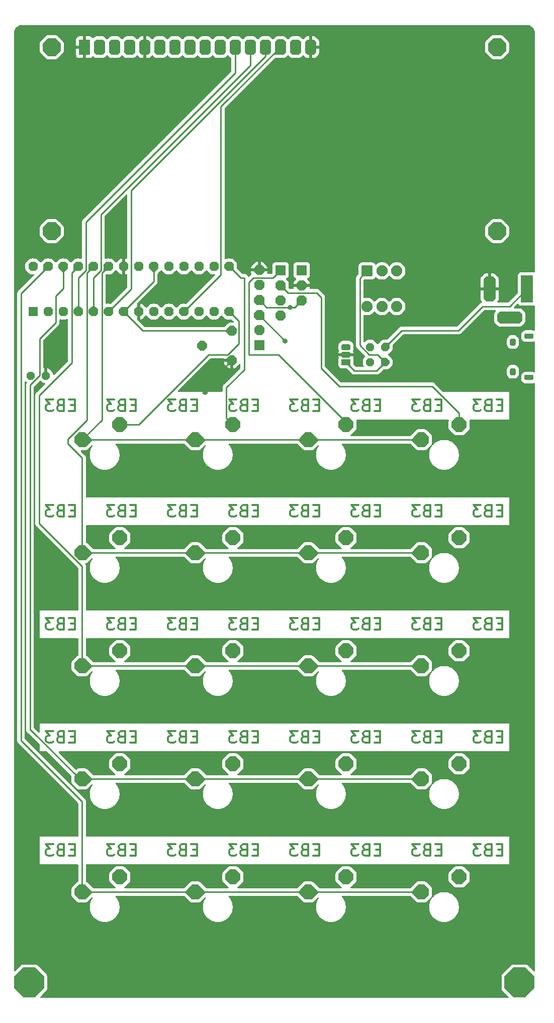
<source format=gbr>
%TF.GenerationSoftware,KiCad,Pcbnew,(6.0.7)*%
%TF.CreationDate,2022-08-27T21:19:22-07:00*%
%TF.ProjectId,EB3,4542332e-6b69-4636-9164-5f7063625858,rev?*%
%TF.SameCoordinates,Original*%
%TF.FileFunction,Copper,L2,Bot*%
%TF.FilePolarity,Positive*%
%FSLAX46Y46*%
G04 Gerber Fmt 4.6, Leading zero omitted, Abs format (unit mm)*
G04 Created by KiCad (PCBNEW (6.0.7)) date 2022-08-27 21:19:22*
%MOMM*%
%LPD*%
G01*
G04 APERTURE LIST*
G04 Aperture macros list*
%AMFreePoly0*
4,1,17,0.442893,0.460355,0.610355,0.292893,0.625000,0.257538,0.625000,-0.257538,0.610355,-0.292893,0.442893,-0.460355,0.407538,-0.475000,-0.407538,-0.475000,-0.442893,-0.460355,-0.610355,-0.292893,-0.625000,-0.257538,-0.625000,0.257538,-0.610355,0.292893,-0.442893,0.460355,-0.407538,0.475000,0.407538,0.475000,0.442893,0.460355,0.442893,0.460355,$1*%
%AMFreePoly1*
4,1,17,0.275320,0.760355,0.430356,0.605320,0.445000,0.569965,0.445000,-0.569965,0.430356,-0.605320,0.275320,-0.760355,0.239965,-0.775000,-0.239965,-0.775000,-0.275320,-0.760356,-0.430355,-0.605320,-0.445000,-0.569965,-0.445000,0.569965,-0.430355,0.605320,-0.275320,0.760356,-0.239965,0.775000,0.239965,0.775000,0.275320,0.760355,0.275320,0.760355,$1*%
%AMFreePoly2*
4,1,13,0.885355,0.885355,0.900000,0.850000,0.900000,-0.850000,0.885355,-0.885355,0.850000,-0.900000,-0.850000,-0.900000,-0.885355,-0.885355,-0.900000,-0.850000,-0.900000,0.850000,-0.885355,0.885355,-0.850000,0.900000,0.850000,0.900000,0.885355,0.885355,0.885355,0.885355,$1*%
%AMFreePoly3*
4,1,17,0.387437,0.885355,0.885355,0.387437,0.900000,0.352082,0.900000,-0.352082,0.885355,-0.387438,0.387437,-0.885355,0.352082,-0.900000,-0.352082,-0.900000,-0.387438,-0.885355,-0.885355,-0.387437,-0.900000,-0.352082,-0.900000,0.352082,-0.885355,0.387437,-0.387438,0.885355,-0.352082,0.900000,0.352082,0.900000,0.387437,0.885355,0.387437,0.885355,$1*%
%AMFreePoly4*
4,1,13,0.510355,0.735355,0.525000,0.700000,0.525000,-0.700000,0.510355,-0.735355,0.475000,-0.750000,-0.475000,-0.750000,-0.510355,-0.735355,-0.525000,-0.700000,-0.525000,0.700000,-0.510355,0.735355,-0.475000,0.750000,0.475000,0.750000,0.510355,0.735355,0.510355,0.735355,$1*%
%AMFreePoly5*
4,1,17,0.322183,0.735355,0.510355,0.547183,0.525000,0.511828,0.525000,-0.511828,0.510355,-0.547184,0.322183,-0.735355,0.286828,-0.750000,-0.286828,-0.750000,-0.322184,-0.735355,-0.510355,-0.547183,-0.525000,-0.511828,-0.525000,0.511828,-0.510355,0.547183,-0.322184,0.735355,-0.286828,0.750000,0.286828,0.750000,0.322183,0.735355,0.322183,0.735355,$1*%
%AMFreePoly6*
4,1,13,0.785355,0.785355,0.800000,0.750000,0.800000,-0.750000,0.785355,-0.785355,0.750000,-0.800000,-0.750000,-0.800000,-0.785355,-0.785355,-0.800000,-0.750000,-0.800000,0.750000,-0.785355,0.785355,-0.750000,0.800000,0.750000,0.800000,0.785355,0.785355,0.785355,0.785355,$1*%
%AMFreePoly7*
4,1,17,0.346016,0.785355,0.785355,0.346016,0.800000,0.310661,0.800000,-0.310661,0.785355,-0.346016,0.346016,-0.785355,0.310661,-0.800000,-0.310661,-0.800000,-0.346016,-0.785355,-0.785355,-0.346016,-0.800000,-0.310661,-0.800000,0.310661,-0.785355,0.346016,-0.346016,0.785355,-0.310661,0.800000,0.310661,0.800000,0.346016,0.785355,0.346016,0.785355,$1*%
%AMFreePoly8*
4,1,17,0.350158,0.795355,0.795356,0.350158,0.810000,0.314803,0.810000,-0.314803,0.795356,-0.350158,0.350158,-0.795355,0.314803,-0.810000,-0.314803,-0.810000,-0.350158,-0.795356,-0.795355,-0.350158,-0.810000,-0.314803,-0.810000,0.314803,-0.795355,0.350158,-0.350158,0.795356,-0.314803,0.810000,0.314803,0.810000,0.350158,0.795355,0.350158,0.795355,$1*%
%AMFreePoly9*
4,1,17,0.304594,0.685355,0.685355,0.304594,0.700000,0.269239,0.700000,-0.269239,0.685355,-0.304595,0.304594,-0.685355,0.269239,-0.700000,-0.269239,-0.700000,-0.304595,-0.685355,-0.685355,-0.304594,-0.700000,-0.269239,-0.700000,0.269239,-0.685355,0.304594,-0.304595,0.685355,-0.269239,0.700000,0.269239,0.700000,0.304594,0.685355,0.304594,0.685355,$1*%
%AMFreePoly10*
4,1,13,0.835355,0.835355,0.850000,0.800000,0.850000,-0.800000,0.835355,-0.835355,0.800000,-0.850000,-0.800000,-0.850000,-0.835355,-0.835355,-0.850000,-0.800000,-0.850000,0.800000,-0.835355,0.835355,-0.800000,0.850000,0.800000,0.850000,0.835355,0.835355,0.835355,0.835355,$1*%
%AMFreePoly11*
4,1,17,0.366726,0.835355,0.835355,0.366726,0.850000,0.331371,0.850000,-0.331371,0.835355,-0.366727,0.366726,-0.835355,0.331371,-0.850000,-0.331371,-0.850000,-0.366727,-0.835355,-0.835355,-0.366726,-0.850000,-0.331371,-0.850000,0.331371,-0.835355,0.366726,-0.366727,0.835355,-0.331371,0.850000,0.331371,0.850000,0.366726,0.835355,0.366726,0.835355,$1*%
%AMFreePoly12*
4,1,13,2.285355,0.985355,2.300000,0.950000,2.300000,-0.950000,2.285355,-0.985355,2.250000,-1.000000,-2.250000,-1.000000,-2.285355,-0.985355,-2.300000,-0.950000,-2.300000,0.950000,-2.285355,0.985355,-2.250000,1.000000,2.250000,1.000000,2.285355,0.985355,2.285355,0.985355,$1*%
%AMFreePoly13*
4,1,17,1.700431,0.985355,2.085356,0.600431,2.100000,0.565076,2.100000,-0.565076,2.085356,-0.600431,1.700431,-0.985355,1.665076,-1.000000,-1.665076,-1.000000,-1.700431,-0.985356,-2.085355,-0.600431,-2.100000,-0.565076,-2.100000,0.565076,-2.085355,0.600431,-1.700431,0.985356,-1.665076,1.000000,1.665076,1.000000,1.700431,0.985355,1.700431,0.985355,$1*%
%AMFreePoly14*
4,1,17,0.600431,2.085355,0.985356,1.700431,1.000000,1.665076,1.000000,-1.665076,0.985356,-1.700431,0.600431,-2.085355,0.565076,-2.100000,-0.565076,-2.100000,-0.600431,-2.085356,-0.985355,-1.700431,-1.000000,-1.665076,-1.000000,1.665076,-0.985355,1.700431,-0.600431,2.085356,-0.565076,2.100000,0.565076,2.100000,0.600431,2.085355,0.600431,2.085355,$1*%
%AMFreePoly15*
4,1,17,1.050179,2.485355,2.485355,1.050179,2.500000,1.014824,2.500000,-1.014824,2.485355,-1.050180,1.050179,-2.485355,1.014824,-2.500000,-1.014824,-2.500000,-1.050180,-2.485355,-2.485355,-1.050179,-2.500000,-1.014824,-2.500000,1.014824,-2.485355,1.050179,-1.050180,2.485355,-1.014824,2.500000,1.014824,2.500000,1.050179,2.485355,1.050179,2.485355,$1*%
%AMFreePoly16*
4,1,17,0.635965,1.485355,1.485355,0.635965,1.500000,0.600610,1.500000,-0.600610,1.485355,-0.635965,0.635965,-1.485355,0.600610,-1.500000,-0.600610,-1.500000,-0.635965,-1.485355,-1.485355,-0.635965,-1.500000,-0.600610,-1.500000,0.600610,-1.485355,0.635965,-0.635965,1.485355,-0.600610,1.500000,0.600610,1.500000,0.635965,1.485355,0.635965,1.485355,$1*%
%AMFreePoly17*
4,1,13,0.885355,1.285355,0.900000,1.250000,0.900000,-1.250000,0.885355,-1.285355,0.850000,-1.300000,-0.850000,-1.300000,-0.885355,-1.285355,-0.900000,-1.250000,-0.900000,1.250000,-0.885355,1.285355,-0.850000,1.300000,0.850000,1.300000,0.885355,1.285355,0.885355,1.285355,$1*%
%AMFreePoly18*
4,1,17,0.541853,1.285355,0.885355,0.941853,0.900000,0.906498,0.900000,-0.906498,0.885355,-0.941853,0.541853,-1.285355,0.506498,-1.300000,-0.506498,-1.300000,-0.541853,-1.285355,-0.885355,-0.941853,-0.900000,-0.906498,-0.900000,0.906498,-0.885355,0.941853,-0.541853,1.285355,-0.506498,1.300000,0.506498,1.300000,0.541853,1.285355,0.541853,1.285355,$1*%
%AMFreePoly19*
4,1,17,0.532412,1.235355,1.235356,0.532412,1.250000,0.497057,1.250000,-0.497057,1.235356,-0.532412,0.532412,-1.235355,0.497057,-1.250000,-0.497057,-1.250000,-0.532412,-1.235356,-1.235355,-0.532412,-1.250000,-0.497057,-1.250000,0.497057,-1.235355,0.532412,-0.532412,1.235356,-0.497057,1.250000,0.497057,1.250000,0.532412,1.235355,0.532412,1.235355,$1*%
G04 Aperture macros list end*
%ADD10C,0.300000*%
%TA.AperFunction,NonConductor*%
%ADD11C,0.300000*%
%TD*%
%TA.AperFunction,ComponentPad*%
%ADD12FreePoly0,90.000000*%
%TD*%
%TA.AperFunction,ComponentPad*%
%ADD13FreePoly1,90.000000*%
%TD*%
%TA.AperFunction,ComponentPad*%
%ADD14FreePoly2,0.000000*%
%TD*%
%TA.AperFunction,ComponentPad*%
%ADD15FreePoly3,90.000000*%
%TD*%
%TA.AperFunction,ComponentPad*%
%ADD16FreePoly3,0.000000*%
%TD*%
%TA.AperFunction,ComponentPad*%
%ADD17FreePoly4,90.000000*%
%TD*%
%TA.AperFunction,ComponentPad*%
%ADD18FreePoly5,90.000000*%
%TD*%
%TA.AperFunction,ComponentPad*%
%ADD19FreePoly6,90.000000*%
%TD*%
%TA.AperFunction,ComponentPad*%
%ADD20FreePoly7,90.000000*%
%TD*%
%TA.AperFunction,ComponentPad*%
%ADD21FreePoly8,180.000000*%
%TD*%
%TA.AperFunction,ComponentPad*%
%ADD22FreePoly9,180.000000*%
%TD*%
%TA.AperFunction,ComponentPad*%
%ADD23FreePoly9,270.000000*%
%TD*%
%TA.AperFunction,ComponentPad*%
%ADD24FreePoly10,0.000000*%
%TD*%
%TA.AperFunction,ComponentPad*%
%ADD25FreePoly11,0.000000*%
%TD*%
%TA.AperFunction,ComponentPad*%
%ADD26FreePoly10,180.000000*%
%TD*%
%TA.AperFunction,ComponentPad*%
%ADD27FreePoly11,180.000000*%
%TD*%
%TA.AperFunction,ComponentPad*%
%ADD28FreePoly12,270.000000*%
%TD*%
%TA.AperFunction,ComponentPad*%
%ADD29FreePoly13,270.000000*%
%TD*%
%TA.AperFunction,ComponentPad*%
%ADD30FreePoly14,270.000000*%
%TD*%
%TA.AperFunction,ComponentPad*%
%ADD31FreePoly15,0.000000*%
%TD*%
%TA.AperFunction,ComponentPad*%
%ADD32FreePoly16,0.000000*%
%TD*%
%TA.AperFunction,ComponentPad*%
%ADD33FreePoly17,0.000000*%
%TD*%
%TA.AperFunction,ComponentPad*%
%ADD34FreePoly18,0.000000*%
%TD*%
%TA.AperFunction,ComponentPad*%
%ADD35FreePoly19,0.000000*%
%TD*%
%TA.AperFunction,ViaPad*%
%ADD36C,0.800000*%
%TD*%
%TA.AperFunction,Conductor*%
%ADD37C,0.250000*%
%TD*%
G04 APERTURE END LIST*
D10*
D11*
X159030952Y-107807142D02*
X158364285Y-107807142D01*
X158078571Y-108854761D02*
X159030952Y-108854761D01*
X159030952Y-106854761D01*
X158078571Y-106854761D01*
X156554761Y-107807142D02*
X156269047Y-107902380D01*
X156173809Y-107997619D01*
X156078571Y-108188095D01*
X156078571Y-108473809D01*
X156173809Y-108664285D01*
X156269047Y-108759523D01*
X156459523Y-108854761D01*
X157221428Y-108854761D01*
X157221428Y-106854761D01*
X156554761Y-106854761D01*
X156364285Y-106950000D01*
X156269047Y-107045238D01*
X156173809Y-107235714D01*
X156173809Y-107426190D01*
X156269047Y-107616666D01*
X156364285Y-107711904D01*
X156554761Y-107807142D01*
X157221428Y-107807142D01*
X155411904Y-106854761D02*
X154173809Y-106854761D01*
X154840476Y-107616666D01*
X154554761Y-107616666D01*
X154364285Y-107711904D01*
X154269047Y-107807142D01*
X154173809Y-107997619D01*
X154173809Y-108473809D01*
X154269047Y-108664285D01*
X154364285Y-108759523D01*
X154554761Y-108854761D01*
X155126190Y-108854761D01*
X155316666Y-108759523D01*
X155411904Y-108664285D01*
X148745238Y-107807142D02*
X148078571Y-107807142D01*
X147792857Y-108854761D02*
X148745238Y-108854761D01*
X148745238Y-106854761D01*
X147792857Y-106854761D01*
X146269047Y-107807142D02*
X145983333Y-107902380D01*
X145888095Y-107997619D01*
X145792857Y-108188095D01*
X145792857Y-108473809D01*
X145888095Y-108664285D01*
X145983333Y-108759523D01*
X146173809Y-108854761D01*
X146935714Y-108854761D01*
X146935714Y-106854761D01*
X146269047Y-106854761D01*
X146078571Y-106950000D01*
X145983333Y-107045238D01*
X145888095Y-107235714D01*
X145888095Y-107426190D01*
X145983333Y-107616666D01*
X146078571Y-107711904D01*
X146269047Y-107807142D01*
X146935714Y-107807142D01*
X145126190Y-106854761D02*
X143888095Y-106854761D01*
X144554761Y-107616666D01*
X144269047Y-107616666D01*
X144078571Y-107711904D01*
X143983333Y-107807142D01*
X143888095Y-107997619D01*
X143888095Y-108473809D01*
X143983333Y-108664285D01*
X144078571Y-108759523D01*
X144269047Y-108854761D01*
X144840476Y-108854761D01*
X145030952Y-108759523D01*
X145126190Y-108664285D01*
X138459523Y-107807142D02*
X137792857Y-107807142D01*
X137507142Y-108854761D02*
X138459523Y-108854761D01*
X138459523Y-106854761D01*
X137507142Y-106854761D01*
X135983333Y-107807142D02*
X135697619Y-107902380D01*
X135602380Y-107997619D01*
X135507142Y-108188095D01*
X135507142Y-108473809D01*
X135602380Y-108664285D01*
X135697619Y-108759523D01*
X135888095Y-108854761D01*
X136650000Y-108854761D01*
X136650000Y-106854761D01*
X135983333Y-106854761D01*
X135792857Y-106950000D01*
X135697619Y-107045238D01*
X135602380Y-107235714D01*
X135602380Y-107426190D01*
X135697619Y-107616666D01*
X135792857Y-107711904D01*
X135983333Y-107807142D01*
X136650000Y-107807142D01*
X134840476Y-106854761D02*
X133602380Y-106854761D01*
X134269047Y-107616666D01*
X133983333Y-107616666D01*
X133792857Y-107711904D01*
X133697619Y-107807142D01*
X133602380Y-107997619D01*
X133602380Y-108473809D01*
X133697619Y-108664285D01*
X133792857Y-108759523D01*
X133983333Y-108854761D01*
X134554761Y-108854761D01*
X134745238Y-108759523D01*
X134840476Y-108664285D01*
X128173809Y-107807142D02*
X127507142Y-107807142D01*
X127221428Y-108854761D02*
X128173809Y-108854761D01*
X128173809Y-106854761D01*
X127221428Y-106854761D01*
X125697619Y-107807142D02*
X125411904Y-107902380D01*
X125316666Y-107997619D01*
X125221428Y-108188095D01*
X125221428Y-108473809D01*
X125316666Y-108664285D01*
X125411904Y-108759523D01*
X125602380Y-108854761D01*
X126364285Y-108854761D01*
X126364285Y-106854761D01*
X125697619Y-106854761D01*
X125507142Y-106950000D01*
X125411904Y-107045238D01*
X125316666Y-107235714D01*
X125316666Y-107426190D01*
X125411904Y-107616666D01*
X125507142Y-107711904D01*
X125697619Y-107807142D01*
X126364285Y-107807142D01*
X124554761Y-106854761D02*
X123316666Y-106854761D01*
X123983333Y-107616666D01*
X123697619Y-107616666D01*
X123507142Y-107711904D01*
X123411904Y-107807142D01*
X123316666Y-107997619D01*
X123316666Y-108473809D01*
X123411904Y-108664285D01*
X123507142Y-108759523D01*
X123697619Y-108854761D01*
X124269047Y-108854761D01*
X124459523Y-108759523D01*
X124554761Y-108664285D01*
X117888095Y-107807142D02*
X117221428Y-107807142D01*
X116935714Y-108854761D02*
X117888095Y-108854761D01*
X117888095Y-106854761D01*
X116935714Y-106854761D01*
X115411904Y-107807142D02*
X115126190Y-107902380D01*
X115030952Y-107997619D01*
X114935714Y-108188095D01*
X114935714Y-108473809D01*
X115030952Y-108664285D01*
X115126190Y-108759523D01*
X115316666Y-108854761D01*
X116078571Y-108854761D01*
X116078571Y-106854761D01*
X115411904Y-106854761D01*
X115221428Y-106950000D01*
X115126190Y-107045238D01*
X115030952Y-107235714D01*
X115030952Y-107426190D01*
X115126190Y-107616666D01*
X115221428Y-107711904D01*
X115411904Y-107807142D01*
X116078571Y-107807142D01*
X114269047Y-106854761D02*
X113030952Y-106854761D01*
X113697619Y-107616666D01*
X113411904Y-107616666D01*
X113221428Y-107711904D01*
X113126190Y-107807142D01*
X113030952Y-107997619D01*
X113030952Y-108473809D01*
X113126190Y-108664285D01*
X113221428Y-108759523D01*
X113411904Y-108854761D01*
X113983333Y-108854761D01*
X114173809Y-108759523D01*
X114269047Y-108664285D01*
X107602380Y-107807142D02*
X106935714Y-107807142D01*
X106650000Y-108854761D02*
X107602380Y-108854761D01*
X107602380Y-106854761D01*
X106650000Y-106854761D01*
X105126190Y-107807142D02*
X104840476Y-107902380D01*
X104745238Y-107997619D01*
X104650000Y-108188095D01*
X104650000Y-108473809D01*
X104745238Y-108664285D01*
X104840476Y-108759523D01*
X105030952Y-108854761D01*
X105792857Y-108854761D01*
X105792857Y-106854761D01*
X105126190Y-106854761D01*
X104935714Y-106950000D01*
X104840476Y-107045238D01*
X104745238Y-107235714D01*
X104745238Y-107426190D01*
X104840476Y-107616666D01*
X104935714Y-107711904D01*
X105126190Y-107807142D01*
X105792857Y-107807142D01*
X103983333Y-106854761D02*
X102745238Y-106854761D01*
X103411904Y-107616666D01*
X103126190Y-107616666D01*
X102935714Y-107711904D01*
X102840476Y-107807142D01*
X102745238Y-107997619D01*
X102745238Y-108473809D01*
X102840476Y-108664285D01*
X102935714Y-108759523D01*
X103126190Y-108854761D01*
X103697619Y-108854761D01*
X103888095Y-108759523D01*
X103983333Y-108664285D01*
X97316666Y-107807142D02*
X96650000Y-107807142D01*
X96364285Y-108854761D02*
X97316666Y-108854761D01*
X97316666Y-106854761D01*
X96364285Y-106854761D01*
X94840476Y-107807142D02*
X94554761Y-107902380D01*
X94459523Y-107997619D01*
X94364285Y-108188095D01*
X94364285Y-108473809D01*
X94459523Y-108664285D01*
X94554761Y-108759523D01*
X94745238Y-108854761D01*
X95507142Y-108854761D01*
X95507142Y-106854761D01*
X94840476Y-106854761D01*
X94650000Y-106950000D01*
X94554761Y-107045238D01*
X94459523Y-107235714D01*
X94459523Y-107426190D01*
X94554761Y-107616666D01*
X94650000Y-107711904D01*
X94840476Y-107807142D01*
X95507142Y-107807142D01*
X93697619Y-106854761D02*
X92459523Y-106854761D01*
X93126190Y-107616666D01*
X92840476Y-107616666D01*
X92650000Y-107711904D01*
X92554761Y-107807142D01*
X92459523Y-107997619D01*
X92459523Y-108473809D01*
X92554761Y-108664285D01*
X92650000Y-108759523D01*
X92840476Y-108854761D01*
X93411904Y-108854761D01*
X93602380Y-108759523D01*
X93697619Y-108664285D01*
X87030952Y-107807142D02*
X86364285Y-107807142D01*
X86078571Y-108854761D02*
X87030952Y-108854761D01*
X87030952Y-106854761D01*
X86078571Y-106854761D01*
X84554761Y-107807142D02*
X84269047Y-107902380D01*
X84173809Y-107997619D01*
X84078571Y-108188095D01*
X84078571Y-108473809D01*
X84173809Y-108664285D01*
X84269047Y-108759523D01*
X84459523Y-108854761D01*
X85221428Y-108854761D01*
X85221428Y-106854761D01*
X84554761Y-106854761D01*
X84364285Y-106950000D01*
X84269047Y-107045238D01*
X84173809Y-107235714D01*
X84173809Y-107426190D01*
X84269047Y-107616666D01*
X84364285Y-107711904D01*
X84554761Y-107807142D01*
X85221428Y-107807142D01*
X83411904Y-106854761D02*
X82173809Y-106854761D01*
X82840476Y-107616666D01*
X82554761Y-107616666D01*
X82364285Y-107711904D01*
X82269047Y-107807142D01*
X82173809Y-107997619D01*
X82173809Y-108473809D01*
X82269047Y-108664285D01*
X82364285Y-108759523D01*
X82554761Y-108854761D01*
X83126190Y-108854761D01*
X83316666Y-108759523D01*
X83411904Y-108664285D01*
D10*
D11*
X159030952Y-145907142D02*
X158364285Y-145907142D01*
X158078571Y-146954761D02*
X159030952Y-146954761D01*
X159030952Y-144954761D01*
X158078571Y-144954761D01*
X156554761Y-145907142D02*
X156269047Y-146002380D01*
X156173809Y-146097619D01*
X156078571Y-146288095D01*
X156078571Y-146573809D01*
X156173809Y-146764285D01*
X156269047Y-146859523D01*
X156459523Y-146954761D01*
X157221428Y-146954761D01*
X157221428Y-144954761D01*
X156554761Y-144954761D01*
X156364285Y-145050000D01*
X156269047Y-145145238D01*
X156173809Y-145335714D01*
X156173809Y-145526190D01*
X156269047Y-145716666D01*
X156364285Y-145811904D01*
X156554761Y-145907142D01*
X157221428Y-145907142D01*
X155411904Y-144954761D02*
X154173809Y-144954761D01*
X154840476Y-145716666D01*
X154554761Y-145716666D01*
X154364285Y-145811904D01*
X154269047Y-145907142D01*
X154173809Y-146097619D01*
X154173809Y-146573809D01*
X154269047Y-146764285D01*
X154364285Y-146859523D01*
X154554761Y-146954761D01*
X155126190Y-146954761D01*
X155316666Y-146859523D01*
X155411904Y-146764285D01*
X148745238Y-145907142D02*
X148078571Y-145907142D01*
X147792857Y-146954761D02*
X148745238Y-146954761D01*
X148745238Y-144954761D01*
X147792857Y-144954761D01*
X146269047Y-145907142D02*
X145983333Y-146002380D01*
X145888095Y-146097619D01*
X145792857Y-146288095D01*
X145792857Y-146573809D01*
X145888095Y-146764285D01*
X145983333Y-146859523D01*
X146173809Y-146954761D01*
X146935714Y-146954761D01*
X146935714Y-144954761D01*
X146269047Y-144954761D01*
X146078571Y-145050000D01*
X145983333Y-145145238D01*
X145888095Y-145335714D01*
X145888095Y-145526190D01*
X145983333Y-145716666D01*
X146078571Y-145811904D01*
X146269047Y-145907142D01*
X146935714Y-145907142D01*
X145126190Y-144954761D02*
X143888095Y-144954761D01*
X144554761Y-145716666D01*
X144269047Y-145716666D01*
X144078571Y-145811904D01*
X143983333Y-145907142D01*
X143888095Y-146097619D01*
X143888095Y-146573809D01*
X143983333Y-146764285D01*
X144078571Y-146859523D01*
X144269047Y-146954761D01*
X144840476Y-146954761D01*
X145030952Y-146859523D01*
X145126190Y-146764285D01*
X138459523Y-145907142D02*
X137792857Y-145907142D01*
X137507142Y-146954761D02*
X138459523Y-146954761D01*
X138459523Y-144954761D01*
X137507142Y-144954761D01*
X135983333Y-145907142D02*
X135697619Y-146002380D01*
X135602380Y-146097619D01*
X135507142Y-146288095D01*
X135507142Y-146573809D01*
X135602380Y-146764285D01*
X135697619Y-146859523D01*
X135888095Y-146954761D01*
X136650000Y-146954761D01*
X136650000Y-144954761D01*
X135983333Y-144954761D01*
X135792857Y-145050000D01*
X135697619Y-145145238D01*
X135602380Y-145335714D01*
X135602380Y-145526190D01*
X135697619Y-145716666D01*
X135792857Y-145811904D01*
X135983333Y-145907142D01*
X136650000Y-145907142D01*
X134840476Y-144954761D02*
X133602380Y-144954761D01*
X134269047Y-145716666D01*
X133983333Y-145716666D01*
X133792857Y-145811904D01*
X133697619Y-145907142D01*
X133602380Y-146097619D01*
X133602380Y-146573809D01*
X133697619Y-146764285D01*
X133792857Y-146859523D01*
X133983333Y-146954761D01*
X134554761Y-146954761D01*
X134745238Y-146859523D01*
X134840476Y-146764285D01*
X128173809Y-145907142D02*
X127507142Y-145907142D01*
X127221428Y-146954761D02*
X128173809Y-146954761D01*
X128173809Y-144954761D01*
X127221428Y-144954761D01*
X125697619Y-145907142D02*
X125411904Y-146002380D01*
X125316666Y-146097619D01*
X125221428Y-146288095D01*
X125221428Y-146573809D01*
X125316666Y-146764285D01*
X125411904Y-146859523D01*
X125602380Y-146954761D01*
X126364285Y-146954761D01*
X126364285Y-144954761D01*
X125697619Y-144954761D01*
X125507142Y-145050000D01*
X125411904Y-145145238D01*
X125316666Y-145335714D01*
X125316666Y-145526190D01*
X125411904Y-145716666D01*
X125507142Y-145811904D01*
X125697619Y-145907142D01*
X126364285Y-145907142D01*
X124554761Y-144954761D02*
X123316666Y-144954761D01*
X123983333Y-145716666D01*
X123697619Y-145716666D01*
X123507142Y-145811904D01*
X123411904Y-145907142D01*
X123316666Y-146097619D01*
X123316666Y-146573809D01*
X123411904Y-146764285D01*
X123507142Y-146859523D01*
X123697619Y-146954761D01*
X124269047Y-146954761D01*
X124459523Y-146859523D01*
X124554761Y-146764285D01*
X117888095Y-145907142D02*
X117221428Y-145907142D01*
X116935714Y-146954761D02*
X117888095Y-146954761D01*
X117888095Y-144954761D01*
X116935714Y-144954761D01*
X115411904Y-145907142D02*
X115126190Y-146002380D01*
X115030952Y-146097619D01*
X114935714Y-146288095D01*
X114935714Y-146573809D01*
X115030952Y-146764285D01*
X115126190Y-146859523D01*
X115316666Y-146954761D01*
X116078571Y-146954761D01*
X116078571Y-144954761D01*
X115411904Y-144954761D01*
X115221428Y-145050000D01*
X115126190Y-145145238D01*
X115030952Y-145335714D01*
X115030952Y-145526190D01*
X115126190Y-145716666D01*
X115221428Y-145811904D01*
X115411904Y-145907142D01*
X116078571Y-145907142D01*
X114269047Y-144954761D02*
X113030952Y-144954761D01*
X113697619Y-145716666D01*
X113411904Y-145716666D01*
X113221428Y-145811904D01*
X113126190Y-145907142D01*
X113030952Y-146097619D01*
X113030952Y-146573809D01*
X113126190Y-146764285D01*
X113221428Y-146859523D01*
X113411904Y-146954761D01*
X113983333Y-146954761D01*
X114173809Y-146859523D01*
X114269047Y-146764285D01*
X107602380Y-145907142D02*
X106935714Y-145907142D01*
X106650000Y-146954761D02*
X107602380Y-146954761D01*
X107602380Y-144954761D01*
X106650000Y-144954761D01*
X105126190Y-145907142D02*
X104840476Y-146002380D01*
X104745238Y-146097619D01*
X104650000Y-146288095D01*
X104650000Y-146573809D01*
X104745238Y-146764285D01*
X104840476Y-146859523D01*
X105030952Y-146954761D01*
X105792857Y-146954761D01*
X105792857Y-144954761D01*
X105126190Y-144954761D01*
X104935714Y-145050000D01*
X104840476Y-145145238D01*
X104745238Y-145335714D01*
X104745238Y-145526190D01*
X104840476Y-145716666D01*
X104935714Y-145811904D01*
X105126190Y-145907142D01*
X105792857Y-145907142D01*
X103983333Y-144954761D02*
X102745238Y-144954761D01*
X103411904Y-145716666D01*
X103126190Y-145716666D01*
X102935714Y-145811904D01*
X102840476Y-145907142D01*
X102745238Y-146097619D01*
X102745238Y-146573809D01*
X102840476Y-146764285D01*
X102935714Y-146859523D01*
X103126190Y-146954761D01*
X103697619Y-146954761D01*
X103888095Y-146859523D01*
X103983333Y-146764285D01*
X97316666Y-145907142D02*
X96650000Y-145907142D01*
X96364285Y-146954761D02*
X97316666Y-146954761D01*
X97316666Y-144954761D01*
X96364285Y-144954761D01*
X94840476Y-145907142D02*
X94554761Y-146002380D01*
X94459523Y-146097619D01*
X94364285Y-146288095D01*
X94364285Y-146573809D01*
X94459523Y-146764285D01*
X94554761Y-146859523D01*
X94745238Y-146954761D01*
X95507142Y-146954761D01*
X95507142Y-144954761D01*
X94840476Y-144954761D01*
X94650000Y-145050000D01*
X94554761Y-145145238D01*
X94459523Y-145335714D01*
X94459523Y-145526190D01*
X94554761Y-145716666D01*
X94650000Y-145811904D01*
X94840476Y-145907142D01*
X95507142Y-145907142D01*
X93697619Y-144954761D02*
X92459523Y-144954761D01*
X93126190Y-145716666D01*
X92840476Y-145716666D01*
X92650000Y-145811904D01*
X92554761Y-145907142D01*
X92459523Y-146097619D01*
X92459523Y-146573809D01*
X92554761Y-146764285D01*
X92650000Y-146859523D01*
X92840476Y-146954761D01*
X93411904Y-146954761D01*
X93602380Y-146859523D01*
X93697619Y-146764285D01*
X87030952Y-145907142D02*
X86364285Y-145907142D01*
X86078571Y-146954761D02*
X87030952Y-146954761D01*
X87030952Y-144954761D01*
X86078571Y-144954761D01*
X84554761Y-145907142D02*
X84269047Y-146002380D01*
X84173809Y-146097619D01*
X84078571Y-146288095D01*
X84078571Y-146573809D01*
X84173809Y-146764285D01*
X84269047Y-146859523D01*
X84459523Y-146954761D01*
X85221428Y-146954761D01*
X85221428Y-144954761D01*
X84554761Y-144954761D01*
X84364285Y-145050000D01*
X84269047Y-145145238D01*
X84173809Y-145335714D01*
X84173809Y-145526190D01*
X84269047Y-145716666D01*
X84364285Y-145811904D01*
X84554761Y-145907142D01*
X85221428Y-145907142D01*
X83411904Y-144954761D02*
X82173809Y-144954761D01*
X82840476Y-145716666D01*
X82554761Y-145716666D01*
X82364285Y-145811904D01*
X82269047Y-145907142D01*
X82173809Y-146097619D01*
X82173809Y-146573809D01*
X82269047Y-146764285D01*
X82364285Y-146859523D01*
X82554761Y-146954761D01*
X83126190Y-146954761D01*
X83316666Y-146859523D01*
X83411904Y-146764285D01*
D10*
D11*
X159030952Y-126857142D02*
X158364285Y-126857142D01*
X158078571Y-127904761D02*
X159030952Y-127904761D01*
X159030952Y-125904761D01*
X158078571Y-125904761D01*
X156554761Y-126857142D02*
X156269047Y-126952380D01*
X156173809Y-127047619D01*
X156078571Y-127238095D01*
X156078571Y-127523809D01*
X156173809Y-127714285D01*
X156269047Y-127809523D01*
X156459523Y-127904761D01*
X157221428Y-127904761D01*
X157221428Y-125904761D01*
X156554761Y-125904761D01*
X156364285Y-126000000D01*
X156269047Y-126095238D01*
X156173809Y-126285714D01*
X156173809Y-126476190D01*
X156269047Y-126666666D01*
X156364285Y-126761904D01*
X156554761Y-126857142D01*
X157221428Y-126857142D01*
X155411904Y-125904761D02*
X154173809Y-125904761D01*
X154840476Y-126666666D01*
X154554761Y-126666666D01*
X154364285Y-126761904D01*
X154269047Y-126857142D01*
X154173809Y-127047619D01*
X154173809Y-127523809D01*
X154269047Y-127714285D01*
X154364285Y-127809523D01*
X154554761Y-127904761D01*
X155126190Y-127904761D01*
X155316666Y-127809523D01*
X155411904Y-127714285D01*
X148745238Y-126857142D02*
X148078571Y-126857142D01*
X147792857Y-127904761D02*
X148745238Y-127904761D01*
X148745238Y-125904761D01*
X147792857Y-125904761D01*
X146269047Y-126857142D02*
X145983333Y-126952380D01*
X145888095Y-127047619D01*
X145792857Y-127238095D01*
X145792857Y-127523809D01*
X145888095Y-127714285D01*
X145983333Y-127809523D01*
X146173809Y-127904761D01*
X146935714Y-127904761D01*
X146935714Y-125904761D01*
X146269047Y-125904761D01*
X146078571Y-126000000D01*
X145983333Y-126095238D01*
X145888095Y-126285714D01*
X145888095Y-126476190D01*
X145983333Y-126666666D01*
X146078571Y-126761904D01*
X146269047Y-126857142D01*
X146935714Y-126857142D01*
X145126190Y-125904761D02*
X143888095Y-125904761D01*
X144554761Y-126666666D01*
X144269047Y-126666666D01*
X144078571Y-126761904D01*
X143983333Y-126857142D01*
X143888095Y-127047619D01*
X143888095Y-127523809D01*
X143983333Y-127714285D01*
X144078571Y-127809523D01*
X144269047Y-127904761D01*
X144840476Y-127904761D01*
X145030952Y-127809523D01*
X145126190Y-127714285D01*
X138459523Y-126857142D02*
X137792857Y-126857142D01*
X137507142Y-127904761D02*
X138459523Y-127904761D01*
X138459523Y-125904761D01*
X137507142Y-125904761D01*
X135983333Y-126857142D02*
X135697619Y-126952380D01*
X135602380Y-127047619D01*
X135507142Y-127238095D01*
X135507142Y-127523809D01*
X135602380Y-127714285D01*
X135697619Y-127809523D01*
X135888095Y-127904761D01*
X136650000Y-127904761D01*
X136650000Y-125904761D01*
X135983333Y-125904761D01*
X135792857Y-126000000D01*
X135697619Y-126095238D01*
X135602380Y-126285714D01*
X135602380Y-126476190D01*
X135697619Y-126666666D01*
X135792857Y-126761904D01*
X135983333Y-126857142D01*
X136650000Y-126857142D01*
X134840476Y-125904761D02*
X133602380Y-125904761D01*
X134269047Y-126666666D01*
X133983333Y-126666666D01*
X133792857Y-126761904D01*
X133697619Y-126857142D01*
X133602380Y-127047619D01*
X133602380Y-127523809D01*
X133697619Y-127714285D01*
X133792857Y-127809523D01*
X133983333Y-127904761D01*
X134554761Y-127904761D01*
X134745238Y-127809523D01*
X134840476Y-127714285D01*
X128173809Y-126857142D02*
X127507142Y-126857142D01*
X127221428Y-127904761D02*
X128173809Y-127904761D01*
X128173809Y-125904761D01*
X127221428Y-125904761D01*
X125697619Y-126857142D02*
X125411904Y-126952380D01*
X125316666Y-127047619D01*
X125221428Y-127238095D01*
X125221428Y-127523809D01*
X125316666Y-127714285D01*
X125411904Y-127809523D01*
X125602380Y-127904761D01*
X126364285Y-127904761D01*
X126364285Y-125904761D01*
X125697619Y-125904761D01*
X125507142Y-126000000D01*
X125411904Y-126095238D01*
X125316666Y-126285714D01*
X125316666Y-126476190D01*
X125411904Y-126666666D01*
X125507142Y-126761904D01*
X125697619Y-126857142D01*
X126364285Y-126857142D01*
X124554761Y-125904761D02*
X123316666Y-125904761D01*
X123983333Y-126666666D01*
X123697619Y-126666666D01*
X123507142Y-126761904D01*
X123411904Y-126857142D01*
X123316666Y-127047619D01*
X123316666Y-127523809D01*
X123411904Y-127714285D01*
X123507142Y-127809523D01*
X123697619Y-127904761D01*
X124269047Y-127904761D01*
X124459523Y-127809523D01*
X124554761Y-127714285D01*
X117888095Y-126857142D02*
X117221428Y-126857142D01*
X116935714Y-127904761D02*
X117888095Y-127904761D01*
X117888095Y-125904761D01*
X116935714Y-125904761D01*
X115411904Y-126857142D02*
X115126190Y-126952380D01*
X115030952Y-127047619D01*
X114935714Y-127238095D01*
X114935714Y-127523809D01*
X115030952Y-127714285D01*
X115126190Y-127809523D01*
X115316666Y-127904761D01*
X116078571Y-127904761D01*
X116078571Y-125904761D01*
X115411904Y-125904761D01*
X115221428Y-126000000D01*
X115126190Y-126095238D01*
X115030952Y-126285714D01*
X115030952Y-126476190D01*
X115126190Y-126666666D01*
X115221428Y-126761904D01*
X115411904Y-126857142D01*
X116078571Y-126857142D01*
X114269047Y-125904761D02*
X113030952Y-125904761D01*
X113697619Y-126666666D01*
X113411904Y-126666666D01*
X113221428Y-126761904D01*
X113126190Y-126857142D01*
X113030952Y-127047619D01*
X113030952Y-127523809D01*
X113126190Y-127714285D01*
X113221428Y-127809523D01*
X113411904Y-127904761D01*
X113983333Y-127904761D01*
X114173809Y-127809523D01*
X114269047Y-127714285D01*
X107602380Y-126857142D02*
X106935714Y-126857142D01*
X106650000Y-127904761D02*
X107602380Y-127904761D01*
X107602380Y-125904761D01*
X106650000Y-125904761D01*
X105126190Y-126857142D02*
X104840476Y-126952380D01*
X104745238Y-127047619D01*
X104650000Y-127238095D01*
X104650000Y-127523809D01*
X104745238Y-127714285D01*
X104840476Y-127809523D01*
X105030952Y-127904761D01*
X105792857Y-127904761D01*
X105792857Y-125904761D01*
X105126190Y-125904761D01*
X104935714Y-126000000D01*
X104840476Y-126095238D01*
X104745238Y-126285714D01*
X104745238Y-126476190D01*
X104840476Y-126666666D01*
X104935714Y-126761904D01*
X105126190Y-126857142D01*
X105792857Y-126857142D01*
X103983333Y-125904761D02*
X102745238Y-125904761D01*
X103411904Y-126666666D01*
X103126190Y-126666666D01*
X102935714Y-126761904D01*
X102840476Y-126857142D01*
X102745238Y-127047619D01*
X102745238Y-127523809D01*
X102840476Y-127714285D01*
X102935714Y-127809523D01*
X103126190Y-127904761D01*
X103697619Y-127904761D01*
X103888095Y-127809523D01*
X103983333Y-127714285D01*
X97316666Y-126857142D02*
X96650000Y-126857142D01*
X96364285Y-127904761D02*
X97316666Y-127904761D01*
X97316666Y-125904761D01*
X96364285Y-125904761D01*
X94840476Y-126857142D02*
X94554761Y-126952380D01*
X94459523Y-127047619D01*
X94364285Y-127238095D01*
X94364285Y-127523809D01*
X94459523Y-127714285D01*
X94554761Y-127809523D01*
X94745238Y-127904761D01*
X95507142Y-127904761D01*
X95507142Y-125904761D01*
X94840476Y-125904761D01*
X94650000Y-126000000D01*
X94554761Y-126095238D01*
X94459523Y-126285714D01*
X94459523Y-126476190D01*
X94554761Y-126666666D01*
X94650000Y-126761904D01*
X94840476Y-126857142D01*
X95507142Y-126857142D01*
X93697619Y-125904761D02*
X92459523Y-125904761D01*
X93126190Y-126666666D01*
X92840476Y-126666666D01*
X92650000Y-126761904D01*
X92554761Y-126857142D01*
X92459523Y-127047619D01*
X92459523Y-127523809D01*
X92554761Y-127714285D01*
X92650000Y-127809523D01*
X92840476Y-127904761D01*
X93411904Y-127904761D01*
X93602380Y-127809523D01*
X93697619Y-127714285D01*
X87030952Y-126857142D02*
X86364285Y-126857142D01*
X86078571Y-127904761D02*
X87030952Y-127904761D01*
X87030952Y-125904761D01*
X86078571Y-125904761D01*
X84554761Y-126857142D02*
X84269047Y-126952380D01*
X84173809Y-127047619D01*
X84078571Y-127238095D01*
X84078571Y-127523809D01*
X84173809Y-127714285D01*
X84269047Y-127809523D01*
X84459523Y-127904761D01*
X85221428Y-127904761D01*
X85221428Y-125904761D01*
X84554761Y-125904761D01*
X84364285Y-126000000D01*
X84269047Y-126095238D01*
X84173809Y-126285714D01*
X84173809Y-126476190D01*
X84269047Y-126666666D01*
X84364285Y-126761904D01*
X84554761Y-126857142D01*
X85221428Y-126857142D01*
X83411904Y-125904761D02*
X82173809Y-125904761D01*
X82840476Y-126666666D01*
X82554761Y-126666666D01*
X82364285Y-126761904D01*
X82269047Y-126857142D01*
X82173809Y-127047619D01*
X82173809Y-127523809D01*
X82269047Y-127714285D01*
X82364285Y-127809523D01*
X82554761Y-127904761D01*
X83126190Y-127904761D01*
X83316666Y-127809523D01*
X83411904Y-127714285D01*
D10*
D11*
X159030952Y-164957142D02*
X158364285Y-164957142D01*
X158078571Y-166004761D02*
X159030952Y-166004761D01*
X159030952Y-164004761D01*
X158078571Y-164004761D01*
X156554761Y-164957142D02*
X156269047Y-165052380D01*
X156173809Y-165147619D01*
X156078571Y-165338095D01*
X156078571Y-165623809D01*
X156173809Y-165814285D01*
X156269047Y-165909523D01*
X156459523Y-166004761D01*
X157221428Y-166004761D01*
X157221428Y-164004761D01*
X156554761Y-164004761D01*
X156364285Y-164100000D01*
X156269047Y-164195238D01*
X156173809Y-164385714D01*
X156173809Y-164576190D01*
X156269047Y-164766666D01*
X156364285Y-164861904D01*
X156554761Y-164957142D01*
X157221428Y-164957142D01*
X155411904Y-164004761D02*
X154173809Y-164004761D01*
X154840476Y-164766666D01*
X154554761Y-164766666D01*
X154364285Y-164861904D01*
X154269047Y-164957142D01*
X154173809Y-165147619D01*
X154173809Y-165623809D01*
X154269047Y-165814285D01*
X154364285Y-165909523D01*
X154554761Y-166004761D01*
X155126190Y-166004761D01*
X155316666Y-165909523D01*
X155411904Y-165814285D01*
X148745238Y-164957142D02*
X148078571Y-164957142D01*
X147792857Y-166004761D02*
X148745238Y-166004761D01*
X148745238Y-164004761D01*
X147792857Y-164004761D01*
X146269047Y-164957142D02*
X145983333Y-165052380D01*
X145888095Y-165147619D01*
X145792857Y-165338095D01*
X145792857Y-165623809D01*
X145888095Y-165814285D01*
X145983333Y-165909523D01*
X146173809Y-166004761D01*
X146935714Y-166004761D01*
X146935714Y-164004761D01*
X146269047Y-164004761D01*
X146078571Y-164100000D01*
X145983333Y-164195238D01*
X145888095Y-164385714D01*
X145888095Y-164576190D01*
X145983333Y-164766666D01*
X146078571Y-164861904D01*
X146269047Y-164957142D01*
X146935714Y-164957142D01*
X145126190Y-164004761D02*
X143888095Y-164004761D01*
X144554761Y-164766666D01*
X144269047Y-164766666D01*
X144078571Y-164861904D01*
X143983333Y-164957142D01*
X143888095Y-165147619D01*
X143888095Y-165623809D01*
X143983333Y-165814285D01*
X144078571Y-165909523D01*
X144269047Y-166004761D01*
X144840476Y-166004761D01*
X145030952Y-165909523D01*
X145126190Y-165814285D01*
X138459523Y-164957142D02*
X137792857Y-164957142D01*
X137507142Y-166004761D02*
X138459523Y-166004761D01*
X138459523Y-164004761D01*
X137507142Y-164004761D01*
X135983333Y-164957142D02*
X135697619Y-165052380D01*
X135602380Y-165147619D01*
X135507142Y-165338095D01*
X135507142Y-165623809D01*
X135602380Y-165814285D01*
X135697619Y-165909523D01*
X135888095Y-166004761D01*
X136650000Y-166004761D01*
X136650000Y-164004761D01*
X135983333Y-164004761D01*
X135792857Y-164100000D01*
X135697619Y-164195238D01*
X135602380Y-164385714D01*
X135602380Y-164576190D01*
X135697619Y-164766666D01*
X135792857Y-164861904D01*
X135983333Y-164957142D01*
X136650000Y-164957142D01*
X134840476Y-164004761D02*
X133602380Y-164004761D01*
X134269047Y-164766666D01*
X133983333Y-164766666D01*
X133792857Y-164861904D01*
X133697619Y-164957142D01*
X133602380Y-165147619D01*
X133602380Y-165623809D01*
X133697619Y-165814285D01*
X133792857Y-165909523D01*
X133983333Y-166004761D01*
X134554761Y-166004761D01*
X134745238Y-165909523D01*
X134840476Y-165814285D01*
X128173809Y-164957142D02*
X127507142Y-164957142D01*
X127221428Y-166004761D02*
X128173809Y-166004761D01*
X128173809Y-164004761D01*
X127221428Y-164004761D01*
X125697619Y-164957142D02*
X125411904Y-165052380D01*
X125316666Y-165147619D01*
X125221428Y-165338095D01*
X125221428Y-165623809D01*
X125316666Y-165814285D01*
X125411904Y-165909523D01*
X125602380Y-166004761D01*
X126364285Y-166004761D01*
X126364285Y-164004761D01*
X125697619Y-164004761D01*
X125507142Y-164100000D01*
X125411904Y-164195238D01*
X125316666Y-164385714D01*
X125316666Y-164576190D01*
X125411904Y-164766666D01*
X125507142Y-164861904D01*
X125697619Y-164957142D01*
X126364285Y-164957142D01*
X124554761Y-164004761D02*
X123316666Y-164004761D01*
X123983333Y-164766666D01*
X123697619Y-164766666D01*
X123507142Y-164861904D01*
X123411904Y-164957142D01*
X123316666Y-165147619D01*
X123316666Y-165623809D01*
X123411904Y-165814285D01*
X123507142Y-165909523D01*
X123697619Y-166004761D01*
X124269047Y-166004761D01*
X124459523Y-165909523D01*
X124554761Y-165814285D01*
X117888095Y-164957142D02*
X117221428Y-164957142D01*
X116935714Y-166004761D02*
X117888095Y-166004761D01*
X117888095Y-164004761D01*
X116935714Y-164004761D01*
X115411904Y-164957142D02*
X115126190Y-165052380D01*
X115030952Y-165147619D01*
X114935714Y-165338095D01*
X114935714Y-165623809D01*
X115030952Y-165814285D01*
X115126190Y-165909523D01*
X115316666Y-166004761D01*
X116078571Y-166004761D01*
X116078571Y-164004761D01*
X115411904Y-164004761D01*
X115221428Y-164100000D01*
X115126190Y-164195238D01*
X115030952Y-164385714D01*
X115030952Y-164576190D01*
X115126190Y-164766666D01*
X115221428Y-164861904D01*
X115411904Y-164957142D01*
X116078571Y-164957142D01*
X114269047Y-164004761D02*
X113030952Y-164004761D01*
X113697619Y-164766666D01*
X113411904Y-164766666D01*
X113221428Y-164861904D01*
X113126190Y-164957142D01*
X113030952Y-165147619D01*
X113030952Y-165623809D01*
X113126190Y-165814285D01*
X113221428Y-165909523D01*
X113411904Y-166004761D01*
X113983333Y-166004761D01*
X114173809Y-165909523D01*
X114269047Y-165814285D01*
X107602380Y-164957142D02*
X106935714Y-164957142D01*
X106650000Y-166004761D02*
X107602380Y-166004761D01*
X107602380Y-164004761D01*
X106650000Y-164004761D01*
X105126190Y-164957142D02*
X104840476Y-165052380D01*
X104745238Y-165147619D01*
X104650000Y-165338095D01*
X104650000Y-165623809D01*
X104745238Y-165814285D01*
X104840476Y-165909523D01*
X105030952Y-166004761D01*
X105792857Y-166004761D01*
X105792857Y-164004761D01*
X105126190Y-164004761D01*
X104935714Y-164100000D01*
X104840476Y-164195238D01*
X104745238Y-164385714D01*
X104745238Y-164576190D01*
X104840476Y-164766666D01*
X104935714Y-164861904D01*
X105126190Y-164957142D01*
X105792857Y-164957142D01*
X103983333Y-164004761D02*
X102745238Y-164004761D01*
X103411904Y-164766666D01*
X103126190Y-164766666D01*
X102935714Y-164861904D01*
X102840476Y-164957142D01*
X102745238Y-165147619D01*
X102745238Y-165623809D01*
X102840476Y-165814285D01*
X102935714Y-165909523D01*
X103126190Y-166004761D01*
X103697619Y-166004761D01*
X103888095Y-165909523D01*
X103983333Y-165814285D01*
X97316666Y-164957142D02*
X96650000Y-164957142D01*
X96364285Y-166004761D02*
X97316666Y-166004761D01*
X97316666Y-164004761D01*
X96364285Y-164004761D01*
X94840476Y-164957142D02*
X94554761Y-165052380D01*
X94459523Y-165147619D01*
X94364285Y-165338095D01*
X94364285Y-165623809D01*
X94459523Y-165814285D01*
X94554761Y-165909523D01*
X94745238Y-166004761D01*
X95507142Y-166004761D01*
X95507142Y-164004761D01*
X94840476Y-164004761D01*
X94650000Y-164100000D01*
X94554761Y-164195238D01*
X94459523Y-164385714D01*
X94459523Y-164576190D01*
X94554761Y-164766666D01*
X94650000Y-164861904D01*
X94840476Y-164957142D01*
X95507142Y-164957142D01*
X93697619Y-164004761D02*
X92459523Y-164004761D01*
X93126190Y-164766666D01*
X92840476Y-164766666D01*
X92650000Y-164861904D01*
X92554761Y-164957142D01*
X92459523Y-165147619D01*
X92459523Y-165623809D01*
X92554761Y-165814285D01*
X92650000Y-165909523D01*
X92840476Y-166004761D01*
X93411904Y-166004761D01*
X93602380Y-165909523D01*
X93697619Y-165814285D01*
X87030952Y-164957142D02*
X86364285Y-164957142D01*
X86078571Y-166004761D02*
X87030952Y-166004761D01*
X87030952Y-164004761D01*
X86078571Y-164004761D01*
X84554761Y-164957142D02*
X84269047Y-165052380D01*
X84173809Y-165147619D01*
X84078571Y-165338095D01*
X84078571Y-165623809D01*
X84173809Y-165814285D01*
X84269047Y-165909523D01*
X84459523Y-166004761D01*
X85221428Y-166004761D01*
X85221428Y-164004761D01*
X84554761Y-164004761D01*
X84364285Y-164100000D01*
X84269047Y-164195238D01*
X84173809Y-164385714D01*
X84173809Y-164576190D01*
X84269047Y-164766666D01*
X84364285Y-164861904D01*
X84554761Y-164957142D01*
X85221428Y-164957142D01*
X83411904Y-164004761D02*
X82173809Y-164004761D01*
X82840476Y-164766666D01*
X82554761Y-164766666D01*
X82364285Y-164861904D01*
X82269047Y-164957142D01*
X82173809Y-165147619D01*
X82173809Y-165623809D01*
X82269047Y-165814285D01*
X82364285Y-165909523D01*
X82554761Y-166004761D01*
X83126190Y-166004761D01*
X83316666Y-165909523D01*
X83411904Y-165814285D01*
D10*
D11*
X159030952Y-90027142D02*
X158364285Y-90027142D01*
X158078571Y-91074761D02*
X159030952Y-91074761D01*
X159030952Y-89074761D01*
X158078571Y-89074761D01*
X156554761Y-90027142D02*
X156269047Y-90122380D01*
X156173809Y-90217619D01*
X156078571Y-90408095D01*
X156078571Y-90693809D01*
X156173809Y-90884285D01*
X156269047Y-90979523D01*
X156459523Y-91074761D01*
X157221428Y-91074761D01*
X157221428Y-89074761D01*
X156554761Y-89074761D01*
X156364285Y-89170000D01*
X156269047Y-89265238D01*
X156173809Y-89455714D01*
X156173809Y-89646190D01*
X156269047Y-89836666D01*
X156364285Y-89931904D01*
X156554761Y-90027142D01*
X157221428Y-90027142D01*
X155411904Y-89074761D02*
X154173809Y-89074761D01*
X154840476Y-89836666D01*
X154554761Y-89836666D01*
X154364285Y-89931904D01*
X154269047Y-90027142D01*
X154173809Y-90217619D01*
X154173809Y-90693809D01*
X154269047Y-90884285D01*
X154364285Y-90979523D01*
X154554761Y-91074761D01*
X155126190Y-91074761D01*
X155316666Y-90979523D01*
X155411904Y-90884285D01*
X148745238Y-90027142D02*
X148078571Y-90027142D01*
X147792857Y-91074761D02*
X148745238Y-91074761D01*
X148745238Y-89074761D01*
X147792857Y-89074761D01*
X146269047Y-90027142D02*
X145983333Y-90122380D01*
X145888095Y-90217619D01*
X145792857Y-90408095D01*
X145792857Y-90693809D01*
X145888095Y-90884285D01*
X145983333Y-90979523D01*
X146173809Y-91074761D01*
X146935714Y-91074761D01*
X146935714Y-89074761D01*
X146269047Y-89074761D01*
X146078571Y-89170000D01*
X145983333Y-89265238D01*
X145888095Y-89455714D01*
X145888095Y-89646190D01*
X145983333Y-89836666D01*
X146078571Y-89931904D01*
X146269047Y-90027142D01*
X146935714Y-90027142D01*
X145126190Y-89074761D02*
X143888095Y-89074761D01*
X144554761Y-89836666D01*
X144269047Y-89836666D01*
X144078571Y-89931904D01*
X143983333Y-90027142D01*
X143888095Y-90217619D01*
X143888095Y-90693809D01*
X143983333Y-90884285D01*
X144078571Y-90979523D01*
X144269047Y-91074761D01*
X144840476Y-91074761D01*
X145030952Y-90979523D01*
X145126190Y-90884285D01*
X138459523Y-90027142D02*
X137792857Y-90027142D01*
X137507142Y-91074761D02*
X138459523Y-91074761D01*
X138459523Y-89074761D01*
X137507142Y-89074761D01*
X135983333Y-90027142D02*
X135697619Y-90122380D01*
X135602380Y-90217619D01*
X135507142Y-90408095D01*
X135507142Y-90693809D01*
X135602380Y-90884285D01*
X135697619Y-90979523D01*
X135888095Y-91074761D01*
X136650000Y-91074761D01*
X136650000Y-89074761D01*
X135983333Y-89074761D01*
X135792857Y-89170000D01*
X135697619Y-89265238D01*
X135602380Y-89455714D01*
X135602380Y-89646190D01*
X135697619Y-89836666D01*
X135792857Y-89931904D01*
X135983333Y-90027142D01*
X136650000Y-90027142D01*
X134840476Y-89074761D02*
X133602380Y-89074761D01*
X134269047Y-89836666D01*
X133983333Y-89836666D01*
X133792857Y-89931904D01*
X133697619Y-90027142D01*
X133602380Y-90217619D01*
X133602380Y-90693809D01*
X133697619Y-90884285D01*
X133792857Y-90979523D01*
X133983333Y-91074761D01*
X134554761Y-91074761D01*
X134745238Y-90979523D01*
X134840476Y-90884285D01*
X128173809Y-90027142D02*
X127507142Y-90027142D01*
X127221428Y-91074761D02*
X128173809Y-91074761D01*
X128173809Y-89074761D01*
X127221428Y-89074761D01*
X125697619Y-90027142D02*
X125411904Y-90122380D01*
X125316666Y-90217619D01*
X125221428Y-90408095D01*
X125221428Y-90693809D01*
X125316666Y-90884285D01*
X125411904Y-90979523D01*
X125602380Y-91074761D01*
X126364285Y-91074761D01*
X126364285Y-89074761D01*
X125697619Y-89074761D01*
X125507142Y-89170000D01*
X125411904Y-89265238D01*
X125316666Y-89455714D01*
X125316666Y-89646190D01*
X125411904Y-89836666D01*
X125507142Y-89931904D01*
X125697619Y-90027142D01*
X126364285Y-90027142D01*
X124554761Y-89074761D02*
X123316666Y-89074761D01*
X123983333Y-89836666D01*
X123697619Y-89836666D01*
X123507142Y-89931904D01*
X123411904Y-90027142D01*
X123316666Y-90217619D01*
X123316666Y-90693809D01*
X123411904Y-90884285D01*
X123507142Y-90979523D01*
X123697619Y-91074761D01*
X124269047Y-91074761D01*
X124459523Y-90979523D01*
X124554761Y-90884285D01*
X117888095Y-90027142D02*
X117221428Y-90027142D01*
X116935714Y-91074761D02*
X117888095Y-91074761D01*
X117888095Y-89074761D01*
X116935714Y-89074761D01*
X115411904Y-90027142D02*
X115126190Y-90122380D01*
X115030952Y-90217619D01*
X114935714Y-90408095D01*
X114935714Y-90693809D01*
X115030952Y-90884285D01*
X115126190Y-90979523D01*
X115316666Y-91074761D01*
X116078571Y-91074761D01*
X116078571Y-89074761D01*
X115411904Y-89074761D01*
X115221428Y-89170000D01*
X115126190Y-89265238D01*
X115030952Y-89455714D01*
X115030952Y-89646190D01*
X115126190Y-89836666D01*
X115221428Y-89931904D01*
X115411904Y-90027142D01*
X116078571Y-90027142D01*
X114269047Y-89074761D02*
X113030952Y-89074761D01*
X113697619Y-89836666D01*
X113411904Y-89836666D01*
X113221428Y-89931904D01*
X113126190Y-90027142D01*
X113030952Y-90217619D01*
X113030952Y-90693809D01*
X113126190Y-90884285D01*
X113221428Y-90979523D01*
X113411904Y-91074761D01*
X113983333Y-91074761D01*
X114173809Y-90979523D01*
X114269047Y-90884285D01*
X107602380Y-90027142D02*
X106935714Y-90027142D01*
X106650000Y-91074761D02*
X107602380Y-91074761D01*
X107602380Y-89074761D01*
X106650000Y-89074761D01*
X105126190Y-90027142D02*
X104840476Y-90122380D01*
X104745238Y-90217619D01*
X104650000Y-90408095D01*
X104650000Y-90693809D01*
X104745238Y-90884285D01*
X104840476Y-90979523D01*
X105030952Y-91074761D01*
X105792857Y-91074761D01*
X105792857Y-89074761D01*
X105126190Y-89074761D01*
X104935714Y-89170000D01*
X104840476Y-89265238D01*
X104745238Y-89455714D01*
X104745238Y-89646190D01*
X104840476Y-89836666D01*
X104935714Y-89931904D01*
X105126190Y-90027142D01*
X105792857Y-90027142D01*
X103983333Y-89074761D02*
X102745238Y-89074761D01*
X103411904Y-89836666D01*
X103126190Y-89836666D01*
X102935714Y-89931904D01*
X102840476Y-90027142D01*
X102745238Y-90217619D01*
X102745238Y-90693809D01*
X102840476Y-90884285D01*
X102935714Y-90979523D01*
X103126190Y-91074761D01*
X103697619Y-91074761D01*
X103888095Y-90979523D01*
X103983333Y-90884285D01*
X97316666Y-90027142D02*
X96650000Y-90027142D01*
X96364285Y-91074761D02*
X97316666Y-91074761D01*
X97316666Y-89074761D01*
X96364285Y-89074761D01*
X94840476Y-90027142D02*
X94554761Y-90122380D01*
X94459523Y-90217619D01*
X94364285Y-90408095D01*
X94364285Y-90693809D01*
X94459523Y-90884285D01*
X94554761Y-90979523D01*
X94745238Y-91074761D01*
X95507142Y-91074761D01*
X95507142Y-89074761D01*
X94840476Y-89074761D01*
X94650000Y-89170000D01*
X94554761Y-89265238D01*
X94459523Y-89455714D01*
X94459523Y-89646190D01*
X94554761Y-89836666D01*
X94650000Y-89931904D01*
X94840476Y-90027142D01*
X95507142Y-90027142D01*
X93697619Y-89074761D02*
X92459523Y-89074761D01*
X93126190Y-89836666D01*
X92840476Y-89836666D01*
X92650000Y-89931904D01*
X92554761Y-90027142D01*
X92459523Y-90217619D01*
X92459523Y-90693809D01*
X92554761Y-90884285D01*
X92650000Y-90979523D01*
X92840476Y-91074761D01*
X93411904Y-91074761D01*
X93602380Y-90979523D01*
X93697619Y-90884285D01*
X87030952Y-90027142D02*
X86364285Y-90027142D01*
X86078571Y-91074761D02*
X87030952Y-91074761D01*
X87030952Y-89074761D01*
X86078571Y-89074761D01*
X84554761Y-90027142D02*
X84269047Y-90122380D01*
X84173809Y-90217619D01*
X84078571Y-90408095D01*
X84078571Y-90693809D01*
X84173809Y-90884285D01*
X84269047Y-90979523D01*
X84459523Y-91074761D01*
X85221428Y-91074761D01*
X85221428Y-89074761D01*
X84554761Y-89074761D01*
X84364285Y-89170000D01*
X84269047Y-89265238D01*
X84173809Y-89455714D01*
X84173809Y-89646190D01*
X84269047Y-89836666D01*
X84364285Y-89931904D01*
X84554761Y-90027142D01*
X85221428Y-90027142D01*
X83411904Y-89074761D02*
X82173809Y-89074761D01*
X82840476Y-89836666D01*
X82554761Y-89836666D01*
X82364285Y-89931904D01*
X82269047Y-90027142D01*
X82173809Y-90217619D01*
X82173809Y-90693809D01*
X82269047Y-90884285D01*
X82364285Y-90979523D01*
X82554761Y-91074761D01*
X83126190Y-91074761D01*
X83316666Y-90979523D01*
X83411904Y-90884285D01*
D12*
%TO.P,J2,6,Shield*%
%TO.N,unconnected-(J2-Pad6)*%
X160814000Y-79415000D03*
D13*
X163514000Y-78415000D03*
D12*
X160814000Y-84415000D03*
D13*
X163514000Y-85415000D03*
%TD*%
D14*
%TO.P,SW1,1,A*%
%TO.N,/+5V_input*%
X136261500Y-67435500D03*
D15*
%TO.P,SW1,3*%
%TO.N,N/C*%
X138761500Y-67435500D03*
D16*
%TO.P,SW1,2,B*%
%TO.N,+5V*%
X141261500Y-67435500D03*
%TO.P,SW1,4*%
%TO.N,N/C*%
X136261500Y-73435500D03*
%TO.P,SW1,5*%
X138761500Y-73435500D03*
%TO.P,SW1,6*%
X141261500Y-73435500D03*
%TD*%
D17*
%TO.P,U2,1,VO*%
%TO.N,/+5V_input*%
X132694000Y-82804000D03*
D18*
%TO.P,U2,2,GND*%
%TO.N,GND*%
X132694000Y-81534000D03*
%TO.P,U2,3,VI*%
%TO.N,+9V*%
X132694000Y-80264000D03*
%TD*%
D19*
%TO.P,U1,1,~{RESET}/PC6*%
%TO.N,PC6*%
X80020000Y-74285000D03*
D20*
%TO.P,U1,2,PD0*%
%TO.N,RX*%
X82560000Y-74285000D03*
%TO.P,U1,3,PD1*%
%TO.N,TX*%
X85100000Y-74285000D03*
%TO.P,U1,4,PD2*%
%TO.N,PD2*%
X87640000Y-74285000D03*
%TO.P,U1,5,PD3*%
%TO.N,PD3*%
X90180000Y-74285000D03*
%TO.P,U1,6,PD4*%
%TO.N,PD4*%
X92720000Y-74285000D03*
%TO.P,U1,7,VCC*%
%TO.N,+5V*%
X95260000Y-74285000D03*
%TO.P,U1,8,GND*%
%TO.N,GND*%
X97800000Y-74285000D03*
%TO.P,U1,9,XTAL1/PB6*%
%TO.N,Net-(U1-Pad9)*%
X100340000Y-74285000D03*
%TO.P,U1,10,XTAL2/PB7*%
%TO.N,Net-(U1-Pad10)*%
X102880000Y-74285000D03*
%TO.P,U1,11,PD5*%
%TO.N,PD5*%
X105420000Y-74285000D03*
%TO.P,U1,12,PD6*%
%TO.N,PD6*%
X107960000Y-74285000D03*
%TO.P,U1,13,PD7*%
%TO.N,PD7*%
X110500000Y-74285000D03*
%TO.P,U1,14,PB0*%
%TO.N,PB0*%
X113040000Y-74285000D03*
%TO.P,U1,15,PB1*%
%TO.N,PB1*%
X113040000Y-66665000D03*
%TO.P,U1,16,PB2*%
%TO.N,PB2*%
X110500000Y-66665000D03*
%TO.P,U1,17,PB3*%
%TO.N,PB3*%
X107960000Y-66665000D03*
%TO.P,U1,18,PB4*%
%TO.N,PB4*%
X105420000Y-66665000D03*
%TO.P,U1,19,PB5*%
%TO.N,PB5*%
X102880000Y-66665000D03*
%TO.P,U1,20,AVCC*%
%TO.N,+5V*%
X100340000Y-66665000D03*
%TO.P,U1,21,AREF*%
%TO.N,unconnected-(U1-Pad21)*%
X97800000Y-66665000D03*
%TO.P,U1,22,GND*%
%TO.N,GND*%
X95260000Y-66665000D03*
%TO.P,U1,23,PC0*%
%TO.N,PC0*%
X92720000Y-66665000D03*
%TO.P,U1,24,PC1*%
%TO.N,PC1*%
X90180000Y-66665000D03*
%TO.P,U1,25,PC2*%
%TO.N,PC2*%
X87640000Y-66665000D03*
%TO.P,U1,26,PC3*%
%TO.N,PC3*%
X85100000Y-66665000D03*
%TO.P,U1,27,PC4*%
%TO.N,PC4*%
X82560000Y-66665000D03*
%TO.P,U1,28,PC5*%
%TO.N,PC5*%
X80020000Y-66665000D03*
%TD*%
D21*
%TO.P,RV1,1,1*%
%TO.N,+5V*%
X113498000Y-77510000D03*
%TO.P,RV1,2,2*%
%TO.N,Net-(DS1-Pad3)*%
X108498000Y-80010000D03*
%TO.P,RV1,3,3*%
%TO.N,GND*%
X113498000Y-82510000D03*
%TD*%
D22*
%TO.P,JP4,1,A*%
%TO.N,GND*%
X82149000Y-85090000D03*
%TO.P,JP4,2,B*%
%TO.N,PC6*%
X79609000Y-85090000D03*
%TD*%
D23*
%TO.P,JP2,1,A*%
%TO.N,Net-(J1-Pad1)*%
X136779000Y-80264000D03*
%TO.P,JP2,2,B*%
%TO.N,+9V*%
X136779000Y-82804000D03*
%TD*%
%TO.P,JP1,2,B*%
%TO.N,/+5V_input*%
X139319000Y-82804000D03*
%TO.P,JP1,1,A*%
%TO.N,Net-(J1-Pad1)*%
X139319000Y-80264000D03*
%TD*%
D24*
%TO.P,J5,1,Pin_1*%
%TO.N,PB2*%
X121691000Y-67320000D03*
D25*
%TO.P,J5,2,Pin_2*%
%TO.N,PB3*%
X121691000Y-69860000D03*
%TO.P,J5,3,Pin_3*%
%TO.N,PB4*%
X121691000Y-72400000D03*
%TO.P,J5,4,Pin_4*%
%TO.N,PB5*%
X121691000Y-74940000D03*
%TD*%
%TO.P,J4,3,Pin_3*%
%TO.N,+5V*%
X125247000Y-72405000D03*
%TO.P,J4,2,Pin_2*%
%TO.N,GND*%
X125247000Y-69865000D03*
D24*
%TO.P,J4,1,Pin_1*%
%TO.N,+9V*%
X125247000Y-67325000D03*
%TD*%
D26*
%TO.P,J3,1,Pin_1*%
%TO.N,Net-(J3-Pad1)*%
X118085000Y-79985000D03*
D27*
%TO.P,J3,2,Pin_2*%
%TO.N,TX*%
X118085000Y-77445000D03*
%TO.P,J3,3,Pin_3*%
%TO.N,RX*%
X118085000Y-74905000D03*
%TO.P,J3,4,Pin_4*%
%TO.N,+5V*%
X118085000Y-72365000D03*
%TO.P,J3,5,Pin_5*%
%TO.N,unconnected-(J3-Pad5)*%
X118085000Y-69825000D03*
%TO.P,J3,6,Pin_6*%
%TO.N,GND*%
X118085000Y-67285000D03*
%TD*%
D28*
%TO.P,J1,1*%
%TO.N,Net-(J1-Pad1)*%
X163195000Y-70470000D03*
D29*
%TO.P,J1,2*%
%TO.N,GND*%
X156895000Y-70470000D03*
D30*
%TO.P,J1,3*%
%TO.N,N/C*%
X160295000Y-75270000D03*
%TD*%
D31*
%TO.P,REF\u002A\u002A,1*%
%TO.N,N/C*%
X79375000Y-187325000D03*
%TD*%
D32*
%TO.P,DS1,*%
%TO.N,*%
X83150900Y-60728200D03*
X158149480Y-60728200D03*
X158150000Y-29727500D03*
X83150900Y-29727500D03*
D33*
%TO.P,DS1,1,VSS*%
%TO.N,GND*%
X88650000Y-29727500D03*
D34*
%TO.P,DS1,2,VDD*%
%TO.N,+5V*%
X91190000Y-29727500D03*
%TO.P,DS1,3,VO*%
%TO.N,Net-(DS1-Pad3)*%
X93730000Y-29727500D03*
%TO.P,DS1,4,RS*%
%TO.N,PD6*%
X96270000Y-29727500D03*
%TO.P,DS1,5,R/W*%
%TO.N,GND*%
X98810000Y-29727500D03*
%TO.P,DS1,6,E*%
%TO.N,PD7*%
X101350000Y-29727500D03*
%TO.P,DS1,7,D0*%
%TO.N,unconnected-(DS1-Pad7)*%
X103890000Y-29727500D03*
%TO.P,DS1,8,D1*%
%TO.N,unconnected-(DS1-Pad8)*%
X106430000Y-29727500D03*
%TO.P,DS1,9,D2*%
%TO.N,unconnected-(DS1-Pad9)*%
X108970000Y-29727500D03*
%TO.P,DS1,10,D3*%
%TO.N,unconnected-(DS1-Pad10)*%
X111510000Y-29727500D03*
%TO.P,DS1,11,D4*%
%TO.N,PD2*%
X114050000Y-29727500D03*
%TO.P,DS1,12,D5*%
%TO.N,PD3*%
X116590000Y-29727500D03*
%TO.P,DS1,13,D6*%
%TO.N,PD4*%
X119130000Y-29727500D03*
%TO.P,DS1,14,D7*%
%TO.N,PD5*%
X121670000Y-29727500D03*
%TO.P,DS1,15,LED(+)*%
%TO.N,Net-(DS1-Pad15)*%
X124210000Y-29727500D03*
%TO.P,DS1,16,LED(-)*%
%TO.N,GND*%
X126750000Y-29727500D03*
%TD*%
D35*
%TO.P,SW3,1,1*%
%TO.N,PC0*%
X88265000Y-95885000D03*
%TO.P,SW3,2,2*%
%TO.N,PB0*%
X94615000Y-93345000D03*
%TD*%
%TO.P,SW15,1,1*%
%TO.N,PC2*%
X126365000Y-133985000D03*
%TO.P,SW15,2,2*%
%TO.N,PB2*%
X132715000Y-131445000D03*
%TD*%
%TO.P,SW9,1,1*%
%TO.N,PC1*%
X107315000Y-114935000D03*
%TO.P,SW9,2,2*%
%TO.N,PB1*%
X113665000Y-112395000D03*
%TD*%
%TO.P,SW5,1,1*%
%TO.N,PC2*%
X88265000Y-133985000D03*
%TO.P,SW5,2,2*%
%TO.N,PB0*%
X94615000Y-131445000D03*
%TD*%
%TO.P,SW10,1,1*%
%TO.N,PC2*%
X107315000Y-133985000D03*
%TO.P,SW10,2,2*%
%TO.N,PB1*%
X113665000Y-131445000D03*
%TD*%
%TO.P,SW7,1,1*%
%TO.N,PC4*%
X88265000Y-172085000D03*
%TO.P,SW7,2,2*%
%TO.N,PB0*%
X94615000Y-169545000D03*
%TD*%
%TO.P,SW12,1,1*%
%TO.N,PC4*%
X107315000Y-172085000D03*
%TO.P,SW12,2,2*%
%TO.N,PB1*%
X113665000Y-169545000D03*
%TD*%
%TO.P,SW19,1,1*%
%TO.N,PC1*%
X145415000Y-114935000D03*
%TO.P,SW19,2,2*%
%TO.N,PB3*%
X151765000Y-112395000D03*
%TD*%
%TO.P,SW13,1,1*%
%TO.N,PC0*%
X126365000Y-95885000D03*
%TO.P,SW13,2,2*%
%TO.N,PB2*%
X132715000Y-93345000D03*
%TD*%
%TO.P,SW21,1,1*%
%TO.N,PC3*%
X145415000Y-153035000D03*
%TO.P,SW21,2,2*%
%TO.N,PB3*%
X151765000Y-150495000D03*
%TD*%
%TO.P,SW20,1,1*%
%TO.N,PC2*%
X145415000Y-133985000D03*
%TO.P,SW20,2,2*%
%TO.N,PB3*%
X151765000Y-131445000D03*
%TD*%
%TO.P,SW8,1,1*%
%TO.N,PC0*%
X107315000Y-95885000D03*
%TO.P,SW8,2,2*%
%TO.N,PB1*%
X113665000Y-93345000D03*
%TD*%
%TO.P,SW11,1,1*%
%TO.N,PC3*%
X107315000Y-153035000D03*
%TO.P,SW11,2,2*%
%TO.N,PB1*%
X113665000Y-150495000D03*
%TD*%
%TO.P,SW16,1,1*%
%TO.N,PC3*%
X126365000Y-153035000D03*
%TO.P,SW16,2,2*%
%TO.N,PB2*%
X132715000Y-150495000D03*
%TD*%
%TO.P,SW18,1,1*%
%TO.N,PC0*%
X145415000Y-95885000D03*
%TO.P,SW18,2,2*%
%TO.N,PB3*%
X151765000Y-93345000D03*
%TD*%
%TO.P,SW4,1,1*%
%TO.N,PC1*%
X88265000Y-114935000D03*
%TO.P,SW4,2,2*%
%TO.N,PB0*%
X94615000Y-112395000D03*
%TD*%
%TO.P,SW6,1,1*%
%TO.N,PC3*%
X88265000Y-153035000D03*
%TO.P,SW6,2,2*%
%TO.N,PB0*%
X94615000Y-150495000D03*
%TD*%
%TO.P,SW22,1,1*%
%TO.N,PC4*%
X145415000Y-172085000D03*
%TO.P,SW22,2,2*%
%TO.N,PB3*%
X151765000Y-169545000D03*
%TD*%
%TO.P,SW17,1,1*%
%TO.N,PC4*%
X126365000Y-172085000D03*
%TO.P,SW17,2,2*%
%TO.N,PB2*%
X132715000Y-169545000D03*
%TD*%
%TO.P,SW14,1,1*%
%TO.N,PC1*%
X126365000Y-114935000D03*
%TO.P,SW14,2,2*%
%TO.N,PB2*%
X132715000Y-112395000D03*
%TD*%
D31*
%TO.P,REF\u002A\u002A,1*%
%TO.N,N/C*%
X161925000Y-187325000D03*
%TD*%
D36*
%TO.N,GND*%
X95199200Y-42519600D03*
X108966000Y-87884000D03*
%TO.N,RX*%
X122428000Y-79248000D03*
%TO.N,+5V*%
X123275000Y-73575000D03*
%TD*%
D37*
%TO.N,GND*%
X108966000Y-87884000D02*
X108966000Y-87042000D01*
X108966000Y-87042000D02*
X113498000Y-82510000D01*
%TO.N,Net-(J1-Pad1)*%
X139319000Y-80264000D02*
X142113000Y-77470000D01*
X142113000Y-77470000D02*
X151638000Y-77470000D01*
X151638000Y-77470000D02*
X155702000Y-73406000D01*
X155702000Y-73406000D02*
X160259000Y-73406000D01*
X160259000Y-73406000D02*
X163195000Y-70470000D01*
%TO.N,+5V*%
X100340000Y-66665000D02*
X100340000Y-69205000D01*
X100340000Y-69205000D02*
X95260000Y-74285000D01*
%TO.N,RX*%
X118085000Y-74905000D02*
X122428000Y-79248000D01*
%TO.N,+5V*%
X123275000Y-73575000D02*
X119295000Y-73575000D01*
X95260000Y-74285000D02*
X98485000Y-77510000D01*
X98485000Y-77510000D02*
X113498000Y-77510000D01*
%TO.N,PD2*%
X114050000Y-29727500D02*
X114050000Y-34032000D01*
X114050000Y-34032000D02*
X88900000Y-59182000D01*
X88900000Y-59182000D02*
X88900000Y-67308604D01*
X88900000Y-67308604D02*
X87640000Y-68568604D01*
X87640000Y-68568604D02*
X87640000Y-74285000D01*
%TO.N,PD3*%
X116590000Y-29727500D02*
X116590000Y-32762000D01*
X116590000Y-32762000D02*
X91440000Y-57912000D01*
X91440000Y-57912000D02*
X91440000Y-67308604D01*
X91440000Y-67308604D02*
X90180000Y-68568604D01*
X90180000Y-68568604D02*
X90180000Y-74285000D01*
%TO.N,PD4*%
X119130000Y-29727500D02*
X119130000Y-31238000D01*
X119130000Y-31238000D02*
X96520000Y-53848000D01*
X96520000Y-53848000D02*
X96520000Y-70485000D01*
X96520000Y-70485000D02*
X92720000Y-74285000D01*
%TO.N,PD5*%
X121670000Y-29727500D02*
X111625000Y-39772500D01*
X111625000Y-39772500D02*
X111625000Y-68080000D01*
X111625000Y-68080000D02*
X105420000Y-74285000D01*
%TO.N,PB3*%
X151765000Y-93345000D02*
X151765000Y-91422772D01*
X151765000Y-91422772D02*
X147210228Y-86868000D01*
X147210228Y-86868000D02*
X131572000Y-86868000D01*
X131572000Y-86868000D02*
X128524000Y-83820000D01*
X128524000Y-83820000D02*
X128524000Y-71882000D01*
X128524000Y-71882000D02*
X127762000Y-71120000D01*
X127762000Y-71120000D02*
X122951000Y-71120000D01*
X122951000Y-71120000D02*
X121691000Y-69860000D01*
%TO.N,PB2*%
X132715000Y-93345000D02*
X132715000Y-92944201D01*
X120431000Y-68580000D02*
X121691000Y-67320000D01*
X132715000Y-92944201D02*
X121304799Y-81534000D01*
X121304799Y-81534000D02*
X116332000Y-81534000D01*
X116332000Y-69342000D02*
X117094000Y-68580000D01*
X116332000Y-81534000D02*
X116332000Y-69342000D01*
X117094000Y-68580000D02*
X120431000Y-68580000D01*
%TO.N,PB0*%
X109614248Y-81534000D02*
X112776000Y-81534000D01*
X114633000Y-75878000D02*
X113040000Y-74285000D01*
X97803248Y-93345000D02*
X109614248Y-81534000D01*
X94615000Y-93345000D02*
X97803248Y-93345000D01*
X112776000Y-81534000D02*
X114633000Y-79677000D01*
X114633000Y-79677000D02*
X114633000Y-75878000D01*
%TO.N,PB1*%
X115570000Y-84074000D02*
X115570000Y-68580000D01*
X112555952Y-87088048D02*
X115570000Y-84074000D01*
X112555952Y-92235952D02*
X112555952Y-87088048D01*
X113665000Y-93345000D02*
X112555952Y-92235952D01*
X115570000Y-68580000D02*
X114955000Y-68580000D01*
X114955000Y-68580000D02*
X113040000Y-66665000D01*
%TO.N,+5V*%
X125247000Y-72405000D02*
X124077000Y-73575000D01*
X124077000Y-73575000D02*
X123275000Y-73575000D01*
X119295000Y-73575000D02*
X118085000Y-72365000D01*
%TO.N,PC4*%
X88265000Y-172085000D02*
X88265000Y-156845000D01*
X88265000Y-156845000D02*
X77978000Y-146558000D01*
X77978000Y-146558000D02*
X77978000Y-71247000D01*
X77978000Y-71247000D02*
X82560000Y-66665000D01*
%TO.N,PC3*%
X83820000Y-76119991D02*
X83820000Y-71628000D01*
X81124000Y-78815991D02*
X83820000Y-76119991D01*
X81124000Y-85024569D02*
X81124000Y-78815991D01*
X79502000Y-86646569D02*
X81124000Y-85024569D01*
X79502000Y-144780000D02*
X79502000Y-86646569D01*
X88265000Y-153035000D02*
X87868010Y-153035000D01*
X85100000Y-70348000D02*
X85100000Y-66665000D01*
X87868010Y-153035000D02*
X79613010Y-144780000D01*
X79613010Y-144780000D02*
X79502000Y-144780000D01*
X83820000Y-71628000D02*
X85100000Y-70348000D01*
%TO.N,PC2*%
X88265000Y-133985000D02*
X88265000Y-117221000D01*
X86515000Y-82903000D02*
X86515000Y-67790000D01*
X88265000Y-117221000D02*
X81026000Y-109982000D01*
X81026000Y-109982000D02*
X81026000Y-88392000D01*
X81026000Y-88392000D02*
X86515000Y-82903000D01*
X86515000Y-67790000D02*
X87640000Y-66665000D01*
%TO.N,PC1*%
X88265000Y-98933000D02*
X85852000Y-96520000D01*
X89055000Y-67790000D02*
X90180000Y-66665000D01*
X88265000Y-114935000D02*
X88265000Y-98933000D01*
X85852000Y-96520000D02*
X85852000Y-95758000D01*
X85852000Y-95758000D02*
X89055000Y-92555000D01*
X89055000Y-92555000D02*
X89055000Y-67790000D01*
%TO.N,PC0*%
X88265000Y-95885000D02*
X91595000Y-92555000D01*
X91595000Y-92555000D02*
X91595000Y-67790000D01*
X91595000Y-67790000D02*
X92720000Y-66665000D01*
%TO.N,PC4*%
X88265000Y-172085000D02*
X145415000Y-172085000D01*
%TO.N,PC3*%
X145415000Y-153035000D02*
X88265000Y-153035000D01*
%TO.N,PC2*%
X145415000Y-133985000D02*
X88265000Y-133985000D01*
%TO.N,PC1*%
X146177000Y-114935000D02*
X146558000Y-115316000D01*
X88265000Y-114935000D02*
X146177000Y-114935000D01*
%TO.N,PC0*%
X88265000Y-95885000D02*
X145415000Y-95885000D01*
%TO.N,/+5V_input*%
X136261500Y-67435500D02*
X135036500Y-68660500D01*
X135036500Y-68660500D02*
X135036500Y-79971069D01*
X135036500Y-79971069D02*
X136599431Y-81534000D01*
X136599431Y-81534000D02*
X138049000Y-81534000D01*
X138049000Y-81534000D02*
X139319000Y-82804000D01*
X132694000Y-82804000D02*
X134147601Y-84257601D01*
X134147601Y-84257601D02*
X137865399Y-84257601D01*
X137865399Y-84257601D02*
X139319000Y-82804000D01*
%TD*%
%TA.AperFunction,Conductor*%
%TO.N,PC2*%
G36*
X145947119Y-132749352D02*
G01*
X146650648Y-133452881D01*
X146665000Y-133487529D01*
X146665000Y-134482471D01*
X146650648Y-134517119D01*
X145947119Y-135220648D01*
X145912471Y-135235000D01*
X144917529Y-135235000D01*
X144882881Y-135220648D01*
X143681881Y-134019648D01*
X143667529Y-133985000D01*
X143681881Y-133950352D01*
X144882881Y-132749352D01*
X144917529Y-132735000D01*
X145912471Y-132735000D01*
X145947119Y-132749352D01*
G37*
%TD.AperFunction*%
%TD*%
%TA.AperFunction,Conductor*%
%TO.N,/+5V_input*%
G36*
X136648645Y-66549852D02*
G01*
X137147148Y-67048355D01*
X137161500Y-67083003D01*
X137161500Y-67787997D01*
X137147148Y-67822645D01*
X136648645Y-68321148D01*
X136613997Y-68335500D01*
X135410500Y-68335500D01*
X135375852Y-68321148D01*
X135361500Y-68286500D01*
X135361500Y-67083003D01*
X135375852Y-67048355D01*
X135874355Y-66549852D01*
X135909003Y-66535500D01*
X136613997Y-66535500D01*
X136648645Y-66549852D01*
G37*
%TD.AperFunction*%
%TD*%
%TA.AperFunction,Conductor*%
%TO.N,PC3*%
G36*
X107847119Y-151799352D02*
G01*
X109048119Y-153000352D01*
X109062471Y-153035000D01*
X109048119Y-153069648D01*
X107847119Y-154270648D01*
X107812471Y-154285000D01*
X106817529Y-154285000D01*
X106782881Y-154270648D01*
X105581881Y-153069648D01*
X105567529Y-153035000D01*
X105581881Y-153000352D01*
X106782881Y-151799352D01*
X106817529Y-151785000D01*
X107812471Y-151785000D01*
X107847119Y-151799352D01*
G37*
%TD.AperFunction*%
%TD*%
%TA.AperFunction,Conductor*%
%TO.N,PC0*%
G36*
X145947119Y-94649352D02*
G01*
X146650648Y-95352881D01*
X146665000Y-95387529D01*
X146665000Y-96382471D01*
X146650648Y-96417119D01*
X145947119Y-97120648D01*
X145912471Y-97135000D01*
X144917529Y-97135000D01*
X144882881Y-97120648D01*
X143681881Y-95919648D01*
X143667529Y-95885000D01*
X143681881Y-95850352D01*
X144882881Y-94649352D01*
X144917529Y-94635000D01*
X145912471Y-94635000D01*
X145947119Y-94649352D01*
G37*
%TD.AperFunction*%
%TD*%
%TA.AperFunction,Conductor*%
%TO.N,PC0*%
G36*
X107847119Y-94649352D02*
G01*
X109048119Y-95850352D01*
X109062471Y-95885000D01*
X109048119Y-95919648D01*
X107847119Y-97120648D01*
X107812471Y-97135000D01*
X106817529Y-97135000D01*
X106782881Y-97120648D01*
X105581881Y-95919648D01*
X105567529Y-95885000D01*
X105581881Y-95850352D01*
X106782881Y-94649352D01*
X106817529Y-94635000D01*
X107812471Y-94635000D01*
X107847119Y-94649352D01*
G37*
%TD.AperFunction*%
%TD*%
%TA.AperFunction,Conductor*%
%TO.N,PC1*%
G36*
X88797119Y-113699352D02*
G01*
X89998119Y-114900352D01*
X90012471Y-114935000D01*
X89998119Y-114969648D01*
X88797119Y-116170648D01*
X88762471Y-116185000D01*
X87767529Y-116185000D01*
X87732881Y-116170648D01*
X87029352Y-115467119D01*
X87015000Y-115432471D01*
X87015000Y-114437529D01*
X87029352Y-114402881D01*
X87732881Y-113699352D01*
X87767529Y-113685000D01*
X88762471Y-113685000D01*
X88797119Y-113699352D01*
G37*
%TD.AperFunction*%
%TD*%
%TA.AperFunction,Conductor*%
%TO.N,PC1*%
G36*
X107847119Y-113699352D02*
G01*
X109048119Y-114900352D01*
X109062471Y-114935000D01*
X109048119Y-114969648D01*
X107847119Y-116170648D01*
X107812471Y-116185000D01*
X106817529Y-116185000D01*
X106782881Y-116170648D01*
X105581881Y-114969648D01*
X105567529Y-114935000D01*
X105581881Y-114900352D01*
X106782881Y-113699352D01*
X106817529Y-113685000D01*
X107812471Y-113685000D01*
X107847119Y-113699352D01*
G37*
%TD.AperFunction*%
%TD*%
%TA.AperFunction,Conductor*%
%TO.N,PC4*%
G36*
X88797119Y-170849352D02*
G01*
X89998119Y-172050352D01*
X90012471Y-172085000D01*
X89998119Y-172119648D01*
X88797119Y-173320648D01*
X88762471Y-173335000D01*
X87767529Y-173335000D01*
X87732881Y-173320648D01*
X87029352Y-172617119D01*
X87015000Y-172582471D01*
X87015000Y-171587529D01*
X87029352Y-171552881D01*
X87732881Y-170849352D01*
X87767529Y-170835000D01*
X88762471Y-170835000D01*
X88797119Y-170849352D01*
G37*
%TD.AperFunction*%
%TD*%
%TA.AperFunction,Conductor*%
%TO.N,PC2*%
G36*
X88797119Y-132749352D02*
G01*
X89998119Y-133950352D01*
X90012471Y-133985000D01*
X89998119Y-134019648D01*
X88797119Y-135220648D01*
X88762471Y-135235000D01*
X87767529Y-135235000D01*
X87732881Y-135220648D01*
X87029352Y-134517119D01*
X87015000Y-134482471D01*
X87015000Y-133487529D01*
X87029352Y-133452881D01*
X87732881Y-132749352D01*
X87767529Y-132735000D01*
X88762471Y-132735000D01*
X88797119Y-132749352D01*
G37*
%TD.AperFunction*%
%TD*%
%TA.AperFunction,Conductor*%
%TO.N,PC4*%
G36*
X145947119Y-170849352D02*
G01*
X146650648Y-171552881D01*
X146665000Y-171587529D01*
X146665000Y-172582471D01*
X146650648Y-172617119D01*
X145947119Y-173320648D01*
X145912471Y-173335000D01*
X144917529Y-173335000D01*
X144882881Y-173320648D01*
X143681881Y-172119648D01*
X143667529Y-172085000D01*
X143681881Y-172050352D01*
X144882881Y-170849352D01*
X144917529Y-170835000D01*
X145912471Y-170835000D01*
X145947119Y-170849352D01*
G37*
%TD.AperFunction*%
%TD*%
%TA.AperFunction,Conductor*%
%TO.N,PD5*%
G36*
X122211560Y-28441852D02*
G01*
X122555648Y-28785940D01*
X122570000Y-28820588D01*
X122570000Y-30634412D01*
X122555648Y-30669060D01*
X122211560Y-31013148D01*
X122176912Y-31027500D01*
X120819000Y-31027500D01*
X120784352Y-31013148D01*
X120770000Y-30978500D01*
X120770000Y-28820588D01*
X120784352Y-28785940D01*
X121128440Y-28441852D01*
X121163088Y-28427500D01*
X122176912Y-28427500D01*
X122211560Y-28441852D01*
G37*
%TD.AperFunction*%
%TD*%
%TA.AperFunction,Conductor*%
%TO.N,PC3*%
G36*
X88797119Y-151799352D02*
G01*
X89998119Y-153000352D01*
X90012471Y-153035000D01*
X89998119Y-153069648D01*
X88797119Y-154270648D01*
X88762471Y-154285000D01*
X87767529Y-154285000D01*
X87732881Y-154270648D01*
X87029352Y-153567119D01*
X87015000Y-153532471D01*
X87015000Y-152537529D01*
X87029352Y-152502881D01*
X87732881Y-151799352D01*
X87767529Y-151785000D01*
X88762471Y-151785000D01*
X88797119Y-151799352D01*
G37*
%TD.AperFunction*%
%TD*%
%TA.AperFunction,Conductor*%
%TO.N,PC4*%
G36*
X126897119Y-170849352D02*
G01*
X128098119Y-172050352D01*
X128112471Y-172085000D01*
X128098119Y-172119648D01*
X126897119Y-173320648D01*
X126862471Y-173335000D01*
X125867529Y-173335000D01*
X125832881Y-173320648D01*
X124631881Y-172119648D01*
X124617529Y-172085000D01*
X124631881Y-172050352D01*
X125832881Y-170849352D01*
X125867529Y-170835000D01*
X126862471Y-170835000D01*
X126897119Y-170849352D01*
G37*
%TD.AperFunction*%
%TD*%
%TA.AperFunction,Conductor*%
%TO.N,PC1*%
G36*
X126897119Y-113699352D02*
G01*
X128098119Y-114900352D01*
X128112471Y-114935000D01*
X128098119Y-114969648D01*
X126897119Y-116170648D01*
X126862471Y-116185000D01*
X125867529Y-116185000D01*
X125832881Y-116170648D01*
X124631881Y-114969648D01*
X124617529Y-114935000D01*
X124631881Y-114900352D01*
X125832881Y-113699352D01*
X125867529Y-113685000D01*
X126862471Y-113685000D01*
X126897119Y-113699352D01*
G37*
%TD.AperFunction*%
%TD*%
%TA.AperFunction,Conductor*%
%TO.N,PC2*%
G36*
X107847119Y-132749352D02*
G01*
X109048119Y-133950352D01*
X109062471Y-133985000D01*
X109048119Y-134019648D01*
X107847119Y-135220648D01*
X107812471Y-135235000D01*
X106817529Y-135235000D01*
X106782881Y-135220648D01*
X105581881Y-134019648D01*
X105567529Y-133985000D01*
X105581881Y-133950352D01*
X106782881Y-132749352D01*
X106817529Y-132735000D01*
X107812471Y-132735000D01*
X107847119Y-132749352D01*
G37*
%TD.AperFunction*%
%TD*%
%TA.AperFunction,Conductor*%
%TO.N,PC1*%
G36*
X145947119Y-113699352D02*
G01*
X146650648Y-114402881D01*
X146665000Y-114437529D01*
X146665000Y-115432471D01*
X146650648Y-115467119D01*
X145947119Y-116170648D01*
X145912471Y-116185000D01*
X144917529Y-116185000D01*
X144882881Y-116170648D01*
X143681881Y-114969648D01*
X143667529Y-114935000D01*
X143681881Y-114900352D01*
X144882881Y-113699352D01*
X144917529Y-113685000D01*
X145912471Y-113685000D01*
X145947119Y-113699352D01*
G37*
%TD.AperFunction*%
%TD*%
%TA.AperFunction,Conductor*%
%TO.N,PC0*%
G36*
X126897119Y-94649352D02*
G01*
X128098119Y-95850352D01*
X128112471Y-95885000D01*
X128098119Y-95919648D01*
X126897119Y-97120648D01*
X126862471Y-97135000D01*
X125867529Y-97135000D01*
X125832881Y-97120648D01*
X124631881Y-95919648D01*
X124617529Y-95885000D01*
X124631881Y-95850352D01*
X125832881Y-94649352D01*
X125867529Y-94635000D01*
X126862471Y-94635000D01*
X126897119Y-94649352D01*
G37*
%TD.AperFunction*%
%TD*%
%TA.AperFunction,Conductor*%
%TO.N,PC3*%
G36*
X145947119Y-151799352D02*
G01*
X146650648Y-152502881D01*
X146665000Y-152537529D01*
X146665000Y-153532471D01*
X146650648Y-153567119D01*
X145947119Y-154270648D01*
X145912471Y-154285000D01*
X144917529Y-154285000D01*
X144882881Y-154270648D01*
X143681881Y-153069648D01*
X143667529Y-153035000D01*
X143681881Y-153000352D01*
X144882881Y-151799352D01*
X144917529Y-151785000D01*
X145912471Y-151785000D01*
X145947119Y-151799352D01*
G37*
%TD.AperFunction*%
%TD*%
%TA.AperFunction,Conductor*%
%TO.N,PC4*%
G36*
X107847119Y-170849352D02*
G01*
X109048119Y-172050352D01*
X109062471Y-172085000D01*
X109048119Y-172119648D01*
X107847119Y-173320648D01*
X107812471Y-173335000D01*
X106817529Y-173335000D01*
X106782881Y-173320648D01*
X105581881Y-172119648D01*
X105567529Y-172085000D01*
X105581881Y-172050352D01*
X106782881Y-170849352D01*
X106817529Y-170835000D01*
X107812471Y-170835000D01*
X107847119Y-170849352D01*
G37*
%TD.AperFunction*%
%TD*%
%TA.AperFunction,Conductor*%
%TO.N,PC0*%
G36*
X88797119Y-94649352D02*
G01*
X89998119Y-95850352D01*
X90012471Y-95885000D01*
X89998119Y-95919648D01*
X88797119Y-97120648D01*
X88762471Y-97135000D01*
X87767529Y-97135000D01*
X87732881Y-97120648D01*
X87029352Y-96417119D01*
X87015000Y-96382471D01*
X87015000Y-95387529D01*
X87029352Y-95352881D01*
X87732881Y-94649352D01*
X87767529Y-94635000D01*
X88762471Y-94635000D01*
X88797119Y-94649352D01*
G37*
%TD.AperFunction*%
%TD*%
%TA.AperFunction,Conductor*%
%TO.N,+5V*%
G36*
X123455038Y-73189352D02*
G01*
X123806038Y-73540352D01*
X123820390Y-73575000D01*
X123806038Y-73609648D01*
X123455038Y-73960648D01*
X123420390Y-73975000D01*
X123129610Y-73975000D01*
X123094962Y-73960648D01*
X122743962Y-73609648D01*
X122729610Y-73575000D01*
X122743962Y-73540352D01*
X123094962Y-73189352D01*
X123129610Y-73175000D01*
X123420390Y-73175000D01*
X123455038Y-73189352D01*
G37*
%TD.AperFunction*%
%TD*%
%TA.AperFunction,Conductor*%
%TO.N,RX*%
G36*
X122608038Y-78862352D02*
G01*
X122813648Y-79067962D01*
X122828000Y-79102610D01*
X122828000Y-79393390D01*
X122813648Y-79428038D01*
X122608038Y-79633648D01*
X122573390Y-79648000D01*
X122282610Y-79648000D01*
X122247962Y-79633648D01*
X122042352Y-79428038D01*
X122028000Y-79393390D01*
X122028000Y-78897000D01*
X122042352Y-78862352D01*
X122077000Y-78848000D01*
X122573390Y-78848000D01*
X122608038Y-78862352D01*
G37*
%TD.AperFunction*%
%TD*%
%TA.AperFunction,Conductor*%
%TO.N,GND*%
G36*
X109366000Y-87718314D02*
G01*
X109366000Y-88049686D01*
X109281186Y-88134500D01*
X108650814Y-88134500D01*
X108566000Y-88049686D01*
X108566000Y-87718314D01*
X108966000Y-87318314D01*
X109366000Y-87718314D01*
G37*
%TD.AperFunction*%
%TD*%
%TA.AperFunction,Conductor*%
%TO.N,+5V*%
G36*
X113847865Y-76714352D02*
G01*
X114293148Y-77159635D01*
X114307500Y-77194283D01*
X114307500Y-77825717D01*
X114293148Y-77860365D01*
X113847865Y-78305648D01*
X113813217Y-78320000D01*
X113182783Y-78320000D01*
X113148135Y-78305648D01*
X112387135Y-77544648D01*
X112372783Y-77510000D01*
X112387135Y-77475352D01*
X113148135Y-76714352D01*
X113182783Y-76700000D01*
X113813217Y-76700000D01*
X113847865Y-76714352D01*
G37*
%TD.AperFunction*%
%TD*%
%TA.AperFunction,Conductor*%
%TO.N,PD2*%
G36*
X87674648Y-73188277D02*
G01*
X88425648Y-73939277D01*
X88440000Y-73973925D01*
X88440000Y-74596075D01*
X88425648Y-74630723D01*
X87985723Y-75070648D01*
X87951075Y-75085000D01*
X87328925Y-75085000D01*
X87294277Y-75070648D01*
X86854852Y-74631223D01*
X86840500Y-74596575D01*
X86840500Y-73973425D01*
X86854852Y-73938777D01*
X87605352Y-73188277D01*
X87640000Y-73173925D01*
X87674648Y-73188277D01*
G37*
%TD.AperFunction*%
%TD*%
%TA.AperFunction,Conductor*%
%TO.N,PD3*%
G36*
X90214648Y-73188277D02*
G01*
X90965648Y-73939277D01*
X90980000Y-73973925D01*
X90980000Y-74596075D01*
X90965648Y-74630723D01*
X90525723Y-75070648D01*
X90491075Y-75085000D01*
X89868925Y-75085000D01*
X89834277Y-75070648D01*
X89394852Y-74631223D01*
X89380500Y-74596575D01*
X89380500Y-73973425D01*
X89394852Y-73938777D01*
X90145352Y-73188277D01*
X90180000Y-73173925D01*
X90214648Y-73188277D01*
G37*
%TD.AperFunction*%
%TD*%
%TA.AperFunction,Conductor*%
%TO.N,PD4*%
G36*
X93505648Y-73499352D02*
G01*
X93520000Y-73534000D01*
X93520000Y-74596075D01*
X93505648Y-74630723D01*
X93065723Y-75070648D01*
X93031075Y-75085000D01*
X92408925Y-75085000D01*
X92374277Y-75070648D01*
X91934852Y-74631223D01*
X91920500Y-74596575D01*
X91920500Y-73973425D01*
X91934852Y-73938777D01*
X92374277Y-73499352D01*
X92408925Y-73485000D01*
X93471000Y-73485000D01*
X93505648Y-73499352D01*
G37*
%TD.AperFunction*%
%TD*%
%TA.AperFunction,Conductor*%
%TO.N,+5V*%
G36*
X96045648Y-73499352D02*
G01*
X96060000Y-73534000D01*
X96060000Y-75036000D01*
X96045648Y-75070648D01*
X96011000Y-75085000D01*
X94948925Y-75085000D01*
X94914277Y-75070648D01*
X94474352Y-74630723D01*
X94460000Y-74596075D01*
X94460000Y-73973925D01*
X94474352Y-73939277D01*
X94914277Y-73499352D01*
X94948925Y-73485000D01*
X96011000Y-73485000D01*
X96045648Y-73499352D01*
G37*
%TD.AperFunction*%
%TD*%
%TA.AperFunction,Conductor*%
%TO.N,PD5*%
G36*
X106205648Y-73499352D02*
G01*
X106220000Y-73534000D01*
X106220000Y-74596075D01*
X106205648Y-74630723D01*
X105765723Y-75070648D01*
X105731075Y-75085000D01*
X105108925Y-75085000D01*
X105074277Y-75070648D01*
X104634352Y-74630723D01*
X104620000Y-74596075D01*
X104620000Y-73973925D01*
X104634352Y-73939277D01*
X105074277Y-73499352D01*
X105108925Y-73485000D01*
X106171000Y-73485000D01*
X106205648Y-73499352D01*
G37*
%TD.AperFunction*%
%TD*%
%TA.AperFunction,Conductor*%
%TO.N,PB0*%
G36*
X113385723Y-73499352D02*
G01*
X113825648Y-73939277D01*
X113840000Y-73973925D01*
X113840000Y-75036000D01*
X113825648Y-75070648D01*
X113791000Y-75085000D01*
X112728925Y-75085000D01*
X112694277Y-75070648D01*
X112254352Y-74630723D01*
X112240000Y-74596075D01*
X112240000Y-73973925D01*
X112254352Y-73939277D01*
X112694277Y-73499352D01*
X112728925Y-73485000D01*
X113351075Y-73485000D01*
X113385723Y-73499352D01*
G37*
%TD.AperFunction*%
%TD*%
%TA.AperFunction,Conductor*%
%TO.N,PB1*%
G36*
X113385723Y-65879352D02*
G01*
X113825648Y-66319277D01*
X113840000Y-66353925D01*
X113840000Y-67416000D01*
X113825648Y-67450648D01*
X113791000Y-67465000D01*
X112728925Y-67465000D01*
X112694277Y-67450648D01*
X112254352Y-67010723D01*
X112240000Y-66976075D01*
X112240000Y-66353925D01*
X112254352Y-66319277D01*
X112694277Y-65879352D01*
X112728925Y-65865000D01*
X113351075Y-65865000D01*
X113385723Y-65879352D01*
G37*
%TD.AperFunction*%
%TD*%
%TA.AperFunction,Conductor*%
%TO.N,+5V*%
G36*
X100685723Y-65879352D02*
G01*
X101125648Y-66319277D01*
X101140000Y-66353925D01*
X101140000Y-66976075D01*
X101125648Y-67010723D01*
X100374648Y-67761723D01*
X100340000Y-67776075D01*
X100305352Y-67761723D01*
X99554352Y-67010723D01*
X99540000Y-66976075D01*
X99540000Y-66353925D01*
X99554352Y-66319277D01*
X99994277Y-65879352D01*
X100028925Y-65865000D01*
X100651075Y-65865000D01*
X100685723Y-65879352D01*
G37*
%TD.AperFunction*%
%TD*%
%TA.AperFunction,Conductor*%
%TO.N,PC0*%
G36*
X93065723Y-65879352D02*
G01*
X93505648Y-66319277D01*
X93520000Y-66353925D01*
X93520000Y-66976075D01*
X93505648Y-67010723D01*
X93065723Y-67450648D01*
X93031075Y-67465000D01*
X91969000Y-67465000D01*
X91934352Y-67450648D01*
X91920000Y-67416000D01*
X91920000Y-66353925D01*
X91934352Y-66319277D01*
X92374277Y-65879352D01*
X92408925Y-65865000D01*
X93031075Y-65865000D01*
X93065723Y-65879352D01*
G37*
%TD.AperFunction*%
%TD*%
%TA.AperFunction,Conductor*%
%TO.N,PC1*%
G36*
X90525723Y-65879352D02*
G01*
X90965648Y-66319277D01*
X90980000Y-66353925D01*
X90980000Y-66976075D01*
X90965648Y-67010723D01*
X90525723Y-67450648D01*
X90491075Y-67465000D01*
X89429000Y-67465000D01*
X89394352Y-67450648D01*
X89380000Y-67416000D01*
X89380000Y-66353925D01*
X89394352Y-66319277D01*
X89834277Y-65879352D01*
X89868925Y-65865000D01*
X90491075Y-65865000D01*
X90525723Y-65879352D01*
G37*
%TD.AperFunction*%
%TD*%
%TA.AperFunction,Conductor*%
%TO.N,PC2*%
G36*
X87985723Y-65879352D02*
G01*
X88425648Y-66319277D01*
X88440000Y-66353925D01*
X88440000Y-66976075D01*
X88425648Y-67010723D01*
X87985723Y-67450648D01*
X87951075Y-67465000D01*
X86889000Y-67465000D01*
X86854352Y-67450648D01*
X86840000Y-67416000D01*
X86840000Y-66353925D01*
X86854352Y-66319277D01*
X87294277Y-65879352D01*
X87328925Y-65865000D01*
X87951075Y-65865000D01*
X87985723Y-65879352D01*
G37*
%TD.AperFunction*%
%TD*%
%TA.AperFunction,Conductor*%
%TO.N,PC3*%
G36*
X85445723Y-65879352D02*
G01*
X85885648Y-66319277D01*
X85900000Y-66353925D01*
X85900000Y-66976075D01*
X85885648Y-67010723D01*
X85134648Y-67761723D01*
X85100000Y-67776075D01*
X85065352Y-67761723D01*
X84314352Y-67010723D01*
X84300000Y-66976075D01*
X84300000Y-66353925D01*
X84314352Y-66319277D01*
X84754277Y-65879352D01*
X84788925Y-65865000D01*
X85411075Y-65865000D01*
X85445723Y-65879352D01*
G37*
%TD.AperFunction*%
%TD*%
%TA.AperFunction,Conductor*%
%TO.N,PC4*%
G36*
X82905723Y-65879352D02*
G01*
X83345648Y-66319277D01*
X83360000Y-66353925D01*
X83360000Y-66976075D01*
X83345648Y-67010723D01*
X82905723Y-67450648D01*
X82871075Y-67465000D01*
X81809000Y-67465000D01*
X81774352Y-67450648D01*
X81760000Y-67416000D01*
X81760000Y-66353925D01*
X81774352Y-66319277D01*
X82214277Y-65879352D01*
X82248925Y-65865000D01*
X82871075Y-65865000D01*
X82905723Y-65879352D01*
G37*
%TD.AperFunction*%
%TD*%
%TA.AperFunction,Conductor*%
%TO.N,PB3*%
G36*
X122057434Y-69024352D02*
G01*
X122526648Y-69493566D01*
X122541000Y-69528214D01*
X122541000Y-70661000D01*
X122526648Y-70695648D01*
X122492000Y-70710000D01*
X121359214Y-70710000D01*
X121324566Y-70695648D01*
X120855352Y-70226434D01*
X120841000Y-70191786D01*
X120841000Y-69528214D01*
X120855352Y-69493566D01*
X121324566Y-69024352D01*
X121359214Y-69010000D01*
X122022786Y-69010000D01*
X122057434Y-69024352D01*
G37*
%TD.AperFunction*%
%TD*%
%TA.AperFunction,Conductor*%
%TO.N,PC2*%
G36*
X126897119Y-132749352D02*
G01*
X128098119Y-133950352D01*
X128112471Y-133985000D01*
X128098119Y-134019648D01*
X126897119Y-135220648D01*
X126862471Y-135235000D01*
X125867529Y-135235000D01*
X125832881Y-135220648D01*
X124631881Y-134019648D01*
X124617529Y-133985000D01*
X124631881Y-133950352D01*
X125832881Y-132749352D01*
X125867529Y-132735000D01*
X126862471Y-132735000D01*
X126897119Y-132749352D01*
G37*
%TD.AperFunction*%
%TD*%
%TA.AperFunction,Conductor*%
%TO.N,PC3*%
G36*
X126897119Y-151799352D02*
G01*
X128098119Y-153000352D01*
X128112471Y-153035000D01*
X128098119Y-153069648D01*
X126897119Y-154270648D01*
X126862471Y-154285000D01*
X125867529Y-154285000D01*
X125832881Y-154270648D01*
X124631881Y-153069648D01*
X124617529Y-153035000D01*
X124631881Y-153000352D01*
X125832881Y-151799352D01*
X125867529Y-151785000D01*
X126862471Y-151785000D01*
X126897119Y-151799352D01*
G37*
%TD.AperFunction*%
%TD*%
%TA.AperFunction,Conductor*%
%TO.N,/+5V_input*%
G36*
X139623302Y-82118352D02*
G01*
X140004648Y-82499698D01*
X140019000Y-82534346D01*
X140019000Y-83073654D01*
X140004648Y-83108302D01*
X139623302Y-83489648D01*
X139588654Y-83504000D01*
X138668000Y-83504000D01*
X138633352Y-83489648D01*
X138619000Y-83455000D01*
X138619000Y-82153000D01*
X138633352Y-82118352D01*
X138668000Y-82104000D01*
X139588654Y-82104000D01*
X139623302Y-82118352D01*
G37*
%TD.AperFunction*%
%TD*%
%TA.AperFunction,Conductor*%
%TO.N,Net-(J1-Pad1)*%
G36*
X140004648Y-79578352D02*
G01*
X140019000Y-79613000D01*
X140019000Y-80533654D01*
X140004648Y-80568302D01*
X139623302Y-80949648D01*
X139588654Y-80964000D01*
X139049346Y-80964000D01*
X139014698Y-80949648D01*
X138633352Y-80568302D01*
X138619000Y-80533654D01*
X138619000Y-79994346D01*
X138633352Y-79959698D01*
X139014698Y-79578352D01*
X139049346Y-79564000D01*
X139970000Y-79564000D01*
X140004648Y-79578352D01*
G37*
%TD.AperFunction*%
%TD*%
%TA.AperFunction,Conductor*%
%TO.N,PB2*%
G36*
X122057434Y-66484352D02*
G01*
X122526648Y-66953566D01*
X122541000Y-66988214D01*
X122541000Y-67651786D01*
X122526648Y-67686434D01*
X122057434Y-68155648D01*
X122022786Y-68170000D01*
X120890000Y-68170000D01*
X120855352Y-68155648D01*
X120841000Y-68121000D01*
X120841000Y-66988214D01*
X120855352Y-66953566D01*
X121324566Y-66484352D01*
X121359214Y-66470000D01*
X122022786Y-66470000D01*
X122057434Y-66484352D01*
G37*
%TD.AperFunction*%
%TD*%
%TA.AperFunction,Conductor*%
%TO.N,+5V*%
G36*
X125613434Y-71569352D02*
G01*
X126082648Y-72038566D01*
X126097000Y-72073214D01*
X126097000Y-72736786D01*
X126082648Y-72771434D01*
X125613434Y-73240648D01*
X125578786Y-73255000D01*
X124446000Y-73255000D01*
X124411352Y-73240648D01*
X124397000Y-73206000D01*
X124397000Y-72073214D01*
X124411352Y-72038566D01*
X124880566Y-71569352D01*
X124915214Y-71555000D01*
X125578786Y-71555000D01*
X125613434Y-71569352D01*
G37*
%TD.AperFunction*%
%TD*%
%TA.AperFunction,Conductor*%
%TO.N,RX*%
G36*
X118451434Y-74069352D02*
G01*
X118920648Y-74538566D01*
X118935000Y-74573214D01*
X118935000Y-75706000D01*
X118920648Y-75740648D01*
X118886000Y-75755000D01*
X117753214Y-75755000D01*
X117718566Y-75740648D01*
X117249352Y-75271434D01*
X117235000Y-75236786D01*
X117235000Y-74573214D01*
X117249352Y-74538566D01*
X117718566Y-74069352D01*
X117753214Y-74055000D01*
X118416786Y-74055000D01*
X118451434Y-74069352D01*
G37*
%TD.AperFunction*%
%TD*%
%TA.AperFunction,Conductor*%
%TO.N,+5V*%
G36*
X118451434Y-71529352D02*
G01*
X118920648Y-71998566D01*
X118935000Y-72033214D01*
X118935000Y-73166000D01*
X118920648Y-73200648D01*
X118886000Y-73215000D01*
X117753214Y-73215000D01*
X117718566Y-73200648D01*
X117249352Y-72731434D01*
X117235000Y-72696786D01*
X117235000Y-72033214D01*
X117249352Y-71998566D01*
X117718566Y-71529352D01*
X117753214Y-71515000D01*
X118416786Y-71515000D01*
X118451434Y-71529352D01*
G37*
%TD.AperFunction*%
%TD*%
%TA.AperFunction,Conductor*%
%TO.N,GND*%
G36*
X109366000Y-87718314D02*
G01*
X109366000Y-88049686D01*
X109281186Y-88134500D01*
X108650814Y-88134500D01*
X108566000Y-88049686D01*
X108566000Y-87718314D01*
X108966000Y-87318314D01*
X109366000Y-87718314D01*
G37*
%TD.AperFunction*%
%TD*%
%TA.AperFunction,Conductor*%
%TO.N,RX*%
G36*
X122608038Y-78862352D02*
G01*
X122813648Y-79067962D01*
X122828000Y-79102610D01*
X122828000Y-79393390D01*
X122813648Y-79428038D01*
X122608038Y-79633648D01*
X122573390Y-79648000D01*
X122282610Y-79648000D01*
X122247962Y-79633648D01*
X122042352Y-79428038D01*
X122028000Y-79393390D01*
X122028000Y-78897000D01*
X122042352Y-78862352D01*
X122077000Y-78848000D01*
X122573390Y-78848000D01*
X122608038Y-78862352D01*
G37*
%TD.AperFunction*%
%TD*%
%TA.AperFunction,Conductor*%
%TO.N,+5V*%
G36*
X123455038Y-73189352D02*
G01*
X123806038Y-73540352D01*
X123820390Y-73575000D01*
X123806038Y-73609648D01*
X123455038Y-73960648D01*
X123420390Y-73975000D01*
X123129610Y-73975000D01*
X123094962Y-73960648D01*
X122743962Y-73609648D01*
X122729610Y-73575000D01*
X122743962Y-73540352D01*
X123094962Y-73189352D01*
X123129610Y-73175000D01*
X123420390Y-73175000D01*
X123455038Y-73189352D01*
G37*
%TD.AperFunction*%
%TD*%
%TA.AperFunction,Conductor*%
%TO.N,GND*%
G36*
X163087988Y-25987038D02*
G01*
X163102822Y-25989348D01*
X163102826Y-25989348D01*
X163111696Y-25990729D01*
X163125759Y-25988890D01*
X163151977Y-25988214D01*
X163326549Y-26001949D01*
X163346074Y-26005042D01*
X163360485Y-26008501D01*
X163539875Y-26051567D01*
X163558675Y-26057675D01*
X163742815Y-26133946D01*
X163760424Y-26142918D01*
X163930365Y-26247057D01*
X163946354Y-26258674D01*
X164011141Y-26314007D01*
X164097907Y-26388112D01*
X164111888Y-26402093D01*
X164241324Y-26553643D01*
X164252946Y-26569639D01*
X164357081Y-26739574D01*
X164366054Y-26757185D01*
X164385196Y-26803398D01*
X164442324Y-26941322D01*
X164448433Y-26960125D01*
X164494958Y-27153923D01*
X164498051Y-27173453D01*
X164511235Y-27341013D01*
X164510593Y-27357904D01*
X164510763Y-27357906D01*
X164510653Y-27366879D01*
X164509271Y-27375752D01*
X164510435Y-27384654D01*
X164510435Y-27384656D01*
X164513406Y-27407379D01*
X164514469Y-27423694D01*
X164520797Y-67576892D01*
X164500806Y-67645016D01*
X164447157Y-67691517D01*
X164376885Y-67701632D01*
X164346580Y-67693321D01*
X164341590Y-67691254D01*
X164236222Y-67660315D01*
X164228478Y-67660005D01*
X164228475Y-67660005D01*
X164175900Y-67657904D01*
X164135053Y-67656271D01*
X164090093Y-67655094D01*
X162190093Y-67655094D01*
X162048412Y-67691253D01*
X162038465Y-67695373D01*
X162010141Y-67707105D01*
X162007182Y-67708721D01*
X161920655Y-67755968D01*
X161920653Y-67755970D01*
X161913735Y-67759747D01*
X161806716Y-67859387D01*
X161732105Y-67985141D01*
X161716254Y-68023410D01*
X161685315Y-68128778D01*
X161685005Y-68136522D01*
X161685005Y-68136525D01*
X161683765Y-68167555D01*
X161681271Y-68229947D01*
X161680094Y-68274907D01*
X161680094Y-71036812D01*
X161660092Y-71104933D01*
X161643189Y-71125907D01*
X160033500Y-72735595D01*
X159971188Y-72769621D01*
X159944405Y-72772500D01*
X158309955Y-72772500D01*
X158241834Y-72752498D01*
X158195341Y-72698842D01*
X158185237Y-72628568D01*
X158214731Y-72563988D01*
X158220860Y-72557405D01*
X158277312Y-72500953D01*
X158286906Y-72488602D01*
X158355130Y-72373618D01*
X158359147Y-72365595D01*
X158362216Y-72358185D01*
X158371983Y-72334604D01*
X158374227Y-72328244D01*
X158402007Y-72233636D01*
X158404499Y-72218459D01*
X158408206Y-72125580D01*
X158408235Y-72124690D01*
X158409384Y-72080989D01*
X158409404Y-72079424D01*
X158409404Y-70742115D01*
X158404929Y-70726876D01*
X158403539Y-70725671D01*
X158395856Y-70724000D01*
X155398712Y-70724000D01*
X155383473Y-70728475D01*
X155382268Y-70729865D01*
X155380597Y-70737548D01*
X155380597Y-72182064D01*
X155382546Y-72197584D01*
X155415613Y-72327127D01*
X155418451Y-72335652D01*
X155431274Y-72366608D01*
X155434193Y-72372710D01*
X155481449Y-72459253D01*
X155490421Y-72471750D01*
X155553481Y-72540052D01*
X155554083Y-72540694D01*
X155584131Y-72572363D01*
X155585320Y-72573584D01*
X155591564Y-72579828D01*
X155625590Y-72642140D01*
X155620525Y-72712955D01*
X155577978Y-72769791D01*
X155542848Y-72786631D01*
X155543202Y-72787526D01*
X155502092Y-72803802D01*
X155490865Y-72807646D01*
X155448407Y-72819982D01*
X155441581Y-72824019D01*
X155430972Y-72830293D01*
X155413224Y-72838988D01*
X155394383Y-72846448D01*
X155387967Y-72851110D01*
X155387966Y-72851110D01*
X155358613Y-72872436D01*
X155348693Y-72878952D01*
X155317465Y-72897420D01*
X155317462Y-72897422D01*
X155310638Y-72901458D01*
X155296317Y-72915779D01*
X155281284Y-72928619D01*
X155264893Y-72940528D01*
X155243606Y-72966260D01*
X155236702Y-72974605D01*
X155228712Y-72983384D01*
X151412500Y-76799595D01*
X151350188Y-76833621D01*
X151323405Y-76836500D01*
X142191768Y-76836500D01*
X142180585Y-76835973D01*
X142173092Y-76834298D01*
X142165166Y-76834547D01*
X142165165Y-76834547D01*
X142105002Y-76836438D01*
X142101044Y-76836500D01*
X142073144Y-76836500D01*
X142069154Y-76837004D01*
X142057320Y-76837936D01*
X142013111Y-76839326D01*
X142005497Y-76841538D01*
X142005492Y-76841539D01*
X141993659Y-76844977D01*
X141974296Y-76848988D01*
X141954203Y-76851526D01*
X141946836Y-76854443D01*
X141946831Y-76854444D01*
X141913092Y-76867802D01*
X141901865Y-76871646D01*
X141859407Y-76883982D01*
X141852581Y-76888019D01*
X141841972Y-76894293D01*
X141824224Y-76902988D01*
X141805383Y-76910448D01*
X141798967Y-76915110D01*
X141798966Y-76915110D01*
X141769613Y-76936436D01*
X141759693Y-76942952D01*
X141728465Y-76961420D01*
X141728462Y-76961422D01*
X141721638Y-76965458D01*
X141707317Y-76979779D01*
X141692284Y-76992619D01*
X141675893Y-77004528D01*
X141670842Y-77010634D01*
X141647702Y-77038605D01*
X141639712Y-77047384D01*
X139673582Y-79013513D01*
X139611270Y-79047539D01*
X139579413Y-79050316D01*
X139578290Y-79050271D01*
X139554176Y-79049639D01*
X139534057Y-79049112D01*
X139534040Y-79049112D01*
X139533324Y-79049093D01*
X139270010Y-79048271D01*
X138994839Y-79049094D01*
X138853159Y-79085258D01*
X138848995Y-79086983D01*
X138818027Y-79099810D01*
X138818017Y-79099815D01*
X138814895Y-79101108D01*
X138718494Y-79153748D01*
X138712803Y-79159002D01*
X138712800Y-79159004D01*
X138653038Y-79214176D01*
X138652541Y-79213637D01*
X138651468Y-79215122D01*
X138651599Y-79215253D01*
X138648407Y-79218445D01*
X138647709Y-79219050D01*
X138646492Y-79220219D01*
X138644445Y-79222108D01*
X138644399Y-79222152D01*
X138644111Y-79222417D01*
X138611476Y-79253388D01*
X138611092Y-79253766D01*
X138611066Y-79253791D01*
X138478599Y-79384148D01*
X138478276Y-79384466D01*
X138425475Y-79437720D01*
X138260626Y-79603982D01*
X138230715Y-79634149D01*
X138226765Y-79640807D01*
X138226764Y-79640808D01*
X138210000Y-79669064D01*
X138159102Y-79754852D01*
X138157463Y-79757614D01*
X138105502Y-79805993D01*
X138035634Y-79818600D01*
X137970041Y-79791432D01*
X137938513Y-79753708D01*
X137911764Y-79704722D01*
X137889252Y-79663494D01*
X137883998Y-79657803D01*
X137883996Y-79657800D01*
X137851838Y-79622967D01*
X137820583Y-79589111D01*
X137789612Y-79556476D01*
X137637959Y-79402266D01*
X137637672Y-79401983D01*
X137637630Y-79401940D01*
X137414328Y-79181131D01*
X137414329Y-79181131D01*
X137408851Y-79175715D01*
X137283096Y-79101104D01*
X137265553Y-79093837D01*
X137247970Y-79086554D01*
X137244844Y-79085259D01*
X137139454Y-79054313D01*
X137038290Y-79050271D01*
X137037914Y-79050261D01*
X137037850Y-79050259D01*
X136994057Y-79049112D01*
X136994040Y-79049112D01*
X136993324Y-79049093D01*
X136730010Y-79048271D01*
X136454839Y-79049094D01*
X136313159Y-79085258D01*
X136308995Y-79086983D01*
X136278027Y-79099810D01*
X136278017Y-79099815D01*
X136274895Y-79101108D01*
X136178494Y-79153748D01*
X136172803Y-79159002D01*
X136172800Y-79159004D01*
X136158956Y-79171785D01*
X136104111Y-79222417D01*
X136071476Y-79253388D01*
X136071092Y-79253766D01*
X136071066Y-79253791D01*
X135938599Y-79384148D01*
X135938276Y-79384466D01*
X135892607Y-79430527D01*
X135885475Y-79437720D01*
X135823309Y-79472011D01*
X135752472Y-79467249D01*
X135695455Y-79424945D01*
X135670361Y-79358531D01*
X135670000Y-79349006D01*
X135670000Y-74968266D01*
X135690002Y-74900145D01*
X135743658Y-74853652D01*
X135814710Y-74844159D01*
X135818214Y-74845188D01*
X135904223Y-74848624D01*
X135919037Y-74849216D01*
X135919045Y-74849216D01*
X135919364Y-74849229D01*
X135956164Y-74850190D01*
X135963537Y-74850383D01*
X135963541Y-74850383D01*
X135964343Y-74850404D01*
X136029588Y-74850404D01*
X136660624Y-74850405D01*
X136668507Y-74850405D01*
X136676141Y-74848456D01*
X136676144Y-74848456D01*
X136767084Y-74825243D01*
X136810187Y-74814241D01*
X136820527Y-74809958D01*
X136845307Y-74799694D01*
X136845317Y-74799689D01*
X136848439Y-74798396D01*
X136865164Y-74789263D01*
X136938048Y-74749466D01*
X136938050Y-74749464D01*
X136944849Y-74745752D01*
X136950540Y-74740498D01*
X136950543Y-74740496D01*
X136991597Y-74702595D01*
X137019232Y-74677083D01*
X137051867Y-74646112D01*
X137076863Y-74621446D01*
X137158008Y-74541370D01*
X137248808Y-74451767D01*
X137422279Y-74276799D01*
X137484445Y-74242507D01*
X137555282Y-74247267D01*
X137601366Y-74276932D01*
X137627477Y-74303346D01*
X137774192Y-74451767D01*
X138048806Y-74723785D01*
X138174561Y-74798396D01*
X138212828Y-74814246D01*
X138216060Y-74815195D01*
X138216063Y-74815196D01*
X138249881Y-74825125D01*
X138318214Y-74845188D01*
X138400015Y-74848456D01*
X138419037Y-74849216D01*
X138419045Y-74849216D01*
X138419364Y-74849229D01*
X138456164Y-74850190D01*
X138463537Y-74850383D01*
X138463541Y-74850383D01*
X138464343Y-74850404D01*
X138529588Y-74850404D01*
X139160624Y-74850405D01*
X139168507Y-74850405D01*
X139176141Y-74848456D01*
X139176144Y-74848456D01*
X139267084Y-74825243D01*
X139310187Y-74814241D01*
X139320527Y-74809958D01*
X139345307Y-74799694D01*
X139345317Y-74799689D01*
X139348439Y-74798396D01*
X139365164Y-74789263D01*
X139438048Y-74749466D01*
X139438050Y-74749464D01*
X139444849Y-74745752D01*
X139450540Y-74740498D01*
X139450543Y-74740496D01*
X139491597Y-74702595D01*
X139519232Y-74677083D01*
X139551867Y-74646112D01*
X139576863Y-74621446D01*
X139658008Y-74541370D01*
X139748808Y-74451767D01*
X139922279Y-74276799D01*
X139984445Y-74242507D01*
X140055282Y-74247267D01*
X140101366Y-74276932D01*
X140127477Y-74303346D01*
X140274192Y-74451767D01*
X140548806Y-74723785D01*
X140674561Y-74798396D01*
X140712828Y-74814246D01*
X140716060Y-74815195D01*
X140716063Y-74815196D01*
X140749881Y-74825125D01*
X140818214Y-74845188D01*
X140900015Y-74848456D01*
X140919037Y-74849216D01*
X140919045Y-74849216D01*
X140919364Y-74849229D01*
X140956164Y-74850190D01*
X140963537Y-74850383D01*
X140963541Y-74850383D01*
X140964343Y-74850404D01*
X141029588Y-74850404D01*
X141660624Y-74850405D01*
X141668507Y-74850405D01*
X141676141Y-74848456D01*
X141676144Y-74848456D01*
X141767084Y-74825243D01*
X141810187Y-74814241D01*
X141820527Y-74809958D01*
X141845307Y-74799694D01*
X141845317Y-74799689D01*
X141848439Y-74798396D01*
X141865164Y-74789263D01*
X141938048Y-74749466D01*
X141938050Y-74749464D01*
X141944849Y-74745752D01*
X141950540Y-74740498D01*
X141950543Y-74740496D01*
X141991597Y-74702595D01*
X142019232Y-74677083D01*
X142051867Y-74646112D01*
X142076863Y-74621446D01*
X142158008Y-74541370D01*
X142248808Y-74451767D01*
X142549783Y-74148196D01*
X142553733Y-74141539D01*
X142553735Y-74141536D01*
X142622103Y-74026304D01*
X142624395Y-74022441D01*
X142636127Y-73994117D01*
X142640247Y-73984170D01*
X142657298Y-73926097D01*
X142669005Y-73886221D01*
X142671188Y-73878786D01*
X142675229Y-73777636D01*
X142676404Y-73732657D01*
X142676481Y-73713417D01*
X142677371Y-73489448D01*
X142677372Y-73489198D01*
X142677372Y-73381802D01*
X142676406Y-73028508D01*
X142654033Y-72940849D01*
X142641359Y-72891188D01*
X142641358Y-72891185D01*
X142640246Y-72886828D01*
X142624396Y-72848561D01*
X142621953Y-72844087D01*
X142575466Y-72758952D01*
X142575464Y-72758950D01*
X142571752Y-72752151D01*
X142566498Y-72746460D01*
X142566496Y-72746457D01*
X142521910Y-72698162D01*
X142503083Y-72677768D01*
X142472112Y-72645133D01*
X142471714Y-72644731D01*
X142471673Y-72644688D01*
X142248980Y-72419407D01*
X142248808Y-72419233D01*
X142046119Y-72218459D01*
X141979697Y-72152665D01*
X141974201Y-72147221D01*
X141967553Y-72143277D01*
X141967551Y-72143275D01*
X141852320Y-72074905D01*
X141852316Y-72074903D01*
X141848448Y-72072608D01*
X141810184Y-72056758D01*
X141704797Y-72025813D01*
X141603633Y-72021771D01*
X141603257Y-72021761D01*
X141603193Y-72021759D01*
X141576564Y-72021062D01*
X141558667Y-72020593D01*
X141493923Y-72020593D01*
X140854511Y-72020594D01*
X140712830Y-72056753D01*
X140702883Y-72060873D01*
X140674559Y-72072605D01*
X140663542Y-72078621D01*
X140584952Y-72121534D01*
X140584950Y-72121535D01*
X140578151Y-72125248D01*
X140572460Y-72130502D01*
X140572457Y-72130504D01*
X140543413Y-72157317D01*
X140503768Y-72193917D01*
X140471133Y-72224888D01*
X140274192Y-72419233D01*
X140222124Y-72471750D01*
X140100720Y-72594201D01*
X140038555Y-72628493D01*
X139967718Y-72623733D01*
X139921634Y-72594068D01*
X139748980Y-72419407D01*
X139748808Y-72419233D01*
X139546119Y-72218459D01*
X139479697Y-72152665D01*
X139474201Y-72147221D01*
X139467553Y-72143277D01*
X139467551Y-72143275D01*
X139352320Y-72074905D01*
X139352316Y-72074903D01*
X139348448Y-72072608D01*
X139310184Y-72056758D01*
X139204797Y-72025813D01*
X139103633Y-72021771D01*
X139103257Y-72021761D01*
X139103193Y-72021759D01*
X139076564Y-72021062D01*
X139058667Y-72020593D01*
X138993923Y-72020593D01*
X138354511Y-72020594D01*
X138212830Y-72056753D01*
X138202883Y-72060873D01*
X138174559Y-72072605D01*
X138163542Y-72078621D01*
X138084952Y-72121534D01*
X138084950Y-72121535D01*
X138078151Y-72125248D01*
X138072460Y-72130502D01*
X138072457Y-72130504D01*
X138043413Y-72157317D01*
X138003768Y-72193917D01*
X137971133Y-72224888D01*
X137774192Y-72419233D01*
X137722124Y-72471750D01*
X137600720Y-72594201D01*
X137538555Y-72628493D01*
X137467718Y-72623733D01*
X137421634Y-72594068D01*
X137248980Y-72419407D01*
X137248808Y-72419233D01*
X137046119Y-72218459D01*
X136979697Y-72152665D01*
X136974201Y-72147221D01*
X136967553Y-72143277D01*
X136967551Y-72143275D01*
X136852320Y-72074905D01*
X136852316Y-72074903D01*
X136848448Y-72072608D01*
X136810184Y-72056758D01*
X136704797Y-72025813D01*
X136603633Y-72021771D01*
X136603257Y-72021761D01*
X136603193Y-72021759D01*
X136576564Y-72021062D01*
X136558667Y-72020593D01*
X136493923Y-72020593D01*
X135854511Y-72020594D01*
X135827158Y-72027575D01*
X135756207Y-72025039D01*
X135697890Y-71984548D01*
X135670722Y-71918955D01*
X135670000Y-71905488D01*
X135670000Y-70197885D01*
X155380596Y-70197885D01*
X155385071Y-70213124D01*
X155386461Y-70214329D01*
X155394144Y-70216000D01*
X156622885Y-70216000D01*
X156638124Y-70211525D01*
X156639329Y-70210135D01*
X156641000Y-70202452D01*
X156641000Y-70197885D01*
X157149000Y-70197885D01*
X157153475Y-70213124D01*
X157154865Y-70214329D01*
X157162548Y-70216000D01*
X158391289Y-70216000D01*
X158406528Y-70211525D01*
X158407733Y-70210135D01*
X158409404Y-70202452D01*
X158409404Y-68757939D01*
X158407455Y-68742419D01*
X158374387Y-68612873D01*
X158371553Y-68604359D01*
X158362216Y-68581815D01*
X158358714Y-68573359D01*
X158355814Y-68567300D01*
X158308550Y-68480745D01*
X158299581Y-68468252D01*
X158236519Y-68399948D01*
X158235917Y-68399306D01*
X158205896Y-68367665D01*
X158204670Y-68366407D01*
X157825948Y-67987685D01*
X157813590Y-67978085D01*
X157698613Y-67909869D01*
X157690576Y-67905846D01*
X157659614Y-67893021D01*
X157653246Y-67890774D01*
X157558636Y-67862993D01*
X157543459Y-67860501D01*
X157450580Y-67856794D01*
X157449690Y-67856765D01*
X157405989Y-67855616D01*
X157404424Y-67855596D01*
X157167115Y-67855596D01*
X157151876Y-67860071D01*
X157150671Y-67861461D01*
X157149000Y-67869144D01*
X157149000Y-70197885D01*
X156641000Y-70197885D01*
X156641000Y-67873711D01*
X156636525Y-67858472D01*
X156635135Y-67857267D01*
X156627452Y-67855596D01*
X156282939Y-67855596D01*
X156267419Y-67857545D01*
X156137873Y-67890613D01*
X156129359Y-67893447D01*
X156106815Y-67902784D01*
X156098359Y-67906286D01*
X156092300Y-67909186D01*
X156005745Y-67956450D01*
X155993252Y-67965419D01*
X155924948Y-68028481D01*
X155924306Y-68029083D01*
X155892665Y-68059104D01*
X155891407Y-68060330D01*
X155512685Y-68439052D01*
X155503085Y-68451410D01*
X155434869Y-68566387D01*
X155430846Y-68574424D01*
X155418021Y-68605386D01*
X155415774Y-68611754D01*
X155387993Y-68706364D01*
X155385501Y-68721541D01*
X155381794Y-68814420D01*
X155381765Y-68815310D01*
X155380616Y-68859011D01*
X155380596Y-68860576D01*
X155380596Y-70197885D01*
X135670000Y-70197885D01*
X135670000Y-68976406D01*
X135690002Y-68908285D01*
X135743658Y-68861792D01*
X135796000Y-68850406D01*
X137166409Y-68850406D01*
X137308090Y-68814246D01*
X137342192Y-68800121D01*
X137343245Y-68799685D01*
X137343248Y-68799684D01*
X137346359Y-68798395D01*
X137442765Y-68745754D01*
X137448529Y-68740388D01*
X137448531Y-68740386D01*
X137497274Y-68695003D01*
X137549783Y-68646114D01*
X137554381Y-68638365D01*
X137623194Y-68522385D01*
X137675155Y-68474006D01*
X137745023Y-68461400D01*
X137810616Y-68488568D01*
X137820265Y-68497198D01*
X138048806Y-68723785D01*
X138174561Y-68798396D01*
X138212813Y-68814241D01*
X138216054Y-68815193D01*
X138216055Y-68815193D01*
X138216603Y-68815354D01*
X138318203Y-68845187D01*
X138419367Y-68849229D01*
X138419743Y-68849239D01*
X138419807Y-68849241D01*
X138463633Y-68850389D01*
X138463663Y-68850389D01*
X138464333Y-68850407D01*
X138465027Y-68850410D01*
X138465044Y-68850410D01*
X138678289Y-68851255D01*
X138707802Y-68851372D01*
X138815198Y-68851372D01*
X139168504Y-68850406D01*
X139176052Y-68848479D01*
X139176055Y-68848479D01*
X139270447Y-68824385D01*
X139310184Y-68814242D01*
X139320446Y-68809991D01*
X139345316Y-68799690D01*
X139345326Y-68799685D01*
X139348448Y-68798392D01*
X139444849Y-68745752D01*
X139450540Y-68740498D01*
X139450543Y-68740496D01*
X139479587Y-68713683D01*
X139519232Y-68677083D01*
X139519603Y-68676731D01*
X139551413Y-68646543D01*
X139551421Y-68646535D01*
X139551867Y-68646112D01*
X139552269Y-68645714D01*
X139552312Y-68645673D01*
X139748205Y-68452030D01*
X139777767Y-68422808D01*
X139777995Y-68422577D01*
X139778098Y-68422475D01*
X139922298Y-68276899D01*
X139984448Y-68242578D01*
X140055286Y-68247307D01*
X140101424Y-68276991D01*
X140189813Y-68366407D01*
X140274192Y-68451767D01*
X140274408Y-68451981D01*
X140274430Y-68452003D01*
X140479058Y-68654696D01*
X140548806Y-68723785D01*
X140592091Y-68749466D01*
X140670688Y-68796098D01*
X140674561Y-68798396D01*
X140712828Y-68814246D01*
X140716060Y-68815195D01*
X140716063Y-68815196D01*
X140716605Y-68815355D01*
X140818214Y-68845188D01*
X140899990Y-68848455D01*
X140919037Y-68849216D01*
X140919045Y-68849216D01*
X140919364Y-68849229D01*
X140956164Y-68850190D01*
X140963537Y-68850383D01*
X140963541Y-68850383D01*
X140964343Y-68850404D01*
X141029588Y-68850404D01*
X141660624Y-68850405D01*
X141668507Y-68850405D01*
X141676141Y-68848456D01*
X141676144Y-68848456D01*
X141767084Y-68825243D01*
X141810187Y-68814241D01*
X141820527Y-68809958D01*
X141845307Y-68799694D01*
X141845317Y-68799689D01*
X141848439Y-68798396D01*
X141919516Y-68759585D01*
X141938048Y-68749466D01*
X141938050Y-68749464D01*
X141944849Y-68745752D01*
X141950540Y-68740498D01*
X141950543Y-68740496D01*
X141979587Y-68713683D01*
X142019232Y-68677083D01*
X142051867Y-68646112D01*
X142059718Y-68638365D01*
X142173559Y-68526024D01*
X142248808Y-68451767D01*
X142549783Y-68148196D01*
X142553733Y-68141539D01*
X142553735Y-68141536D01*
X142622103Y-68026304D01*
X142624395Y-68022441D01*
X142636127Y-67994117D01*
X142640247Y-67984170D01*
X142641455Y-67980058D01*
X142669005Y-67886221D01*
X142671188Y-67878786D01*
X142675229Y-67777636D01*
X142676404Y-67732657D01*
X142676475Y-67714931D01*
X142676904Y-67606875D01*
X142677372Y-67489198D01*
X142677372Y-67381802D01*
X142676406Y-67028508D01*
X142640246Y-66886828D01*
X142633381Y-66870253D01*
X142625690Y-66851684D01*
X142625687Y-66851677D01*
X142624396Y-66848561D01*
X142571752Y-66752151D01*
X142566498Y-66746460D01*
X142566496Y-66746457D01*
X142537547Y-66715100D01*
X142503083Y-66677768D01*
X142472112Y-66645133D01*
X142471714Y-66644731D01*
X142471673Y-66644688D01*
X142248980Y-66419407D01*
X142248808Y-66419233D01*
X142161527Y-66332777D01*
X141979697Y-66152665D01*
X141974201Y-66147221D01*
X141967553Y-66143277D01*
X141967551Y-66143275D01*
X141852320Y-66074905D01*
X141852316Y-66074903D01*
X141848448Y-66072608D01*
X141810184Y-66056758D01*
X141806922Y-66055800D01*
X141712228Y-66027995D01*
X141704797Y-66025813D01*
X141603633Y-66021771D01*
X141603257Y-66021761D01*
X141603193Y-66021759D01*
X141576564Y-66021062D01*
X141558667Y-66020593D01*
X141493923Y-66020593D01*
X140854511Y-66020594D01*
X140712830Y-66056753D01*
X140702883Y-66060873D01*
X140674559Y-66072605D01*
X140670362Y-66074897D01*
X140584952Y-66121534D01*
X140584950Y-66121535D01*
X140578151Y-66125248D01*
X140572460Y-66130502D01*
X140572457Y-66130504D01*
X140546345Y-66154611D01*
X140503768Y-66193917D01*
X140471133Y-66224888D01*
X140470707Y-66225309D01*
X140470695Y-66225320D01*
X140432386Y-66263124D01*
X140274192Y-66419233D01*
X140164425Y-66529947D01*
X140100763Y-66594158D01*
X140038598Y-66628450D01*
X139967761Y-66623690D01*
X139921603Y-66593949D01*
X139777767Y-66448192D01*
X139474196Y-66147217D01*
X139467539Y-66143267D01*
X139467536Y-66143265D01*
X139356054Y-66077122D01*
X139348441Y-66072605D01*
X139320117Y-66060873D01*
X139310170Y-66056753D01*
X139306944Y-66055806D01*
X139306936Y-66055803D01*
X139212221Y-66027995D01*
X139212222Y-66027995D01*
X139204786Y-66025812D01*
X139122463Y-66022523D01*
X139103963Y-66021784D01*
X139103955Y-66021784D01*
X139103636Y-66021771D01*
X139058657Y-66020596D01*
X139057944Y-66020593D01*
X139057933Y-66020593D01*
X138826859Y-66019674D01*
X138815198Y-66019628D01*
X138707802Y-66019628D01*
X138354508Y-66020594D01*
X138275422Y-66040778D01*
X138217188Y-66055641D01*
X138217185Y-66055642D01*
X138212828Y-66056754D01*
X138192630Y-66065120D01*
X138184508Y-66068484D01*
X138177684Y-66071310D01*
X138177677Y-66071313D01*
X138174561Y-66072604D01*
X138171600Y-66074221D01*
X138171590Y-66074226D01*
X138084952Y-66121534D01*
X138084950Y-66121536D01*
X138078151Y-66125248D01*
X138072460Y-66130502D01*
X138072457Y-66130504D01*
X138046345Y-66154611D01*
X138003768Y-66193917D01*
X137971133Y-66224888D01*
X137970731Y-66225286D01*
X137970688Y-66225327D01*
X137820334Y-66373954D01*
X137757826Y-66407618D01*
X137687041Y-66402144D01*
X137630452Y-66359270D01*
X137621167Y-66344729D01*
X137575532Y-66261153D01*
X137575530Y-66261150D01*
X137571754Y-66254235D01*
X137544833Y-66225320D01*
X137515302Y-66193603D01*
X137472114Y-66147217D01*
X137464372Y-66142623D01*
X137464370Y-66142622D01*
X137353972Y-66077122D01*
X137346359Y-66072605D01*
X137318035Y-66060873D01*
X137311208Y-66058045D01*
X137311203Y-66058043D01*
X137308088Y-66056753D01*
X137304852Y-66055803D01*
X137304844Y-66055800D01*
X137210160Y-66027999D01*
X137202722Y-66025815D01*
X137194978Y-66025505D01*
X137194975Y-66025505D01*
X137142400Y-66023404D01*
X137101553Y-66021771D01*
X137056593Y-66020594D01*
X135356593Y-66020594D01*
X135214912Y-66056753D01*
X135204965Y-66060873D01*
X135176641Y-66072605D01*
X135172444Y-66074897D01*
X135087155Y-66121468D01*
X135087153Y-66121470D01*
X135080235Y-66125247D01*
X134973216Y-66224887D01*
X134968619Y-66232635D01*
X134951699Y-66261153D01*
X134898605Y-66350641D01*
X134882754Y-66388910D01*
X134851815Y-66494278D01*
X134851505Y-66502022D01*
X134851505Y-66502025D01*
X134849667Y-66548011D01*
X134847771Y-66595447D01*
X134846594Y-66640407D01*
X134846593Y-66641170D01*
X134845628Y-67381802D01*
X134845628Y-67489341D01*
X134845688Y-67541861D01*
X134846096Y-67900788D01*
X134846098Y-67902664D01*
X134826173Y-67970807D01*
X134809194Y-67991902D01*
X134726102Y-68074993D01*
X134644242Y-68156853D01*
X134635963Y-68164387D01*
X134629482Y-68168500D01*
X134603388Y-68196288D01*
X134582857Y-68218151D01*
X134580102Y-68220993D01*
X134560365Y-68240730D01*
X134557885Y-68243927D01*
X134550182Y-68252947D01*
X134519914Y-68285179D01*
X134516095Y-68292125D01*
X134516093Y-68292128D01*
X134510152Y-68302934D01*
X134499301Y-68319453D01*
X134486886Y-68335459D01*
X134483741Y-68342728D01*
X134483738Y-68342732D01*
X134469326Y-68376037D01*
X134464109Y-68386687D01*
X134442805Y-68425440D01*
X134440834Y-68433115D01*
X134440834Y-68433116D01*
X134437767Y-68445062D01*
X134431363Y-68463766D01*
X134423319Y-68482355D01*
X134422080Y-68490178D01*
X134422077Y-68490188D01*
X134416401Y-68526024D01*
X134413995Y-68537644D01*
X134409106Y-68556688D01*
X134403000Y-68580470D01*
X134403000Y-68600724D01*
X134401449Y-68620434D01*
X134398280Y-68640443D01*
X134399026Y-68648335D01*
X134402441Y-68684461D01*
X134403000Y-68696319D01*
X134403000Y-79892302D01*
X134402473Y-79903485D01*
X134400798Y-79910978D01*
X134401047Y-79918904D01*
X134401047Y-79918905D01*
X134402938Y-79979055D01*
X134403000Y-79983014D01*
X134403000Y-80010925D01*
X134403497Y-80014859D01*
X134403497Y-80014860D01*
X134403505Y-80014925D01*
X134404438Y-80026762D01*
X134405827Y-80070958D01*
X134409714Y-80084336D01*
X134411478Y-80090408D01*
X134415487Y-80109769D01*
X134418026Y-80129866D01*
X134420945Y-80137237D01*
X134420945Y-80137239D01*
X134434304Y-80170981D01*
X134438149Y-80182211D01*
X134448271Y-80217052D01*
X134450482Y-80224662D01*
X134454515Y-80231481D01*
X134454517Y-80231486D01*
X134460793Y-80242097D01*
X134469488Y-80259845D01*
X134476948Y-80278686D01*
X134481610Y-80285102D01*
X134481610Y-80285103D01*
X134502936Y-80314456D01*
X134509452Y-80324376D01*
X134525305Y-80351181D01*
X134531958Y-80362431D01*
X134546279Y-80376752D01*
X134559119Y-80391785D01*
X134571028Y-80408176D01*
X134577134Y-80413227D01*
X134605105Y-80436367D01*
X134613884Y-80444357D01*
X135927086Y-81757559D01*
X135961112Y-81819871D01*
X135956047Y-81890686D01*
X135927466Y-81935368D01*
X135696167Y-82168650D01*
X135690715Y-82174149D01*
X135686765Y-82180807D01*
X135686764Y-82180808D01*
X135635954Y-82266448D01*
X135616104Y-82299904D01*
X135600254Y-82338171D01*
X135569312Y-82443557D01*
X135565271Y-82544707D01*
X135564096Y-82589686D01*
X135564056Y-82869638D01*
X135564095Y-83128164D01*
X135566043Y-83135794D01*
X135566043Y-83135797D01*
X135575540Y-83173001D01*
X135600259Y-83269844D01*
X135603770Y-83278321D01*
X135614806Y-83304964D01*
X135614811Y-83304974D01*
X135616104Y-83308096D01*
X135668748Y-83404506D01*
X135674004Y-83410199D01*
X135676249Y-83412631D01*
X135677360Y-83414874D01*
X135678523Y-83416494D01*
X135678257Y-83416685D01*
X135707761Y-83476251D01*
X135699875Y-83546808D01*
X135655095Y-83601901D01*
X135583670Y-83624101D01*
X134462196Y-83624101D01*
X134394075Y-83604099D01*
X134373101Y-83587196D01*
X133995811Y-83209906D01*
X133961785Y-83147594D01*
X133958906Y-83120811D01*
X133958906Y-82274091D01*
X133922746Y-82132410D01*
X133918630Y-82122474D01*
X133911039Y-82051889D01*
X133918630Y-82026036D01*
X133920986Y-82020349D01*
X133923228Y-82013994D01*
X133951010Y-81919372D01*
X133953500Y-81904206D01*
X133957208Y-81811287D01*
X133957234Y-81810484D01*
X133957349Y-81806110D01*
X133953275Y-81790757D01*
X133952568Y-81790111D01*
X133943441Y-81788000D01*
X133566973Y-81788000D01*
X133531475Y-81782896D01*
X133492660Y-81771499D01*
X133485222Y-81769315D01*
X133477478Y-81769005D01*
X133477475Y-81769005D01*
X133424900Y-81766904D01*
X133384053Y-81765271D01*
X133339093Y-81764094D01*
X131939091Y-81764094D01*
X131931460Y-81766042D01*
X131931457Y-81766042D01*
X131860755Y-81784087D01*
X131829596Y-81788000D01*
X131447711Y-81788000D01*
X131432472Y-81792475D01*
X131431267Y-81793865D01*
X131429596Y-81801548D01*
X131429596Y-81867801D01*
X131431544Y-81883315D01*
X131464610Y-82012873D01*
X131467440Y-82021378D01*
X131469371Y-82026039D01*
X131476958Y-82096629D01*
X131469370Y-82122471D01*
X131466548Y-82129283D01*
X131466542Y-82129300D01*
X131465253Y-82132412D01*
X131464303Y-82135648D01*
X131464300Y-82135656D01*
X131444114Y-82204405D01*
X131434315Y-82237778D01*
X131434005Y-82245522D01*
X131434005Y-82245525D01*
X131433169Y-82266448D01*
X131430271Y-82338947D01*
X131429094Y-82383907D01*
X131429094Y-83333907D01*
X131465253Y-83475588D01*
X131469373Y-83485535D01*
X131481105Y-83513859D01*
X131499097Y-83546808D01*
X131528948Y-83601476D01*
X131533747Y-83610265D01*
X131633387Y-83717284D01*
X131641135Y-83721881D01*
X131673752Y-83741233D01*
X131759141Y-83791895D01*
X131797410Y-83807746D01*
X131902778Y-83838685D01*
X131910522Y-83838995D01*
X131910525Y-83838995D01*
X131963100Y-83841096D01*
X132003947Y-83842729D01*
X132048907Y-83843906D01*
X132785812Y-83843906D01*
X132853933Y-83863908D01*
X132874907Y-83880811D01*
X133643944Y-84649848D01*
X133651488Y-84658138D01*
X133655601Y-84664619D01*
X133661378Y-84670044D01*
X133705268Y-84711259D01*
X133708110Y-84714014D01*
X133727831Y-84733735D01*
X133731026Y-84736213D01*
X133740048Y-84743919D01*
X133772280Y-84774187D01*
X133779229Y-84778007D01*
X133790033Y-84783947D01*
X133806557Y-84794800D01*
X133822560Y-84807214D01*
X133863144Y-84824777D01*
X133873774Y-84829984D01*
X133912541Y-84851296D01*
X133920218Y-84853267D01*
X133920223Y-84853269D01*
X133932159Y-84856333D01*
X133950867Y-84862738D01*
X133969456Y-84870782D01*
X133977284Y-84872022D01*
X133977291Y-84872024D01*
X134013125Y-84877700D01*
X134024745Y-84880106D01*
X134056560Y-84888274D01*
X134067571Y-84891101D01*
X134087825Y-84891101D01*
X134107535Y-84892652D01*
X134127544Y-84895821D01*
X134135436Y-84895075D01*
X134154181Y-84893303D01*
X134171563Y-84891660D01*
X134183420Y-84891101D01*
X137786632Y-84891101D01*
X137797815Y-84891628D01*
X137805308Y-84893303D01*
X137813234Y-84893054D01*
X137813235Y-84893054D01*
X137873385Y-84891163D01*
X137877344Y-84891101D01*
X137905255Y-84891101D01*
X137909190Y-84890604D01*
X137909255Y-84890596D01*
X137921092Y-84889663D01*
X137953350Y-84888649D01*
X137957369Y-84888523D01*
X137965288Y-84888274D01*
X137984742Y-84882622D01*
X138004099Y-84878614D01*
X138016329Y-84877069D01*
X138016330Y-84877069D01*
X138024196Y-84876075D01*
X138031567Y-84873156D01*
X138031569Y-84873156D01*
X138065311Y-84859797D01*
X138076541Y-84855952D01*
X138111382Y-84845830D01*
X138111383Y-84845830D01*
X138118992Y-84843619D01*
X138125811Y-84839586D01*
X138125816Y-84839584D01*
X138136427Y-84833308D01*
X138154175Y-84824613D01*
X138173016Y-84817153D01*
X138193386Y-84802354D01*
X138208786Y-84791165D01*
X138218706Y-84784649D01*
X138249934Y-84766181D01*
X138249937Y-84766179D01*
X138256761Y-84762143D01*
X138271082Y-84747822D01*
X138286116Y-84734981D01*
X138287831Y-84733735D01*
X138302506Y-84723073D01*
X138330697Y-84688996D01*
X138338687Y-84680217D01*
X138956527Y-84062377D01*
X159824093Y-84062377D01*
X159824094Y-84877460D01*
X159826043Y-84885094D01*
X159826043Y-84885097D01*
X159840908Y-84943332D01*
X159860258Y-85019140D01*
X159861983Y-85023304D01*
X159874810Y-85054272D01*
X159874815Y-85054282D01*
X159876108Y-85057404D01*
X159928748Y-85153805D01*
X159934002Y-85159496D01*
X159934004Y-85159499D01*
X159955839Y-85183150D01*
X159997417Y-85228188D01*
X160028388Y-85260823D01*
X160195850Y-85428285D01*
X160321605Y-85502896D01*
X160359857Y-85518741D01*
X160465247Y-85549687D01*
X160566411Y-85553729D01*
X160566787Y-85553739D01*
X160566851Y-85553741D01*
X160593480Y-85554438D01*
X160611377Y-85554907D01*
X160658721Y-85554907D01*
X161126460Y-85554906D01*
X161134094Y-85552957D01*
X161134097Y-85552957D01*
X161255462Y-85521978D01*
X161268140Y-85518742D01*
X161278402Y-85514491D01*
X161303272Y-85504190D01*
X161303282Y-85504185D01*
X161306404Y-85502892D01*
X161402805Y-85450252D01*
X161408496Y-85444998D01*
X161408499Y-85444996D01*
X161437543Y-85418183D01*
X161477188Y-85381583D01*
X161509823Y-85350612D01*
X161677285Y-85183150D01*
X161751896Y-85057395D01*
X161767741Y-85019143D01*
X161798687Y-84913753D01*
X161802729Y-84812589D01*
X161802788Y-84810362D01*
X161803886Y-84768413D01*
X161803907Y-84767623D01*
X161803905Y-83952537D01*
X161800537Y-83939339D01*
X161774287Y-83836501D01*
X161767741Y-83810857D01*
X161760599Y-83793616D01*
X161753194Y-83775737D01*
X161753189Y-83775727D01*
X161751896Y-83772605D01*
X161730574Y-83733557D01*
X161702966Y-83682996D01*
X161702964Y-83682994D01*
X161699252Y-83676195D01*
X161693998Y-83670504D01*
X161693996Y-83670501D01*
X161656352Y-83629725D01*
X161630583Y-83601812D01*
X161599612Y-83569177D01*
X161535840Y-83505405D01*
X161437731Y-83407295D01*
X161432157Y-83401721D01*
X161387545Y-83375251D01*
X161310276Y-83329405D01*
X161310272Y-83329403D01*
X161306404Y-83327108D01*
X161295932Y-83322770D01*
X161271266Y-83312553D01*
X161268140Y-83311258D01*
X161257372Y-83308096D01*
X161170184Y-83282495D01*
X161162753Y-83280313D01*
X161061589Y-83276271D01*
X161061213Y-83276261D01*
X161061149Y-83276259D01*
X161034520Y-83275562D01*
X161016623Y-83275093D01*
X160969279Y-83275093D01*
X160501537Y-83275095D01*
X160493903Y-83277044D01*
X160493900Y-83277044D01*
X160402960Y-83300257D01*
X160359857Y-83311259D01*
X160355693Y-83312984D01*
X160324737Y-83325806D01*
X160324727Y-83325811D01*
X160321605Y-83327104D01*
X160318630Y-83328728D01*
X160318631Y-83328728D01*
X160231996Y-83376034D01*
X160231994Y-83376036D01*
X160225195Y-83379748D01*
X160219504Y-83385002D01*
X160219501Y-83385004D01*
X160198377Y-83404506D01*
X160150812Y-83448417D01*
X160118177Y-83479388D01*
X159950721Y-83646843D01*
X159942038Y-83661478D01*
X159883636Y-83759909D01*
X159876108Y-83772596D01*
X159874384Y-83776758D01*
X159874383Y-83776760D01*
X159871501Y-83783717D01*
X159860258Y-83810860D01*
X159859306Y-83814101D01*
X159859306Y-83814102D01*
X159858978Y-83815218D01*
X159829313Y-83916247D01*
X159825271Y-84017411D01*
X159825261Y-84017785D01*
X159825259Y-84017851D01*
X159825061Y-84025431D01*
X159824093Y-84062377D01*
X138956527Y-84062377D01*
X138964417Y-84054487D01*
X139026729Y-84020461D01*
X139058588Y-84017684D01*
X139059707Y-84017729D01*
X139104686Y-84018904D01*
X139298841Y-84022687D01*
X139299100Y-84022690D01*
X139299179Y-84022691D01*
X139312894Y-84022835D01*
X139312936Y-84022835D01*
X139313608Y-84022842D01*
X139508364Y-84020516D01*
X139635641Y-84018996D01*
X139635644Y-84018996D01*
X139643149Y-84018906D01*
X139650424Y-84017049D01*
X139650426Y-84017049D01*
X139780469Y-83983859D01*
X139780472Y-83983858D01*
X139784829Y-83982746D01*
X139813149Y-83971016D01*
X139813357Y-83970930D01*
X139819973Y-83968190D01*
X139819980Y-83968187D01*
X139823096Y-83966896D01*
X139826063Y-83965276D01*
X139826067Y-83965274D01*
X139912705Y-83917966D01*
X139912707Y-83917964D01*
X139919506Y-83914252D01*
X139925197Y-83908998D01*
X139925200Y-83908996D01*
X139984962Y-83853824D01*
X139985459Y-83854363D01*
X139986532Y-83852878D01*
X139986401Y-83852747D01*
X139989593Y-83849555D01*
X139990291Y-83848950D01*
X139991508Y-83847781D01*
X139993555Y-83845892D01*
X139993601Y-83845848D01*
X139993889Y-83845583D01*
X140026524Y-83814612D01*
X140168887Y-83674683D01*
X140362745Y-83478847D01*
X140401847Y-83439346D01*
X140401849Y-83439343D01*
X140407279Y-83433858D01*
X140470617Y-83327108D01*
X140479595Y-83311977D01*
X140479597Y-83311973D01*
X140481892Y-83308105D01*
X140497742Y-83269841D01*
X140528687Y-83164454D01*
X140532244Y-83075437D01*
X140532973Y-83075466D01*
X140532681Y-83073654D01*
X140532500Y-83073654D01*
X140532500Y-83069170D01*
X140532566Y-83068247D01*
X140532600Y-83066518D01*
X140532713Y-83063701D01*
X140532715Y-83063647D01*
X140532729Y-83063290D01*
X140533907Y-83018324D01*
X140533906Y-82479854D01*
X140497747Y-82338173D01*
X140493627Y-82328226D01*
X140481895Y-82299902D01*
X140429252Y-82203494D01*
X140423998Y-82197803D01*
X140423996Y-82197800D01*
X140368824Y-82138038D01*
X140369363Y-82137541D01*
X140367878Y-82136468D01*
X140367747Y-82136599D01*
X140364555Y-82133407D01*
X140363950Y-82132709D01*
X140362781Y-82131492D01*
X140360892Y-82129445D01*
X140360848Y-82129399D01*
X140360583Y-82129111D01*
X140329612Y-82096476D01*
X140177959Y-81942266D01*
X140177672Y-81941983D01*
X140177630Y-81941940D01*
X139954328Y-81721131D01*
X139954329Y-81721131D01*
X139948851Y-81715715D01*
X139825385Y-81642462D01*
X139777007Y-81590502D01*
X139764400Y-81520634D01*
X139791568Y-81455041D01*
X139829292Y-81423513D01*
X139912704Y-81377966D01*
X139919506Y-81374252D01*
X139925197Y-81368998D01*
X139925200Y-81368996D01*
X139984962Y-81313824D01*
X139985459Y-81314363D01*
X139986532Y-81312878D01*
X139986401Y-81312747D01*
X139989593Y-81309555D01*
X139990291Y-81308950D01*
X139991508Y-81307781D01*
X139993555Y-81305892D01*
X139993601Y-81305848D01*
X139993889Y-81305583D01*
X140026524Y-81274612D01*
X140168887Y-81134683D01*
X140335947Y-80965918D01*
X140401847Y-80899346D01*
X140401849Y-80899343D01*
X140407279Y-80893858D01*
X140469164Y-80789557D01*
X140479595Y-80771977D01*
X140479597Y-80771973D01*
X140481892Y-80768105D01*
X140484235Y-80762450D01*
X140496447Y-80732967D01*
X140497742Y-80729841D01*
X140528687Y-80624454D01*
X140532244Y-80535437D01*
X140532973Y-80535466D01*
X140532681Y-80533654D01*
X140532500Y-80533654D01*
X140532500Y-80529170D01*
X140532566Y-80528247D01*
X140532600Y-80526518D01*
X140532713Y-80523701D01*
X140532715Y-80523647D01*
X140532729Y-80523290D01*
X140533907Y-80478324D01*
X140533906Y-79997188D01*
X140553908Y-79929067D01*
X140570811Y-79908093D01*
X141416527Y-79062377D01*
X159824093Y-79062377D01*
X159824094Y-79877460D01*
X159826043Y-79885094D01*
X159826043Y-79885097D01*
X159835526Y-79922247D01*
X159860258Y-80019140D01*
X159861983Y-80023304D01*
X159874810Y-80054272D01*
X159874815Y-80054282D01*
X159876108Y-80057404D01*
X159928748Y-80153805D01*
X159934002Y-80159496D01*
X159934004Y-80159499D01*
X159954972Y-80182211D01*
X159997417Y-80228188D01*
X160028388Y-80260823D01*
X160195850Y-80428285D01*
X160321605Y-80502896D01*
X160359857Y-80518741D01*
X160465247Y-80549687D01*
X160566411Y-80553729D01*
X160566787Y-80553739D01*
X160566851Y-80553741D01*
X160593480Y-80554438D01*
X160611377Y-80554907D01*
X160658721Y-80554907D01*
X161126460Y-80554906D01*
X161134094Y-80552957D01*
X161134097Y-80552957D01*
X161252003Y-80522861D01*
X161268140Y-80518742D01*
X161278402Y-80514491D01*
X161303272Y-80504190D01*
X161303282Y-80504185D01*
X161306404Y-80502892D01*
X161402805Y-80450252D01*
X161408496Y-80444998D01*
X161408499Y-80444996D01*
X161448382Y-80408176D01*
X161477188Y-80381583D01*
X161509823Y-80350612D01*
X161677285Y-80183150D01*
X161751896Y-80057395D01*
X161767741Y-80019143D01*
X161784451Y-79962237D01*
X161796505Y-79921184D01*
X161798687Y-79913753D01*
X161802729Y-79812589D01*
X161803907Y-79767623D01*
X161803905Y-78952537D01*
X161792052Y-78906098D01*
X161776677Y-78845866D01*
X161767741Y-78810857D01*
X161762723Y-78798742D01*
X161753194Y-78775737D01*
X161753189Y-78775727D01*
X161751896Y-78772605D01*
X161741361Y-78753312D01*
X161702966Y-78682996D01*
X161702964Y-78682994D01*
X161699252Y-78676195D01*
X161693998Y-78670504D01*
X161693996Y-78670501D01*
X161657133Y-78630571D01*
X161630583Y-78601812D01*
X161599612Y-78569177D01*
X161432157Y-78401721D01*
X161352436Y-78354420D01*
X161310276Y-78329405D01*
X161310272Y-78329403D01*
X161306404Y-78327108D01*
X161268140Y-78311258D01*
X161162753Y-78280313D01*
X161061589Y-78276271D01*
X161061213Y-78276261D01*
X161061149Y-78276259D01*
X161034520Y-78275562D01*
X161016623Y-78275093D01*
X160969279Y-78275093D01*
X160501537Y-78275095D01*
X160493903Y-78277044D01*
X160493900Y-78277044D01*
X160402960Y-78300257D01*
X160359857Y-78311259D01*
X160355693Y-78312984D01*
X160324737Y-78325806D01*
X160324727Y-78325811D01*
X160321605Y-78327104D01*
X160318630Y-78328728D01*
X160318631Y-78328728D01*
X160231996Y-78376034D01*
X160231994Y-78376036D01*
X160225195Y-78379748D01*
X160219504Y-78385002D01*
X160219501Y-78385004D01*
X160190457Y-78411817D01*
X160150812Y-78448417D01*
X160118177Y-78479388D01*
X159950721Y-78646843D01*
X159928029Y-78685089D01*
X159879943Y-78766133D01*
X159876108Y-78772596D01*
X159874384Y-78776758D01*
X159874383Y-78776760D01*
X159870542Y-78786034D01*
X159860258Y-78810860D01*
X159859306Y-78814101D01*
X159859306Y-78814102D01*
X159852870Y-78836020D01*
X159829313Y-78916247D01*
X159825271Y-79017411D01*
X159824093Y-79062377D01*
X141416527Y-79062377D01*
X142338499Y-78140405D01*
X142400811Y-78106379D01*
X142427594Y-78103500D01*
X151559233Y-78103500D01*
X151570416Y-78104027D01*
X151577909Y-78105702D01*
X151585835Y-78105453D01*
X151585836Y-78105453D01*
X151645986Y-78103562D01*
X151649945Y-78103500D01*
X151677856Y-78103500D01*
X151681791Y-78103003D01*
X151681856Y-78102995D01*
X151693693Y-78102062D01*
X151725951Y-78101048D01*
X151729970Y-78100922D01*
X151737889Y-78100673D01*
X151757343Y-78095021D01*
X151776700Y-78091013D01*
X151788930Y-78089468D01*
X151788931Y-78089468D01*
X151796797Y-78088474D01*
X151804168Y-78085555D01*
X151804170Y-78085555D01*
X151837912Y-78072196D01*
X151849142Y-78068351D01*
X151883983Y-78058229D01*
X151883984Y-78058229D01*
X151891593Y-78056018D01*
X151898412Y-78051985D01*
X151898417Y-78051983D01*
X151909028Y-78045707D01*
X151926776Y-78037012D01*
X151945617Y-78029552D01*
X151965508Y-78015101D01*
X151981387Y-78003564D01*
X151991307Y-77997048D01*
X152022535Y-77978580D01*
X152022538Y-77978578D01*
X152029362Y-77974542D01*
X152043683Y-77960221D01*
X152058717Y-77947380D01*
X152068694Y-77940131D01*
X152075107Y-77935472D01*
X152103298Y-77901395D01*
X152111288Y-77892616D01*
X155927500Y-74076405D01*
X155989812Y-74042379D01*
X156016595Y-74039500D01*
X157807337Y-74039500D01*
X157875458Y-74059502D01*
X157921951Y-74113158D01*
X157932055Y-74183432D01*
X157902561Y-74248012D01*
X157896432Y-74254595D01*
X157806715Y-74344312D01*
X157732104Y-74470067D01*
X157716259Y-74508319D01*
X157685313Y-74613709D01*
X157681271Y-74714873D01*
X157681261Y-74715249D01*
X157681259Y-74715313D01*
X157680934Y-74727730D01*
X157680093Y-74759839D01*
X157680095Y-75890001D01*
X157682044Y-75897635D01*
X157682044Y-75897638D01*
X157705257Y-75988578D01*
X157716259Y-76031681D01*
X157717984Y-76035845D01*
X157730806Y-76066801D01*
X157730811Y-76066811D01*
X157732104Y-76069933D01*
X157733728Y-76072907D01*
X157774961Y-76148419D01*
X157784748Y-76166343D01*
X157790002Y-76172034D01*
X157790004Y-76172037D01*
X157808519Y-76192092D01*
X157853417Y-76240726D01*
X157884388Y-76273361D01*
X158269305Y-76658279D01*
X158276084Y-76662301D01*
X158391186Y-76730595D01*
X158391190Y-76730597D01*
X158395058Y-76732892D01*
X158433322Y-76748742D01*
X158538709Y-76779687D01*
X158639873Y-76783729D01*
X158640249Y-76783739D01*
X158640313Y-76783741D01*
X158666942Y-76784438D01*
X158684839Y-76784907D01*
X158990964Y-76784907D01*
X162015001Y-76784905D01*
X162022635Y-76782956D01*
X162022638Y-76782956D01*
X162113578Y-76759743D01*
X162156681Y-76748741D01*
X162167021Y-76744458D01*
X162191801Y-76734194D01*
X162191811Y-76734189D01*
X162194933Y-76732896D01*
X162211658Y-76723763D01*
X162284542Y-76683966D01*
X162284544Y-76683964D01*
X162291343Y-76680252D01*
X162297034Y-76674998D01*
X162297037Y-76674996D01*
X162352662Y-76623643D01*
X162365726Y-76611583D01*
X162398361Y-76580612D01*
X162585180Y-76393793D01*
X162777705Y-76201269D01*
X162783279Y-76195695D01*
X162839695Y-76100612D01*
X162855595Y-76073814D01*
X162855597Y-76073810D01*
X162857892Y-76069942D01*
X162873742Y-76031678D01*
X162904687Y-75926291D01*
X162908729Y-75825127D01*
X162909907Y-75780161D01*
X162909906Y-74650002D01*
X162901998Y-74619018D01*
X162884744Y-74551425D01*
X162873742Y-74508322D01*
X162863678Y-74484025D01*
X162859190Y-74473190D01*
X162859185Y-74473180D01*
X162857892Y-74470058D01*
X162805252Y-74373657D01*
X162799998Y-74367966D01*
X162799996Y-74367963D01*
X162759176Y-74323747D01*
X162736583Y-74299274D01*
X162705612Y-74266639D01*
X162320688Y-73881715D01*
X162194933Y-73807104D01*
X162156681Y-73791259D01*
X162051291Y-73760313D01*
X161950127Y-73756271D01*
X161949751Y-73756261D01*
X161949687Y-73756259D01*
X161923058Y-73755562D01*
X161905161Y-73755093D01*
X161110002Y-73755093D01*
X161041881Y-73735091D01*
X160995388Y-73681435D01*
X160985284Y-73611161D01*
X161014778Y-73546581D01*
X161020907Y-73539997D01*
X161257650Y-73303255D01*
X161568565Y-72992340D01*
X161630877Y-72958315D01*
X161701693Y-72963380D01*
X161758528Y-73005927D01*
X161768248Y-73021051D01*
X161784746Y-73051265D01*
X161790112Y-73057029D01*
X161790114Y-73057031D01*
X161827064Y-73096717D01*
X161884386Y-73158283D01*
X161892128Y-73162877D01*
X161892130Y-73162878D01*
X161914628Y-73176226D01*
X162010141Y-73232895D01*
X162014296Y-73234616D01*
X162038465Y-73244627D01*
X162045292Y-73247455D01*
X162045297Y-73247457D01*
X162048412Y-73248747D01*
X162051648Y-73249697D01*
X162051656Y-73249700D01*
X162122452Y-73270487D01*
X162153778Y-73279685D01*
X162161522Y-73279995D01*
X162161525Y-73279995D01*
X162214100Y-73282096D01*
X162254947Y-73283729D01*
X162299907Y-73284906D01*
X164199909Y-73284906D01*
X164341590Y-73248746D01*
X164347489Y-73246303D01*
X164348116Y-73246235D01*
X164350019Y-73245602D01*
X164350157Y-73246016D01*
X164418075Y-73238711D01*
X164481564Y-73270487D01*
X164517794Y-73331544D01*
X164521709Y-73362690D01*
X164522346Y-77406571D01*
X164502355Y-77474695D01*
X164448706Y-77521196D01*
X164378434Y-77531311D01*
X164332053Y-77514953D01*
X164322702Y-77509405D01*
X164322693Y-77509400D01*
X164318824Y-77507105D01*
X164280594Y-77491269D01*
X164277357Y-77490318D01*
X164277353Y-77490317D01*
X164182615Y-77462496D01*
X164182612Y-77462496D01*
X164175180Y-77460313D01*
X164074016Y-77456271D01*
X164073640Y-77456261D01*
X164073576Y-77456259D01*
X164046947Y-77455562D01*
X164029050Y-77455093D01*
X163924224Y-77455093D01*
X162889104Y-77455095D01*
X162881469Y-77457044D01*
X162751787Y-77490148D01*
X162751784Y-77490149D01*
X162747424Y-77491262D01*
X162730247Y-77498377D01*
X162712311Y-77505806D01*
X162712306Y-77505808D01*
X162709195Y-77507097D01*
X162612774Y-77559744D01*
X162538385Y-77628417D01*
X162505755Y-77659382D01*
X162350721Y-77814416D01*
X162346700Y-77821193D01*
X162278895Y-77935472D01*
X162276108Y-77940169D01*
X162260258Y-77978433D01*
X162229313Y-78083820D01*
X162225271Y-78184984D01*
X162224093Y-78229950D01*
X162224095Y-78709889D01*
X162226044Y-78717523D01*
X162226044Y-78717526D01*
X162232774Y-78743890D01*
X162260259Y-78851569D01*
X162276108Y-78889831D01*
X162328744Y-78986226D01*
X162397417Y-79060615D01*
X162428382Y-79093245D01*
X162577851Y-79242714D01*
X162577855Y-79242717D01*
X162583423Y-79248285D01*
X162590199Y-79252305D01*
X162590200Y-79252306D01*
X162603595Y-79260253D01*
X162709178Y-79322896D01*
X162713340Y-79324620D01*
X162713342Y-79324621D01*
X162724030Y-79329048D01*
X162747430Y-79338741D01*
X162750671Y-79339693D01*
X162750672Y-79339693D01*
X162774525Y-79346697D01*
X162852820Y-79369687D01*
X162953984Y-79373729D01*
X162954360Y-79373739D01*
X162954424Y-79373741D01*
X162981053Y-79374438D01*
X162998950Y-79374907D01*
X163103739Y-79374907D01*
X164138887Y-79374906D01*
X164146521Y-79372957D01*
X164146524Y-79372957D01*
X164240356Y-79349006D01*
X164280567Y-79338742D01*
X164303970Y-79329048D01*
X164315699Y-79324190D01*
X164315709Y-79324185D01*
X164318831Y-79322892D01*
X164336278Y-79313365D01*
X164405652Y-79298273D01*
X164472172Y-79323083D01*
X164514719Y-79379918D01*
X164522664Y-79423932D01*
X164523450Y-84407226D01*
X164503459Y-84475350D01*
X164449810Y-84521851D01*
X164379538Y-84531966D01*
X164333157Y-84515608D01*
X164322702Y-84509405D01*
X164322693Y-84509400D01*
X164318824Y-84507105D01*
X164280594Y-84491269D01*
X164277357Y-84490318D01*
X164277353Y-84490317D01*
X164182615Y-84462496D01*
X164182612Y-84462496D01*
X164175180Y-84460313D01*
X164074016Y-84456271D01*
X164073640Y-84456261D01*
X164073576Y-84456259D01*
X164046947Y-84455562D01*
X164029050Y-84455093D01*
X163924224Y-84455093D01*
X162889104Y-84455095D01*
X162881469Y-84457044D01*
X162751787Y-84490148D01*
X162751784Y-84490149D01*
X162747424Y-84491262D01*
X162728458Y-84499118D01*
X162712311Y-84505806D01*
X162712306Y-84505808D01*
X162709195Y-84507097D01*
X162706238Y-84508712D01*
X162706235Y-84508713D01*
X162663648Y-84531966D01*
X162612774Y-84559744D01*
X162538385Y-84628417D01*
X162505755Y-84659382D01*
X162350721Y-84814416D01*
X162346700Y-84821193D01*
X162302864Y-84895075D01*
X162276108Y-84940169D01*
X162260258Y-84978433D01*
X162229313Y-85083820D01*
X162225271Y-85184984D01*
X162225261Y-85185360D01*
X162225259Y-85185424D01*
X162224585Y-85211185D01*
X162224093Y-85229950D01*
X162224095Y-85709889D01*
X162260259Y-85851569D01*
X162276108Y-85889831D01*
X162328744Y-85986226D01*
X162334000Y-85991919D01*
X162334001Y-85991921D01*
X162355054Y-86014726D01*
X162397417Y-86060615D01*
X162428382Y-86093245D01*
X162577851Y-86242714D01*
X162577855Y-86242717D01*
X162583423Y-86248285D01*
X162590199Y-86252305D01*
X162590200Y-86252306D01*
X162623957Y-86272334D01*
X162709178Y-86322896D01*
X162747430Y-86338741D01*
X162852820Y-86369687D01*
X162953984Y-86373729D01*
X162954360Y-86373739D01*
X162954424Y-86373741D01*
X162981053Y-86374438D01*
X162998950Y-86374907D01*
X163103739Y-86374907D01*
X164138887Y-86374906D01*
X164146521Y-86372957D01*
X164146524Y-86372957D01*
X164269166Y-86341652D01*
X164280567Y-86338742D01*
X164299738Y-86330801D01*
X164315699Y-86324190D01*
X164315709Y-86324185D01*
X164318831Y-86322892D01*
X164337383Y-86312762D01*
X164406756Y-86297671D01*
X164473276Y-86322482D01*
X164515823Y-86379318D01*
X164523767Y-86423330D01*
X164528340Y-115436540D01*
X164539360Y-185353494D01*
X164539362Y-185369338D01*
X164519371Y-185437462D01*
X164465722Y-185483963D01*
X164395450Y-185494078D01*
X164330865Y-185464595D01*
X164324041Y-185458227D01*
X164102697Y-185235757D01*
X163305986Y-184442241D01*
X163305983Y-184442238D01*
X163300443Y-184436721D01*
X163293717Y-184432730D01*
X163178562Y-184364405D01*
X163178558Y-184364403D01*
X163174690Y-184362108D01*
X163136426Y-184346258D01*
X163031039Y-184315313D01*
X162929875Y-184311271D01*
X162929499Y-184311261D01*
X162929435Y-184311259D01*
X162902806Y-184310562D01*
X162884909Y-184310093D01*
X162698292Y-184310093D01*
X160855269Y-184310094D01*
X160713588Y-184346253D01*
X160703641Y-184350373D01*
X160675317Y-184362105D01*
X160672358Y-184363721D01*
X160585710Y-184411034D01*
X160585708Y-184411035D01*
X160578909Y-184414748D01*
X160573218Y-184420002D01*
X160573215Y-184420004D01*
X160549128Y-184442241D01*
X160504526Y-184483417D01*
X160471891Y-184514388D01*
X160471387Y-184514890D01*
X160471360Y-184514916D01*
X159747303Y-185235757D01*
X159747303Y-185235756D01*
X159747302Y-185235757D01*
X159747303Y-185235757D01*
X159036715Y-185949564D01*
X158962104Y-186075319D01*
X158946259Y-186113571D01*
X158915313Y-186218961D01*
X158911271Y-186320125D01*
X158910093Y-186365091D01*
X158910091Y-186365845D01*
X158907342Y-187292706D01*
X158907342Y-187357257D01*
X158909805Y-188285646D01*
X158910094Y-188394746D01*
X158946258Y-188536426D01*
X158947983Y-188540590D01*
X158960810Y-188571558D01*
X158960815Y-188571568D01*
X158962108Y-188574690D01*
X159014748Y-188671091D01*
X159020002Y-188676782D01*
X159020004Y-188676785D01*
X159046817Y-188705829D01*
X159083417Y-188745474D01*
X159114388Y-188778109D01*
X159114922Y-188778646D01*
X159114932Y-188778656D01*
X159747303Y-189414243D01*
X160057945Y-189723639D01*
X160092095Y-189785882D01*
X160087173Y-189856708D01*
X160044741Y-189913629D01*
X159978270Y-189938574D01*
X159968997Y-189938913D01*
X116128688Y-189925806D01*
X81354407Y-189915410D01*
X81286293Y-189895388D01*
X81239816Y-189841718D01*
X81229733Y-189771441D01*
X81259245Y-189706869D01*
X81265548Y-189700116D01*
X81292620Y-189673165D01*
X81552697Y-189414243D01*
X81552697Y-189414244D01*
X81552698Y-189414243D01*
X81552697Y-189414243D01*
X82257773Y-188705973D01*
X82263283Y-188700438D01*
X82337895Y-188574683D01*
X82349627Y-188546359D01*
X82353747Y-188536412D01*
X82355024Y-188532065D01*
X82382505Y-188438463D01*
X82384688Y-188431028D01*
X82388729Y-188329878D01*
X82389904Y-188284899D01*
X82392658Y-187357257D01*
X82392658Y-187292706D01*
X82389927Y-186263059D01*
X82389927Y-186263056D01*
X82389906Y-186255266D01*
X82353746Y-186113586D01*
X82337896Y-186075319D01*
X82285252Y-185978909D01*
X82279998Y-185973218D01*
X82279996Y-185973215D01*
X82253052Y-185944030D01*
X82216583Y-185904526D01*
X82185612Y-185871891D01*
X81783050Y-185467281D01*
X81552697Y-185235757D01*
X80755986Y-184442241D01*
X80755983Y-184442238D01*
X80750443Y-184436721D01*
X80743717Y-184432730D01*
X80628562Y-184364405D01*
X80628558Y-184364403D01*
X80624690Y-184362108D01*
X80586426Y-184346258D01*
X80481039Y-184315313D01*
X80379875Y-184311271D01*
X80379499Y-184311261D01*
X80379435Y-184311259D01*
X80352806Y-184310562D01*
X80334909Y-184310093D01*
X80148292Y-184310093D01*
X78305269Y-184310094D01*
X78163588Y-184346253D01*
X78153641Y-184350373D01*
X78125317Y-184362105D01*
X78122358Y-184363721D01*
X78035710Y-184411034D01*
X78035708Y-184411035D01*
X78028909Y-184414748D01*
X78023218Y-184420002D01*
X78023215Y-184420004D01*
X77999128Y-184442241D01*
X77954526Y-184483417D01*
X77921891Y-184514388D01*
X77921387Y-184514890D01*
X77921360Y-184514916D01*
X77197303Y-185235757D01*
X77197303Y-185235756D01*
X77197302Y-185235757D01*
X77197303Y-185235757D01*
X77000835Y-185433115D01*
X76938599Y-185467281D01*
X76867772Y-185462376D01*
X76810841Y-185419958D01*
X76785880Y-185353494D01*
X76785538Y-185344221D01*
X76785538Y-71226943D01*
X77339780Y-71226943D01*
X77340526Y-71234835D01*
X77343941Y-71270961D01*
X77344500Y-71282819D01*
X77344500Y-146479233D01*
X77343973Y-146490416D01*
X77342298Y-146497909D01*
X77342547Y-146505835D01*
X77342547Y-146505836D01*
X77344438Y-146565986D01*
X77344500Y-146569945D01*
X77344500Y-146597856D01*
X77344997Y-146601790D01*
X77344997Y-146601791D01*
X77345005Y-146601856D01*
X77345938Y-146613693D01*
X77347327Y-146657889D01*
X77352978Y-146677339D01*
X77356987Y-146696700D01*
X77359526Y-146716797D01*
X77362445Y-146724168D01*
X77362445Y-146724170D01*
X77375804Y-146757912D01*
X77379649Y-146769142D01*
X77391982Y-146811593D01*
X77396015Y-146818412D01*
X77396017Y-146818417D01*
X77402293Y-146829028D01*
X77410988Y-146846776D01*
X77418448Y-146865617D01*
X77423110Y-146872033D01*
X77423110Y-146872034D01*
X77444436Y-146901387D01*
X77450952Y-146911307D01*
X77473458Y-146949362D01*
X77487779Y-146963683D01*
X77500619Y-146978716D01*
X77512528Y-146995107D01*
X77518634Y-147000158D01*
X77546605Y-147023298D01*
X77555384Y-147031288D01*
X87594595Y-157070500D01*
X87628621Y-157132812D01*
X87631500Y-157159595D01*
X87631500Y-162630500D01*
X87611498Y-162698621D01*
X87557842Y-162745114D01*
X87505500Y-162756500D01*
X81134357Y-162756500D01*
X81134357Y-167443500D01*
X87505500Y-167443500D01*
X87573621Y-167463502D01*
X87620114Y-167517158D01*
X87631500Y-167569500D01*
X87631500Y-170247150D01*
X87611498Y-170315271D01*
X87553718Y-170363558D01*
X87533077Y-170372108D01*
X87530102Y-170373732D01*
X87530103Y-170373732D01*
X87489515Y-170395895D01*
X87436682Y-170424744D01*
X87430989Y-170430000D01*
X87430987Y-170430001D01*
X87376457Y-170480342D01*
X87371217Y-170485179D01*
X87370727Y-170484648D01*
X87369654Y-170486125D01*
X87369782Y-170486253D01*
X87366584Y-170489451D01*
X87365879Y-170490062D01*
X87364687Y-170491207D01*
X87362292Y-170493418D01*
X87362005Y-170493690D01*
X87361953Y-170493739D01*
X87333399Y-170520836D01*
X87329663Y-170524382D01*
X86626715Y-171227331D01*
X86622695Y-171234107D01*
X86622694Y-171234108D01*
X86605268Y-171263480D01*
X86552104Y-171353086D01*
X86536259Y-171391338D01*
X86505313Y-171496728D01*
X86501756Y-171585747D01*
X86501027Y-171585718D01*
X86501318Y-171587529D01*
X86501500Y-171587529D01*
X86501500Y-171592016D01*
X86501434Y-171592939D01*
X86501400Y-171594663D01*
X86501271Y-171597892D01*
X86500093Y-171642858D01*
X86498451Y-172040225D01*
X86498451Y-172129874D01*
X86498960Y-172286818D01*
X86500094Y-172636979D01*
X86536258Y-172778659D01*
X86537983Y-172782823D01*
X86550810Y-172813791D01*
X86550815Y-172813801D01*
X86552108Y-172816923D01*
X86604748Y-172913324D01*
X86610004Y-172919017D01*
X86610005Y-172919019D01*
X86665183Y-172978789D01*
X86664654Y-172979277D01*
X86666125Y-172980346D01*
X86666253Y-172980218D01*
X86669437Y-172983402D01*
X86670054Y-172984114D01*
X86671194Y-172985300D01*
X86673417Y-172987708D01*
X86704388Y-173020342D01*
X87407324Y-173723279D01*
X87414103Y-173727301D01*
X87529205Y-173795595D01*
X87529209Y-173795597D01*
X87533077Y-173797892D01*
X87537233Y-173799614D01*
X87537240Y-173799617D01*
X87562307Y-173810000D01*
X87571339Y-173813741D01*
X87676728Y-173844687D01*
X87759190Y-173847982D01*
X87765747Y-173848244D01*
X87765718Y-173848973D01*
X87767529Y-173848682D01*
X87767529Y-173848500D01*
X87772016Y-173848500D01*
X87772939Y-173848566D01*
X87774664Y-173848600D01*
X87777481Y-173848713D01*
X87777535Y-173848715D01*
X87777892Y-173848729D01*
X87822858Y-173849907D01*
X87823576Y-173849910D01*
X87823578Y-173849910D01*
X87886218Y-173850169D01*
X88220225Y-173851549D01*
X88309874Y-173851549D01*
X88611302Y-173850572D01*
X88816982Y-173849905D01*
X88958662Y-173813741D01*
X88969002Y-173809458D01*
X88993782Y-173799194D01*
X88993792Y-173799189D01*
X88996914Y-173797896D01*
X89093324Y-173745252D01*
X89158789Y-173684817D01*
X89159277Y-173685346D01*
X89160346Y-173683875D01*
X89160218Y-173683747D01*
X89163402Y-173680563D01*
X89164114Y-173679946D01*
X89165300Y-173678806D01*
X89167395Y-173676872D01*
X89167399Y-173676869D01*
X89167708Y-173676583D01*
X89200342Y-173645612D01*
X89843871Y-173002083D01*
X89906183Y-172968057D01*
X89976998Y-172973122D01*
X90033834Y-173015669D01*
X90058645Y-173082189D01*
X90043554Y-173151563D01*
X90034902Y-173165238D01*
X89952816Y-173278221D01*
X89800753Y-173554821D01*
X89799300Y-173558490D01*
X89799298Y-173558495D01*
X89703999Y-173799194D01*
X89684557Y-173848298D01*
X89606060Y-174154025D01*
X89566500Y-174467179D01*
X89566500Y-174782821D01*
X89606060Y-175095975D01*
X89684557Y-175401702D01*
X89800753Y-175695179D01*
X89952816Y-175971779D01*
X90138346Y-176227140D01*
X90354418Y-176457233D01*
X90597625Y-176658432D01*
X90864131Y-176827562D01*
X90867710Y-176829246D01*
X90867717Y-176829250D01*
X91146144Y-176960267D01*
X91146148Y-176960269D01*
X91149734Y-176961956D01*
X91449928Y-177059495D01*
X91759980Y-177118641D01*
X91996162Y-177133500D01*
X92153838Y-177133500D01*
X92390020Y-177118641D01*
X92700072Y-177059495D01*
X93000266Y-176961956D01*
X93003852Y-176960269D01*
X93003856Y-176960267D01*
X93282283Y-176829250D01*
X93282290Y-176829246D01*
X93285869Y-176827562D01*
X93552375Y-176658432D01*
X93795582Y-176457233D01*
X94011654Y-176227140D01*
X94197184Y-175971779D01*
X94349247Y-175695179D01*
X94465443Y-175401702D01*
X94543940Y-175095975D01*
X94583500Y-174782821D01*
X94583500Y-174467179D01*
X94543940Y-174154025D01*
X94465443Y-173848298D01*
X94446001Y-173799194D01*
X94350702Y-173558495D01*
X94350700Y-173558490D01*
X94349247Y-173554821D01*
X94197184Y-173278221D01*
X94011654Y-173022860D01*
X93972977Y-172981673D01*
X93925160Y-172930753D01*
X93893109Y-172867403D01*
X93900396Y-172796781D01*
X93944707Y-172741310D01*
X94017010Y-172718500D01*
X105402345Y-172718500D01*
X105470466Y-172738502D01*
X105491440Y-172755405D01*
X105717708Y-172981673D01*
X105721194Y-172985300D01*
X105723417Y-172987708D01*
X105754388Y-173020342D01*
X106457324Y-173723279D01*
X106464103Y-173727301D01*
X106579205Y-173795595D01*
X106579209Y-173795597D01*
X106583077Y-173797892D01*
X106587233Y-173799614D01*
X106587240Y-173799617D01*
X106612307Y-173810000D01*
X106621339Y-173813741D01*
X106726728Y-173844687D01*
X106809190Y-173847982D01*
X106815747Y-173848244D01*
X106815718Y-173848973D01*
X106817529Y-173848682D01*
X106817529Y-173848500D01*
X106822016Y-173848500D01*
X106822939Y-173848566D01*
X106824664Y-173848600D01*
X106827481Y-173848713D01*
X106827535Y-173848715D01*
X106827892Y-173848729D01*
X106872858Y-173849907D01*
X106873576Y-173849910D01*
X106873578Y-173849910D01*
X106936218Y-173850169D01*
X107270225Y-173851549D01*
X107359874Y-173851549D01*
X107661302Y-173850572D01*
X107866982Y-173849905D01*
X108008662Y-173813741D01*
X108019002Y-173809458D01*
X108043782Y-173799194D01*
X108043792Y-173799189D01*
X108046914Y-173797896D01*
X108143324Y-173745252D01*
X108208789Y-173684817D01*
X108209277Y-173685346D01*
X108210346Y-173683875D01*
X108210218Y-173683747D01*
X108213402Y-173680563D01*
X108214114Y-173679946D01*
X108215300Y-173678806D01*
X108217395Y-173676872D01*
X108217399Y-173676869D01*
X108217708Y-173676583D01*
X108250342Y-173645612D01*
X108893871Y-173002083D01*
X108956183Y-172968057D01*
X109026998Y-172973122D01*
X109083834Y-173015669D01*
X109108645Y-173082189D01*
X109093554Y-173151563D01*
X109084902Y-173165238D01*
X109002816Y-173278221D01*
X108850753Y-173554821D01*
X108849300Y-173558490D01*
X108849298Y-173558495D01*
X108753999Y-173799194D01*
X108734557Y-173848298D01*
X108656060Y-174154025D01*
X108616500Y-174467179D01*
X108616500Y-174782821D01*
X108656060Y-175095975D01*
X108734557Y-175401702D01*
X108850753Y-175695179D01*
X109002816Y-175971779D01*
X109188346Y-176227140D01*
X109404418Y-176457233D01*
X109647625Y-176658432D01*
X109914131Y-176827562D01*
X109917710Y-176829246D01*
X109917717Y-176829250D01*
X110196144Y-176960267D01*
X110196148Y-176960269D01*
X110199734Y-176961956D01*
X110499928Y-177059495D01*
X110809980Y-177118641D01*
X111046162Y-177133500D01*
X111203838Y-177133500D01*
X111440020Y-177118641D01*
X111750072Y-177059495D01*
X112050266Y-176961956D01*
X112053852Y-176960269D01*
X112053856Y-176960267D01*
X112332283Y-176829250D01*
X112332290Y-176829246D01*
X112335869Y-176827562D01*
X112602375Y-176658432D01*
X112845582Y-176457233D01*
X113061654Y-176227140D01*
X113247184Y-175971779D01*
X113399247Y-175695179D01*
X113515443Y-175401702D01*
X113593940Y-175095975D01*
X113633500Y-174782821D01*
X113633500Y-174467179D01*
X113593940Y-174154025D01*
X113515443Y-173848298D01*
X113496001Y-173799194D01*
X113400702Y-173558495D01*
X113400700Y-173558490D01*
X113399247Y-173554821D01*
X113247184Y-173278221D01*
X113061654Y-173022860D01*
X113022977Y-172981673D01*
X112975160Y-172930753D01*
X112943109Y-172867403D01*
X112950396Y-172796781D01*
X112994707Y-172741310D01*
X113067010Y-172718500D01*
X124452345Y-172718500D01*
X124520466Y-172738502D01*
X124541440Y-172755405D01*
X124767708Y-172981673D01*
X124771194Y-172985300D01*
X124773417Y-172987708D01*
X124804388Y-173020342D01*
X125507324Y-173723279D01*
X125514103Y-173727301D01*
X125629205Y-173795595D01*
X125629209Y-173795597D01*
X125633077Y-173797892D01*
X125637233Y-173799614D01*
X125637240Y-173799617D01*
X125662307Y-173810000D01*
X125671339Y-173813741D01*
X125776728Y-173844687D01*
X125859190Y-173847982D01*
X125865747Y-173848244D01*
X125865718Y-173848973D01*
X125867529Y-173848682D01*
X125867529Y-173848500D01*
X125872016Y-173848500D01*
X125872939Y-173848566D01*
X125874664Y-173848600D01*
X125877481Y-173848713D01*
X125877535Y-173848715D01*
X125877892Y-173848729D01*
X125922858Y-173849907D01*
X125923576Y-173849910D01*
X125923578Y-173849910D01*
X125986218Y-173850169D01*
X126320225Y-173851549D01*
X126409874Y-173851549D01*
X126711302Y-173850572D01*
X126916982Y-173849905D01*
X127058662Y-173813741D01*
X127069002Y-173809458D01*
X127093782Y-173799194D01*
X127093792Y-173799189D01*
X127096914Y-173797896D01*
X127193324Y-173745252D01*
X127258789Y-173684817D01*
X127259277Y-173685346D01*
X127260346Y-173683875D01*
X127260218Y-173683747D01*
X127263402Y-173680563D01*
X127264114Y-173679946D01*
X127265300Y-173678806D01*
X127267395Y-173676872D01*
X127267399Y-173676869D01*
X127267708Y-173676583D01*
X127300342Y-173645612D01*
X127943871Y-173002083D01*
X128006183Y-172968057D01*
X128076998Y-172973122D01*
X128133834Y-173015669D01*
X128158645Y-173082189D01*
X128143554Y-173151563D01*
X128134902Y-173165238D01*
X128052816Y-173278221D01*
X127900753Y-173554821D01*
X127899300Y-173558490D01*
X127899298Y-173558495D01*
X127803999Y-173799194D01*
X127784557Y-173848298D01*
X127706060Y-174154025D01*
X127666500Y-174467179D01*
X127666500Y-174782821D01*
X127706060Y-175095975D01*
X127784557Y-175401702D01*
X127900753Y-175695179D01*
X128052816Y-175971779D01*
X128238346Y-176227140D01*
X128454418Y-176457233D01*
X128697625Y-176658432D01*
X128964131Y-176827562D01*
X128967710Y-176829246D01*
X128967717Y-176829250D01*
X129246144Y-176960267D01*
X129246148Y-176960269D01*
X129249734Y-176961956D01*
X129549928Y-177059495D01*
X129859980Y-177118641D01*
X130096162Y-177133500D01*
X130253838Y-177133500D01*
X130490020Y-177118641D01*
X130800072Y-177059495D01*
X131100266Y-176961956D01*
X131103852Y-176960269D01*
X131103856Y-176960267D01*
X131382283Y-176829250D01*
X131382290Y-176829246D01*
X131385869Y-176827562D01*
X131652375Y-176658432D01*
X131895582Y-176457233D01*
X132111654Y-176227140D01*
X132297184Y-175971779D01*
X132449247Y-175695179D01*
X132565443Y-175401702D01*
X132643940Y-175095975D01*
X132683500Y-174782821D01*
X146716500Y-174782821D01*
X146756060Y-175095975D01*
X146834557Y-175401702D01*
X146950753Y-175695179D01*
X147102816Y-175971779D01*
X147288346Y-176227140D01*
X147504418Y-176457233D01*
X147747625Y-176658432D01*
X148014131Y-176827562D01*
X148017710Y-176829246D01*
X148017717Y-176829250D01*
X148296144Y-176960267D01*
X148296148Y-176960269D01*
X148299734Y-176961956D01*
X148599928Y-177059495D01*
X148909980Y-177118641D01*
X149146162Y-177133500D01*
X149303838Y-177133500D01*
X149540020Y-177118641D01*
X149850072Y-177059495D01*
X150150266Y-176961956D01*
X150153852Y-176960269D01*
X150153856Y-176960267D01*
X150432283Y-176829250D01*
X150432290Y-176829246D01*
X150435869Y-176827562D01*
X150702375Y-176658432D01*
X150945582Y-176457233D01*
X151161654Y-176227140D01*
X151347184Y-175971779D01*
X151499247Y-175695179D01*
X151615443Y-175401702D01*
X151693940Y-175095975D01*
X151733500Y-174782821D01*
X151733500Y-174467179D01*
X151693940Y-174154025D01*
X151615443Y-173848298D01*
X151596001Y-173799194D01*
X151500702Y-173558495D01*
X151500700Y-173558490D01*
X151499247Y-173554821D01*
X151347184Y-173278221D01*
X151161654Y-173022860D01*
X150968266Y-172816923D01*
X150948297Y-172795658D01*
X150948296Y-172795657D01*
X150945582Y-172792767D01*
X150932333Y-172781806D01*
X150705427Y-172594093D01*
X150702375Y-172591568D01*
X150435869Y-172422438D01*
X150432290Y-172420754D01*
X150432283Y-172420750D01*
X150153856Y-172289733D01*
X150153852Y-172289731D01*
X150150266Y-172288044D01*
X149850072Y-172190505D01*
X149540020Y-172131359D01*
X149303838Y-172116500D01*
X149146162Y-172116500D01*
X148909980Y-172131359D01*
X148599928Y-172190505D01*
X148299734Y-172288044D01*
X148296148Y-172289731D01*
X148296144Y-172289733D01*
X148017717Y-172420750D01*
X148017710Y-172420754D01*
X148014131Y-172422438D01*
X147747625Y-172591568D01*
X147744573Y-172594093D01*
X147517668Y-172781806D01*
X147504418Y-172792767D01*
X147501704Y-172795657D01*
X147501703Y-172795658D01*
X147307069Y-173002922D01*
X147245856Y-173038887D01*
X147191686Y-173036720D01*
X147208645Y-173082189D01*
X147193554Y-173151563D01*
X147184902Y-173165238D01*
X147102816Y-173278221D01*
X146950753Y-173554821D01*
X146949300Y-173558490D01*
X146949298Y-173558495D01*
X146853999Y-173799194D01*
X146834557Y-173848298D01*
X146756060Y-174154025D01*
X146716500Y-174467179D01*
X146716500Y-174782821D01*
X132683500Y-174782821D01*
X132683500Y-174467179D01*
X132643940Y-174154025D01*
X132565443Y-173848298D01*
X132546001Y-173799194D01*
X132450702Y-173558495D01*
X132450700Y-173558490D01*
X132449247Y-173554821D01*
X132297184Y-173278221D01*
X132111654Y-173022860D01*
X132072977Y-172981673D01*
X132025160Y-172930753D01*
X131993109Y-172867403D01*
X132000396Y-172796781D01*
X132044707Y-172741310D01*
X132117010Y-172718500D01*
X143502345Y-172718500D01*
X143570466Y-172738502D01*
X143591440Y-172755405D01*
X143817708Y-172981673D01*
X143821194Y-172985300D01*
X143823417Y-172987708D01*
X143854388Y-173020342D01*
X144557324Y-173723279D01*
X144564103Y-173727301D01*
X144679205Y-173795595D01*
X144679209Y-173795597D01*
X144683077Y-173797892D01*
X144687233Y-173799614D01*
X144687240Y-173799617D01*
X144712307Y-173810000D01*
X144721339Y-173813741D01*
X144826728Y-173844687D01*
X144909190Y-173847982D01*
X144915747Y-173848244D01*
X144915718Y-173848973D01*
X144917529Y-173848682D01*
X144917529Y-173848500D01*
X144922016Y-173848500D01*
X144922939Y-173848566D01*
X144924664Y-173848600D01*
X144927481Y-173848713D01*
X144927535Y-173848715D01*
X144927892Y-173848729D01*
X144972858Y-173849907D01*
X144973576Y-173849910D01*
X144973578Y-173849910D01*
X145036218Y-173850169D01*
X145370225Y-173851549D01*
X145459874Y-173851549D01*
X145761302Y-173850572D01*
X145966982Y-173849905D01*
X146108662Y-173813741D01*
X146119002Y-173809458D01*
X146143782Y-173799194D01*
X146143792Y-173799189D01*
X146146914Y-173797896D01*
X146243324Y-173745252D01*
X146308789Y-173684817D01*
X146309277Y-173685346D01*
X146310346Y-173683875D01*
X146310218Y-173683747D01*
X146313402Y-173680563D01*
X146314114Y-173679946D01*
X146315300Y-173678806D01*
X146317395Y-173676872D01*
X146317399Y-173676869D01*
X146317708Y-173676583D01*
X146350342Y-173645612D01*
X146993871Y-173002083D01*
X147056183Y-172968057D01*
X147107111Y-172971700D01*
X147089884Y-172929601D01*
X147102789Y-172859787D01*
X147106857Y-172852376D01*
X147125595Y-172820794D01*
X147125600Y-172820785D01*
X147127895Y-172816916D01*
X147143731Y-172778686D01*
X147155532Y-172738502D01*
X147172504Y-172680706D01*
X147172504Y-172680705D01*
X147174687Y-172673272D01*
X147178244Y-172584253D01*
X147178973Y-172584282D01*
X147178682Y-172582471D01*
X147178500Y-172582471D01*
X147178500Y-172577984D01*
X147178566Y-172577061D01*
X147178600Y-172575336D01*
X147178713Y-172572519D01*
X147178715Y-172572465D01*
X147178729Y-172572108D01*
X147179907Y-172527142D01*
X147181549Y-172129775D01*
X147181549Y-172040225D01*
X147179905Y-171533012D01*
X147153991Y-171431498D01*
X147144852Y-171395695D01*
X147144851Y-171395692D01*
X147143738Y-171391332D01*
X147127903Y-171353103D01*
X147105214Y-171311549D01*
X147078968Y-171263480D01*
X147078967Y-171263479D01*
X147075256Y-171256682D01*
X147014821Y-171191217D01*
X147015352Y-171190727D01*
X147013875Y-171189654D01*
X147013747Y-171189782D01*
X147010549Y-171186584D01*
X147009938Y-171185879D01*
X147008793Y-171184687D01*
X147006900Y-171182636D01*
X147006868Y-171182601D01*
X147006582Y-171182292D01*
X147006310Y-171182005D01*
X147006261Y-171181953D01*
X146989214Y-171163990D01*
X146975618Y-171149663D01*
X146272676Y-170446721D01*
X146229375Y-170421029D01*
X146150795Y-170374405D01*
X146150791Y-170374403D01*
X146146923Y-170372108D01*
X146108659Y-170356258D01*
X146003272Y-170325313D01*
X145914253Y-170321756D01*
X145914282Y-170321027D01*
X145912471Y-170321318D01*
X145912471Y-170321500D01*
X145907984Y-170321500D01*
X145907061Y-170321434D01*
X145905336Y-170321400D01*
X145902519Y-170321287D01*
X145902465Y-170321285D01*
X145902108Y-170321271D01*
X145857142Y-170320093D01*
X145856424Y-170320090D01*
X145856422Y-170320090D01*
X145793782Y-170319831D01*
X145459775Y-170318451D01*
X145370126Y-170318451D01*
X145068726Y-170319428D01*
X144863019Y-170320095D01*
X144721339Y-170356259D01*
X144683077Y-170372108D01*
X144680102Y-170373732D01*
X144680103Y-170373732D01*
X144639515Y-170395895D01*
X144586682Y-170424744D01*
X144580989Y-170430000D01*
X144580987Y-170430001D01*
X144526457Y-170480342D01*
X144521217Y-170485179D01*
X144520727Y-170484648D01*
X144519654Y-170486125D01*
X144519782Y-170486253D01*
X144516584Y-170489451D01*
X144515879Y-170490062D01*
X144514687Y-170491207D01*
X144512292Y-170493418D01*
X144512005Y-170493690D01*
X144511953Y-170493739D01*
X144483399Y-170520836D01*
X144479663Y-170524382D01*
X143776715Y-171227331D01*
X143774786Y-171230582D01*
X143769788Y-171236247D01*
X143591440Y-171414595D01*
X143529128Y-171448621D01*
X143502345Y-171451500D01*
X133586017Y-171451500D01*
X133517896Y-171431498D01*
X133471403Y-171377842D01*
X133461299Y-171307568D01*
X133490793Y-171242988D01*
X133525630Y-171214914D01*
X133543324Y-171205252D01*
X133560082Y-171189782D01*
X133617395Y-171136872D01*
X133617399Y-171136869D01*
X133617708Y-171136583D01*
X133650342Y-171105612D01*
X134353283Y-170402671D01*
X134427895Y-170276916D01*
X134443731Y-170238686D01*
X134474687Y-170133272D01*
X134478729Y-170032108D01*
X134479907Y-169987142D01*
X134481549Y-169589874D01*
X149998451Y-169589874D01*
X149999456Y-169900094D01*
X150000094Y-170096979D01*
X150036258Y-170238659D01*
X150037983Y-170242823D01*
X150050810Y-170273791D01*
X150050815Y-170273801D01*
X150052108Y-170276923D01*
X150053732Y-170279897D01*
X150096372Y-170357984D01*
X150104748Y-170373324D01*
X150110003Y-170379017D01*
X150110005Y-170379019D01*
X150131840Y-170402671D01*
X150173417Y-170447708D01*
X150204388Y-170480342D01*
X150907324Y-171183279D01*
X150918284Y-171189782D01*
X151029205Y-171255595D01*
X151029209Y-171255597D01*
X151033077Y-171257892D01*
X151037233Y-171259614D01*
X151037240Y-171259617D01*
X151060135Y-171269100D01*
X151071339Y-171273741D01*
X151176728Y-171304687D01*
X151277892Y-171308729D01*
X151278268Y-171308739D01*
X151278332Y-171308741D01*
X151304429Y-171309424D01*
X151322858Y-171309907D01*
X151323576Y-171309910D01*
X151323578Y-171309910D01*
X151386218Y-171310169D01*
X151720225Y-171311549D01*
X151809874Y-171311549D01*
X152111302Y-171310572D01*
X152316982Y-171309905D01*
X152458662Y-171273741D01*
X152469866Y-171269100D01*
X152493782Y-171259194D01*
X152493792Y-171259189D01*
X152496914Y-171257896D01*
X152536561Y-171236247D01*
X152586521Y-171208967D01*
X152586523Y-171208966D01*
X152593324Y-171205252D01*
X152610082Y-171189782D01*
X152667395Y-171136872D01*
X152667399Y-171136869D01*
X152667708Y-171136583D01*
X152700342Y-171105612D01*
X153403283Y-170402671D01*
X153477895Y-170276916D01*
X153493731Y-170238686D01*
X153524687Y-170133272D01*
X153528729Y-170032108D01*
X153529907Y-169987142D01*
X153531549Y-169589775D01*
X153531549Y-169500225D01*
X153529905Y-168993012D01*
X153493738Y-168851332D01*
X153477903Y-168813103D01*
X153425256Y-168716682D01*
X153356582Y-168642292D01*
X153356305Y-168642000D01*
X153356261Y-168641953D01*
X153339214Y-168623990D01*
X153325618Y-168609663D01*
X152622676Y-167906721D01*
X152579375Y-167881029D01*
X152500795Y-167834405D01*
X152500791Y-167834403D01*
X152496923Y-167832108D01*
X152458659Y-167816258D01*
X152353272Y-167785313D01*
X152252108Y-167781271D01*
X152251732Y-167781261D01*
X152251668Y-167781259D01*
X152225571Y-167780576D01*
X152207142Y-167780093D01*
X152206424Y-167780090D01*
X152206422Y-167780090D01*
X152143782Y-167779831D01*
X151809775Y-167778451D01*
X151720126Y-167778451D01*
X151418726Y-167779428D01*
X151213019Y-167780095D01*
X151071339Y-167816259D01*
X151033077Y-167832108D01*
X150936682Y-167884744D01*
X150862292Y-167953418D01*
X150862000Y-167953695D01*
X150861953Y-167953739D01*
X150833399Y-167980836D01*
X150829663Y-167984382D01*
X150126715Y-168687331D01*
X150052104Y-168813086D01*
X150036259Y-168851338D01*
X150005313Y-168956728D01*
X150001271Y-169057892D01*
X150000093Y-169102858D01*
X149998451Y-169500225D01*
X149998451Y-169589874D01*
X134481549Y-169589874D01*
X134481549Y-169589775D01*
X134481549Y-169500225D01*
X134479905Y-168993012D01*
X134443738Y-168851332D01*
X134427903Y-168813103D01*
X134375256Y-168716682D01*
X134306582Y-168642292D01*
X134306305Y-168642000D01*
X134306261Y-168641953D01*
X134289214Y-168623990D01*
X134275618Y-168609663D01*
X133572676Y-167906721D01*
X133529375Y-167881029D01*
X133450795Y-167834405D01*
X133450791Y-167834403D01*
X133446923Y-167832108D01*
X133408659Y-167816258D01*
X133303272Y-167785313D01*
X133202108Y-167781271D01*
X133201732Y-167781261D01*
X133201668Y-167781259D01*
X133175571Y-167780576D01*
X133157142Y-167780093D01*
X133156424Y-167780090D01*
X133156422Y-167780090D01*
X133093782Y-167779831D01*
X132759775Y-167778451D01*
X132670126Y-167778451D01*
X132368726Y-167779428D01*
X132163019Y-167780095D01*
X132021339Y-167816259D01*
X131983077Y-167832108D01*
X131886682Y-167884744D01*
X131812292Y-167953418D01*
X131812000Y-167953695D01*
X131811953Y-167953739D01*
X131783399Y-167980836D01*
X131779663Y-167984382D01*
X131076715Y-168687331D01*
X131002104Y-168813086D01*
X130986259Y-168851338D01*
X130955313Y-168956728D01*
X130951271Y-169057892D01*
X130950093Y-169102858D01*
X130948451Y-169500225D01*
X130948451Y-169589874D01*
X130949456Y-169900094D01*
X130950094Y-170096979D01*
X130986258Y-170238659D01*
X130987983Y-170242823D01*
X131000810Y-170273791D01*
X131000815Y-170273801D01*
X131002108Y-170276923D01*
X131003732Y-170279897D01*
X131046372Y-170357984D01*
X131054748Y-170373324D01*
X131060003Y-170379017D01*
X131060005Y-170379019D01*
X131081840Y-170402671D01*
X131123417Y-170447708D01*
X131154388Y-170480342D01*
X131857324Y-171183279D01*
X131868284Y-171189782D01*
X131914390Y-171217138D01*
X131962769Y-171269100D01*
X131975374Y-171338969D01*
X131948205Y-171404561D01*
X131889886Y-171445052D01*
X131850096Y-171451500D01*
X128277655Y-171451500D01*
X128209534Y-171431498D01*
X128188560Y-171414595D01*
X127962279Y-171188314D01*
X127958793Y-171184687D01*
X127956900Y-171182636D01*
X127956868Y-171182601D01*
X127956582Y-171182292D01*
X127956310Y-171182005D01*
X127956261Y-171181953D01*
X127939214Y-171163990D01*
X127925618Y-171149663D01*
X127222676Y-170446721D01*
X127179375Y-170421029D01*
X127100795Y-170374405D01*
X127100791Y-170374403D01*
X127096923Y-170372108D01*
X127058659Y-170356258D01*
X126953272Y-170325313D01*
X126864253Y-170321756D01*
X126864282Y-170321027D01*
X126862471Y-170321318D01*
X126862471Y-170321500D01*
X126857984Y-170321500D01*
X126857061Y-170321434D01*
X126855336Y-170321400D01*
X126852519Y-170321287D01*
X126852465Y-170321285D01*
X126852108Y-170321271D01*
X126807142Y-170320093D01*
X126806424Y-170320090D01*
X126806422Y-170320090D01*
X126743782Y-170319831D01*
X126409775Y-170318451D01*
X126320126Y-170318451D01*
X126018726Y-170319428D01*
X125813019Y-170320095D01*
X125671339Y-170356259D01*
X125633077Y-170372108D01*
X125630102Y-170373732D01*
X125630103Y-170373732D01*
X125589515Y-170395895D01*
X125536682Y-170424744D01*
X125530989Y-170430000D01*
X125530987Y-170430001D01*
X125476457Y-170480342D01*
X125471217Y-170485179D01*
X125470727Y-170484648D01*
X125469654Y-170486125D01*
X125469782Y-170486253D01*
X125466584Y-170489451D01*
X125465879Y-170490062D01*
X125464687Y-170491207D01*
X125462292Y-170493418D01*
X125462005Y-170493690D01*
X125461953Y-170493739D01*
X125433399Y-170520836D01*
X125429663Y-170524382D01*
X124726715Y-171227331D01*
X124724786Y-171230582D01*
X124719788Y-171236247D01*
X124541440Y-171414595D01*
X124479128Y-171448621D01*
X124452345Y-171451500D01*
X114536017Y-171451500D01*
X114467896Y-171431498D01*
X114421403Y-171377842D01*
X114411299Y-171307568D01*
X114440793Y-171242988D01*
X114475630Y-171214914D01*
X114493324Y-171205252D01*
X114510082Y-171189782D01*
X114567395Y-171136872D01*
X114567399Y-171136869D01*
X114567708Y-171136583D01*
X114600342Y-171105612D01*
X115303283Y-170402671D01*
X115377895Y-170276916D01*
X115393731Y-170238686D01*
X115424687Y-170133272D01*
X115428729Y-170032108D01*
X115429907Y-169987142D01*
X115431549Y-169589775D01*
X115431549Y-169500225D01*
X115429905Y-168993012D01*
X115393738Y-168851332D01*
X115377903Y-168813103D01*
X115325256Y-168716682D01*
X115256582Y-168642292D01*
X115256305Y-168642000D01*
X115256261Y-168641953D01*
X115239214Y-168623990D01*
X115225618Y-168609663D01*
X114522676Y-167906721D01*
X114479375Y-167881029D01*
X114400795Y-167834405D01*
X114400791Y-167834403D01*
X114396923Y-167832108D01*
X114358659Y-167816258D01*
X114253272Y-167785313D01*
X114152108Y-167781271D01*
X114151732Y-167781261D01*
X114151668Y-167781259D01*
X114125571Y-167780576D01*
X114107142Y-167780093D01*
X114106424Y-167780090D01*
X114106422Y-167780090D01*
X114043782Y-167779831D01*
X113709775Y-167778451D01*
X113620126Y-167778451D01*
X113318726Y-167779428D01*
X113113019Y-167780095D01*
X112971339Y-167816259D01*
X112933077Y-167832108D01*
X112836682Y-167884744D01*
X112762292Y-167953418D01*
X112762000Y-167953695D01*
X112761953Y-167953739D01*
X112733399Y-167980836D01*
X112729663Y-167984382D01*
X112026715Y-168687331D01*
X111952104Y-168813086D01*
X111936259Y-168851338D01*
X111905313Y-168956728D01*
X111901271Y-169057892D01*
X111900093Y-169102858D01*
X111898451Y-169500225D01*
X111898451Y-169589874D01*
X111899456Y-169900094D01*
X111900094Y-170096979D01*
X111936258Y-170238659D01*
X111937983Y-170242823D01*
X111950810Y-170273791D01*
X111950815Y-170273801D01*
X111952108Y-170276923D01*
X111953732Y-170279897D01*
X111996372Y-170357984D01*
X112004748Y-170373324D01*
X112010003Y-170379017D01*
X112010005Y-170379019D01*
X112031840Y-170402671D01*
X112073417Y-170447708D01*
X112104388Y-170480342D01*
X112807324Y-171183279D01*
X112818284Y-171189782D01*
X112864390Y-171217138D01*
X112912769Y-171269100D01*
X112925374Y-171338969D01*
X112898205Y-171404561D01*
X112839886Y-171445052D01*
X112800096Y-171451500D01*
X109227655Y-171451500D01*
X109159534Y-171431498D01*
X109138560Y-171414595D01*
X108912279Y-171188314D01*
X108908793Y-171184687D01*
X108906900Y-171182636D01*
X108906868Y-171182601D01*
X108906582Y-171182292D01*
X108906310Y-171182005D01*
X108906261Y-171181953D01*
X108889214Y-171163990D01*
X108875618Y-171149663D01*
X108172676Y-170446721D01*
X108129375Y-170421029D01*
X108050795Y-170374405D01*
X108050791Y-170374403D01*
X108046923Y-170372108D01*
X108008659Y-170356258D01*
X107903272Y-170325313D01*
X107814253Y-170321756D01*
X107814282Y-170321027D01*
X107812471Y-170321318D01*
X107812471Y-170321500D01*
X107807984Y-170321500D01*
X107807061Y-170321434D01*
X107805336Y-170321400D01*
X107802519Y-170321287D01*
X107802465Y-170321285D01*
X107802108Y-170321271D01*
X107757142Y-170320093D01*
X107756424Y-170320090D01*
X107756422Y-170320090D01*
X107693782Y-170319831D01*
X107359775Y-170318451D01*
X107270126Y-170318451D01*
X106968726Y-170319428D01*
X106763019Y-170320095D01*
X106621339Y-170356259D01*
X106583077Y-170372108D01*
X106580102Y-170373732D01*
X106580103Y-170373732D01*
X106539515Y-170395895D01*
X106486682Y-170424744D01*
X106480989Y-170430000D01*
X106480987Y-170430001D01*
X106426457Y-170480342D01*
X106421217Y-170485179D01*
X106420727Y-170484648D01*
X106419654Y-170486125D01*
X106419782Y-170486253D01*
X106416584Y-170489451D01*
X106415879Y-170490062D01*
X106414687Y-170491207D01*
X106412292Y-170493418D01*
X106412005Y-170493690D01*
X106411953Y-170493739D01*
X106383399Y-170520836D01*
X106379663Y-170524382D01*
X105676715Y-171227331D01*
X105674786Y-171230582D01*
X105669788Y-171236247D01*
X105491440Y-171414595D01*
X105429128Y-171448621D01*
X105402345Y-171451500D01*
X95486017Y-171451500D01*
X95417896Y-171431498D01*
X95371403Y-171377842D01*
X95361299Y-171307568D01*
X95390793Y-171242988D01*
X95425630Y-171214914D01*
X95443324Y-171205252D01*
X95460082Y-171189782D01*
X95517395Y-171136872D01*
X95517399Y-171136869D01*
X95517708Y-171136583D01*
X95550342Y-171105612D01*
X96253283Y-170402671D01*
X96327895Y-170276916D01*
X96343731Y-170238686D01*
X96374687Y-170133272D01*
X96378729Y-170032108D01*
X96379907Y-169987142D01*
X96381549Y-169589775D01*
X96381549Y-169500225D01*
X96379905Y-168993012D01*
X96343738Y-168851332D01*
X96327903Y-168813103D01*
X96275256Y-168716682D01*
X96206582Y-168642292D01*
X96206305Y-168642000D01*
X96206261Y-168641953D01*
X96189214Y-168623990D01*
X96175618Y-168609663D01*
X95472676Y-167906721D01*
X95429375Y-167881029D01*
X95350795Y-167834405D01*
X95350791Y-167834403D01*
X95346923Y-167832108D01*
X95308659Y-167816258D01*
X95203272Y-167785313D01*
X95102108Y-167781271D01*
X95101732Y-167781261D01*
X95101668Y-167781259D01*
X95075571Y-167780576D01*
X95057142Y-167780093D01*
X95056424Y-167780090D01*
X95056422Y-167780090D01*
X94993782Y-167779831D01*
X94659775Y-167778451D01*
X94570126Y-167778451D01*
X94268726Y-167779428D01*
X94063019Y-167780095D01*
X93921339Y-167816259D01*
X93883077Y-167832108D01*
X93786682Y-167884744D01*
X93712292Y-167953418D01*
X93712000Y-167953695D01*
X93711953Y-167953739D01*
X93683399Y-167980836D01*
X93679663Y-167984382D01*
X92976715Y-168687331D01*
X92902104Y-168813086D01*
X92886259Y-168851338D01*
X92855313Y-168956728D01*
X92851271Y-169057892D01*
X92850093Y-169102858D01*
X92848451Y-169500225D01*
X92848451Y-169589874D01*
X92849456Y-169900094D01*
X92850094Y-170096979D01*
X92886258Y-170238659D01*
X92887983Y-170242823D01*
X92900810Y-170273791D01*
X92900815Y-170273801D01*
X92902108Y-170276923D01*
X92903732Y-170279897D01*
X92946372Y-170357984D01*
X92954748Y-170373324D01*
X92960003Y-170379017D01*
X92960005Y-170379019D01*
X92981840Y-170402671D01*
X93023417Y-170447708D01*
X93054388Y-170480342D01*
X93757324Y-171183279D01*
X93768284Y-171189782D01*
X93814390Y-171217138D01*
X93862769Y-171269100D01*
X93875374Y-171338969D01*
X93848205Y-171404561D01*
X93789886Y-171445052D01*
X93750096Y-171451500D01*
X90177655Y-171451500D01*
X90109534Y-171431498D01*
X90088560Y-171414595D01*
X89862279Y-171188314D01*
X89858793Y-171184687D01*
X89856900Y-171182636D01*
X89856868Y-171182601D01*
X89856582Y-171182292D01*
X89856310Y-171182005D01*
X89856261Y-171181953D01*
X89839214Y-171163990D01*
X89825618Y-171149663D01*
X89122676Y-170446721D01*
X89079375Y-170421029D01*
X89000795Y-170374405D01*
X89000791Y-170374403D01*
X88996923Y-170372108D01*
X88976281Y-170363558D01*
X88921002Y-170319011D01*
X88898500Y-170247150D01*
X88898500Y-167569500D01*
X88918502Y-167501379D01*
X88972158Y-167454886D01*
X89024500Y-167443500D01*
X160165643Y-167443500D01*
X160165643Y-162756500D01*
X89024500Y-162756500D01*
X88956379Y-162736498D01*
X88909886Y-162682842D01*
X88898500Y-162630500D01*
X88898500Y-156923767D01*
X88899027Y-156912584D01*
X88900702Y-156905091D01*
X88898562Y-156837000D01*
X88898500Y-156833043D01*
X88898500Y-156805144D01*
X88897996Y-156801153D01*
X88897063Y-156789311D01*
X88895923Y-156753036D01*
X88895674Y-156745111D01*
X88893462Y-156737497D01*
X88893461Y-156737492D01*
X88890023Y-156725659D01*
X88886012Y-156706295D01*
X88884467Y-156694064D01*
X88883474Y-156686203D01*
X88880557Y-156678836D01*
X88880556Y-156678831D01*
X88867198Y-156645092D01*
X88863354Y-156633865D01*
X88853230Y-156599022D01*
X88851018Y-156591407D01*
X88840707Y-156573972D01*
X88832012Y-156556224D01*
X88824552Y-156537383D01*
X88798564Y-156501613D01*
X88792048Y-156491693D01*
X88773580Y-156460465D01*
X88773578Y-156460462D01*
X88769542Y-156453638D01*
X88755221Y-156439317D01*
X88742380Y-156424283D01*
X88735131Y-156414306D01*
X88730472Y-156407893D01*
X88696395Y-156379702D01*
X88687616Y-156371712D01*
X78648405Y-146332500D01*
X78614379Y-146270188D01*
X78611500Y-146243405D01*
X78611500Y-86116372D01*
X78631502Y-86048251D01*
X78685158Y-86001758D01*
X78755432Y-85991654D01*
X78820012Y-86021148D01*
X78826142Y-86026825D01*
X78860277Y-86060615D01*
X78947511Y-86146967D01*
X78981851Y-86209105D01*
X78977146Y-86279945D01*
X78958432Y-86313733D01*
X78952386Y-86321528D01*
X78949241Y-86328797D01*
X78949238Y-86328801D01*
X78934826Y-86362106D01*
X78929609Y-86372756D01*
X78908305Y-86411509D01*
X78906334Y-86419184D01*
X78906334Y-86419185D01*
X78903267Y-86431131D01*
X78896863Y-86449835D01*
X78888819Y-86468424D01*
X78887580Y-86476247D01*
X78887577Y-86476257D01*
X78881901Y-86512093D01*
X78879495Y-86523713D01*
X78868500Y-86566539D01*
X78868500Y-86586793D01*
X78866949Y-86606503D01*
X78863780Y-86626512D01*
X78864526Y-86634404D01*
X78867941Y-86670530D01*
X78868500Y-86682388D01*
X78868500Y-144708207D01*
X78866268Y-144731816D01*
X78864725Y-144739906D01*
X78865223Y-144747817D01*
X78868251Y-144795951D01*
X78868500Y-144803862D01*
X78868500Y-144819856D01*
X78870506Y-144835730D01*
X78871248Y-144843590D01*
X78874775Y-144899650D01*
X78877225Y-144907191D01*
X78877321Y-144907487D01*
X78882494Y-144930631D01*
X78882532Y-144930935D01*
X78882533Y-144930940D01*
X78883526Y-144938797D01*
X78886442Y-144946162D01*
X78886443Y-144946166D01*
X78904199Y-144991011D01*
X78906871Y-144998430D01*
X78924236Y-145051875D01*
X78928486Y-145058571D01*
X78928486Y-145058572D01*
X78928650Y-145058831D01*
X78939415Y-145079958D01*
X78939529Y-145080246D01*
X78939532Y-145080251D01*
X78942448Y-145087617D01*
X78947104Y-145094025D01*
X78947107Y-145094031D01*
X78975458Y-145133052D01*
X78979901Y-145139589D01*
X79010000Y-145187018D01*
X79015778Y-145192444D01*
X79015779Y-145192445D01*
X79016007Y-145192659D01*
X79031688Y-145210446D01*
X79036528Y-145217107D01*
X79042637Y-145222161D01*
X79042638Y-145222162D01*
X79079796Y-145252903D01*
X79085730Y-145258134D01*
X79120898Y-145291158D01*
X79120901Y-145291160D01*
X79126679Y-145296586D01*
X79133903Y-145300558D01*
X79153506Y-145313881D01*
X79153746Y-145314080D01*
X79153753Y-145314084D01*
X79159856Y-145319133D01*
X79199400Y-145337741D01*
X79210676Y-145343047D01*
X79217708Y-145346629D01*
X79266940Y-145373695D01*
X79274615Y-145375665D01*
X79274621Y-145375668D01*
X79274919Y-145375744D01*
X79297228Y-145383776D01*
X79297508Y-145383908D01*
X79297514Y-145383910D01*
X79304682Y-145387283D01*
X79306392Y-145387609D01*
X79353718Y-145416612D01*
X81097452Y-147160346D01*
X81131478Y-147222658D01*
X81134357Y-147249441D01*
X81134357Y-148393500D01*
X82278416Y-148393500D01*
X82346537Y-148413502D01*
X82367511Y-148430405D01*
X86463095Y-152525989D01*
X86497121Y-152588301D01*
X86499999Y-152615605D01*
X86498451Y-152990225D01*
X86498451Y-153079874D01*
X86498960Y-153236818D01*
X86500094Y-153586979D01*
X86536258Y-153728659D01*
X86537983Y-153732823D01*
X86550810Y-153763791D01*
X86550815Y-153763801D01*
X86552108Y-153766923D01*
X86604748Y-153863324D01*
X86610004Y-153869017D01*
X86610005Y-153869019D01*
X86665183Y-153928789D01*
X86664654Y-153929277D01*
X86666125Y-153930346D01*
X86666253Y-153930218D01*
X86669437Y-153933402D01*
X86670054Y-153934114D01*
X86671194Y-153935300D01*
X86673417Y-153937708D01*
X86704388Y-153970342D01*
X87407324Y-154673279D01*
X87414103Y-154677301D01*
X87529205Y-154745595D01*
X87529209Y-154745597D01*
X87533077Y-154747892D01*
X87537233Y-154749614D01*
X87537240Y-154749617D01*
X87562307Y-154760000D01*
X87571339Y-154763741D01*
X87676728Y-154794687D01*
X87759190Y-154797982D01*
X87765747Y-154798244D01*
X87765718Y-154798973D01*
X87767529Y-154798682D01*
X87767529Y-154798500D01*
X87772016Y-154798500D01*
X87772939Y-154798566D01*
X87774664Y-154798600D01*
X87777481Y-154798713D01*
X87777535Y-154798715D01*
X87777892Y-154798729D01*
X87822858Y-154799907D01*
X87823576Y-154799910D01*
X87823578Y-154799910D01*
X87886218Y-154800169D01*
X88220225Y-154801549D01*
X88309874Y-154801549D01*
X88611302Y-154800572D01*
X88816982Y-154799905D01*
X88958662Y-154763741D01*
X88969002Y-154759458D01*
X88993782Y-154749194D01*
X88993792Y-154749189D01*
X88996914Y-154747896D01*
X89093324Y-154695252D01*
X89158789Y-154634817D01*
X89159277Y-154635346D01*
X89160346Y-154633875D01*
X89160218Y-154633747D01*
X89163402Y-154630563D01*
X89164114Y-154629946D01*
X89165300Y-154628806D01*
X89167395Y-154626872D01*
X89167399Y-154626869D01*
X89167708Y-154626583D01*
X89200342Y-154595612D01*
X89843871Y-153952083D01*
X89906183Y-153918057D01*
X89976998Y-153923122D01*
X90033834Y-153965669D01*
X90058645Y-154032189D01*
X90043554Y-154101563D01*
X90034902Y-154115238D01*
X89952816Y-154228221D01*
X89800753Y-154504821D01*
X89799300Y-154508490D01*
X89799298Y-154508495D01*
X89703999Y-154749194D01*
X89684557Y-154798298D01*
X89606060Y-155104025D01*
X89566500Y-155417179D01*
X89566500Y-155732821D01*
X89606060Y-156045975D01*
X89684557Y-156351702D01*
X89686010Y-156355371D01*
X89686010Y-156355372D01*
X89776761Y-156584581D01*
X89800753Y-156645179D01*
X89802659Y-156648647D01*
X89802660Y-156648648D01*
X89943642Y-156905091D01*
X89952816Y-156921779D01*
X90138346Y-157177140D01*
X90354418Y-157407233D01*
X90597625Y-157608432D01*
X90864131Y-157777562D01*
X90867710Y-157779246D01*
X90867717Y-157779250D01*
X91146144Y-157910267D01*
X91146148Y-157910269D01*
X91149734Y-157911956D01*
X91449928Y-158009495D01*
X91759980Y-158068641D01*
X91996162Y-158083500D01*
X92153838Y-158083500D01*
X92390020Y-158068641D01*
X92700072Y-158009495D01*
X93000266Y-157911956D01*
X93003852Y-157910269D01*
X93003856Y-157910267D01*
X93282283Y-157779250D01*
X93282290Y-157779246D01*
X93285869Y-157777562D01*
X93552375Y-157608432D01*
X93795582Y-157407233D01*
X94011654Y-157177140D01*
X94197184Y-156921779D01*
X94206359Y-156905091D01*
X94347340Y-156648648D01*
X94347341Y-156648647D01*
X94349247Y-156645179D01*
X94373240Y-156584581D01*
X94463990Y-156355372D01*
X94463990Y-156355371D01*
X94465443Y-156351702D01*
X94543940Y-156045975D01*
X94583500Y-155732821D01*
X94583500Y-155417179D01*
X94543940Y-155104025D01*
X94465443Y-154798298D01*
X94446001Y-154749194D01*
X94350702Y-154508495D01*
X94350700Y-154508490D01*
X94349247Y-154504821D01*
X94197184Y-154228221D01*
X94011654Y-153972860D01*
X93972977Y-153931673D01*
X93925160Y-153880753D01*
X93893109Y-153817403D01*
X93900396Y-153746781D01*
X93944707Y-153691310D01*
X94017010Y-153668500D01*
X105402345Y-153668500D01*
X105470466Y-153688502D01*
X105491440Y-153705405D01*
X105717708Y-153931673D01*
X105721194Y-153935300D01*
X105723417Y-153937708D01*
X105754388Y-153970342D01*
X106457324Y-154673279D01*
X106464103Y-154677301D01*
X106579205Y-154745595D01*
X106579209Y-154745597D01*
X106583077Y-154747892D01*
X106587233Y-154749614D01*
X106587240Y-154749617D01*
X106612307Y-154760000D01*
X106621339Y-154763741D01*
X106726728Y-154794687D01*
X106809190Y-154797982D01*
X106815747Y-154798244D01*
X106815718Y-154798973D01*
X106817529Y-154798682D01*
X106817529Y-154798500D01*
X106822016Y-154798500D01*
X106822939Y-154798566D01*
X106824664Y-154798600D01*
X106827481Y-154798713D01*
X106827535Y-154798715D01*
X106827892Y-154798729D01*
X106872858Y-154799907D01*
X106873576Y-154799910D01*
X106873578Y-154799910D01*
X106936218Y-154800169D01*
X107270225Y-154801549D01*
X107359874Y-154801549D01*
X107661302Y-154800572D01*
X107866982Y-154799905D01*
X108008662Y-154763741D01*
X108019002Y-154759458D01*
X108043782Y-154749194D01*
X108043792Y-154749189D01*
X108046914Y-154747896D01*
X108143324Y-154695252D01*
X108208789Y-154634817D01*
X108209277Y-154635346D01*
X108210346Y-154633875D01*
X108210218Y-154633747D01*
X108213402Y-154630563D01*
X108214114Y-154629946D01*
X108215300Y-154628806D01*
X108217395Y-154626872D01*
X108217399Y-154626869D01*
X108217708Y-154626583D01*
X108250342Y-154595612D01*
X108893871Y-153952083D01*
X108956183Y-153918057D01*
X109026998Y-153923122D01*
X109083834Y-153965669D01*
X109108645Y-154032189D01*
X109093554Y-154101563D01*
X109084902Y-154115238D01*
X109002816Y-154228221D01*
X108850753Y-154504821D01*
X108849300Y-154508490D01*
X108849298Y-154508495D01*
X108753999Y-154749194D01*
X108734557Y-154798298D01*
X108656060Y-155104025D01*
X108616500Y-155417179D01*
X108616500Y-155732821D01*
X108656060Y-156045975D01*
X108734557Y-156351702D01*
X108736010Y-156355371D01*
X108736010Y-156355372D01*
X108826761Y-156584581D01*
X108850753Y-156645179D01*
X108852659Y-156648647D01*
X108852660Y-156648648D01*
X108993642Y-156905091D01*
X109002816Y-156921779D01*
X109188346Y-157177140D01*
X109404418Y-157407233D01*
X109647625Y-157608432D01*
X109914131Y-157777562D01*
X109917710Y-157779246D01*
X109917717Y-157779250D01*
X110196144Y-157910267D01*
X110196148Y-157910269D01*
X110199734Y-157911956D01*
X110499928Y-158009495D01*
X110809980Y-158068641D01*
X111046162Y-158083500D01*
X111203838Y-158083500D01*
X111440020Y-158068641D01*
X111750072Y-158009495D01*
X112050266Y-157911956D01*
X112053852Y-157910269D01*
X112053856Y-157910267D01*
X112332283Y-157779250D01*
X112332290Y-157779246D01*
X112335869Y-157777562D01*
X112602375Y-157608432D01*
X112845582Y-157407233D01*
X113061654Y-157177140D01*
X113247184Y-156921779D01*
X113256359Y-156905091D01*
X113397340Y-156648648D01*
X113397341Y-156648647D01*
X113399247Y-156645179D01*
X113423240Y-156584581D01*
X113513990Y-156355372D01*
X113513990Y-156355371D01*
X113515443Y-156351702D01*
X113593940Y-156045975D01*
X113633500Y-155732821D01*
X113633500Y-155417179D01*
X113593940Y-155104025D01*
X113515443Y-154798298D01*
X113496001Y-154749194D01*
X113400702Y-154508495D01*
X113400700Y-154508490D01*
X113399247Y-154504821D01*
X113247184Y-154228221D01*
X113061654Y-153972860D01*
X113022977Y-153931673D01*
X112975160Y-153880753D01*
X112943109Y-153817403D01*
X112950396Y-153746781D01*
X112994707Y-153691310D01*
X113067010Y-153668500D01*
X124452345Y-153668500D01*
X124520466Y-153688502D01*
X124541440Y-153705405D01*
X124767708Y-153931673D01*
X124771194Y-153935300D01*
X124773417Y-153937708D01*
X124804388Y-153970342D01*
X125507324Y-154673279D01*
X125514103Y-154677301D01*
X125629205Y-154745595D01*
X125629209Y-154745597D01*
X125633077Y-154747892D01*
X125637233Y-154749614D01*
X125637240Y-154749617D01*
X125662307Y-154760000D01*
X125671339Y-154763741D01*
X125776728Y-154794687D01*
X125859190Y-154797982D01*
X125865747Y-154798244D01*
X125865718Y-154798973D01*
X125867529Y-154798682D01*
X125867529Y-154798500D01*
X125872016Y-154798500D01*
X125872939Y-154798566D01*
X125874664Y-154798600D01*
X125877481Y-154798713D01*
X125877535Y-154798715D01*
X125877892Y-154798729D01*
X125922858Y-154799907D01*
X125923576Y-154799910D01*
X125923578Y-154799910D01*
X125986218Y-154800169D01*
X126320225Y-154801549D01*
X126409874Y-154801549D01*
X126711302Y-154800572D01*
X126916982Y-154799905D01*
X127058662Y-154763741D01*
X127069002Y-154759458D01*
X127093782Y-154749194D01*
X127093792Y-154749189D01*
X127096914Y-154747896D01*
X127193324Y-154695252D01*
X127258789Y-154634817D01*
X127259277Y-154635346D01*
X127260346Y-154633875D01*
X127260218Y-154633747D01*
X127263402Y-154630563D01*
X127264114Y-154629946D01*
X127265300Y-154628806D01*
X127267395Y-154626872D01*
X127267399Y-154626869D01*
X127267708Y-154626583D01*
X127300342Y-154595612D01*
X127943871Y-153952083D01*
X128006183Y-153918057D01*
X128076998Y-153923122D01*
X128133834Y-153965669D01*
X128158645Y-154032189D01*
X128143554Y-154101563D01*
X128134902Y-154115238D01*
X128052816Y-154228221D01*
X127900753Y-154504821D01*
X127899300Y-154508490D01*
X127899298Y-154508495D01*
X127803999Y-154749194D01*
X127784557Y-154798298D01*
X127706060Y-155104025D01*
X127666500Y-155417179D01*
X127666500Y-155732821D01*
X127706060Y-156045975D01*
X127784557Y-156351702D01*
X127786010Y-156355371D01*
X127786010Y-156355372D01*
X127876761Y-156584581D01*
X127900753Y-156645179D01*
X127902659Y-156648647D01*
X127902660Y-156648648D01*
X128043642Y-156905091D01*
X128052816Y-156921779D01*
X128238346Y-157177140D01*
X128454418Y-157407233D01*
X128697625Y-157608432D01*
X128964131Y-157777562D01*
X128967710Y-157779246D01*
X128967717Y-157779250D01*
X129246144Y-157910267D01*
X129246148Y-157910269D01*
X129249734Y-157911956D01*
X129549928Y-158009495D01*
X129859980Y-158068641D01*
X130096162Y-158083500D01*
X130253838Y-158083500D01*
X130490020Y-158068641D01*
X130800072Y-158009495D01*
X131100266Y-157911956D01*
X131103852Y-157910269D01*
X131103856Y-157910267D01*
X131382283Y-157779250D01*
X131382290Y-157779246D01*
X131385869Y-157777562D01*
X131652375Y-157608432D01*
X131895582Y-157407233D01*
X132111654Y-157177140D01*
X132297184Y-156921779D01*
X132306359Y-156905091D01*
X132447340Y-156648648D01*
X132447341Y-156648647D01*
X132449247Y-156645179D01*
X132473240Y-156584581D01*
X132563990Y-156355372D01*
X132563990Y-156355371D01*
X132565443Y-156351702D01*
X132643940Y-156045975D01*
X132683500Y-155732821D01*
X146716500Y-155732821D01*
X146756060Y-156045975D01*
X146834557Y-156351702D01*
X146836010Y-156355371D01*
X146836010Y-156355372D01*
X146926761Y-156584581D01*
X146950753Y-156645179D01*
X146952659Y-156648647D01*
X146952660Y-156648648D01*
X147093642Y-156905091D01*
X147102816Y-156921779D01*
X147288346Y-157177140D01*
X147504418Y-157407233D01*
X147747625Y-157608432D01*
X148014131Y-157777562D01*
X148017710Y-157779246D01*
X148017717Y-157779250D01*
X148296144Y-157910267D01*
X148296148Y-157910269D01*
X148299734Y-157911956D01*
X148599928Y-158009495D01*
X148909980Y-158068641D01*
X149146162Y-158083500D01*
X149303838Y-158083500D01*
X149540020Y-158068641D01*
X149850072Y-158009495D01*
X150150266Y-157911956D01*
X150153852Y-157910269D01*
X150153856Y-157910267D01*
X150432283Y-157779250D01*
X150432290Y-157779246D01*
X150435869Y-157777562D01*
X150702375Y-157608432D01*
X150945582Y-157407233D01*
X151161654Y-157177140D01*
X151347184Y-156921779D01*
X151356359Y-156905091D01*
X151497340Y-156648648D01*
X151497341Y-156648647D01*
X151499247Y-156645179D01*
X151523240Y-156584581D01*
X151613990Y-156355372D01*
X151613990Y-156355371D01*
X151615443Y-156351702D01*
X151693940Y-156045975D01*
X151733500Y-155732821D01*
X151733500Y-155417179D01*
X151693940Y-155104025D01*
X151615443Y-154798298D01*
X151596001Y-154749194D01*
X151500702Y-154508495D01*
X151500700Y-154508490D01*
X151499247Y-154504821D01*
X151347184Y-154228221D01*
X151161654Y-153972860D01*
X150968266Y-153766923D01*
X150948297Y-153745658D01*
X150948296Y-153745657D01*
X150945582Y-153742767D01*
X150932333Y-153731806D01*
X150705427Y-153544093D01*
X150702375Y-153541568D01*
X150435869Y-153372438D01*
X150432290Y-153370754D01*
X150432283Y-153370750D01*
X150153856Y-153239733D01*
X150153852Y-153239731D01*
X150150266Y-153238044D01*
X149850072Y-153140505D01*
X149540020Y-153081359D01*
X149303838Y-153066500D01*
X149146162Y-153066500D01*
X148909980Y-153081359D01*
X148599928Y-153140505D01*
X148299734Y-153238044D01*
X148296148Y-153239731D01*
X148296144Y-153239733D01*
X148017717Y-153370750D01*
X148017710Y-153370754D01*
X148014131Y-153372438D01*
X147747625Y-153541568D01*
X147744573Y-153544093D01*
X147517668Y-153731806D01*
X147504418Y-153742767D01*
X147501704Y-153745657D01*
X147501703Y-153745658D01*
X147307069Y-153952922D01*
X147245856Y-153988887D01*
X147191686Y-153986720D01*
X147208645Y-154032189D01*
X147193554Y-154101563D01*
X147184902Y-154115238D01*
X147102816Y-154228221D01*
X146950753Y-154504821D01*
X146949300Y-154508490D01*
X146949298Y-154508495D01*
X146853999Y-154749194D01*
X146834557Y-154798298D01*
X146756060Y-155104025D01*
X146716500Y-155417179D01*
X146716500Y-155732821D01*
X132683500Y-155732821D01*
X132683500Y-155417179D01*
X132643940Y-155104025D01*
X132565443Y-154798298D01*
X132546001Y-154749194D01*
X132450702Y-154508495D01*
X132450700Y-154508490D01*
X132449247Y-154504821D01*
X132297184Y-154228221D01*
X132111654Y-153972860D01*
X132072977Y-153931673D01*
X132025160Y-153880753D01*
X131993109Y-153817403D01*
X132000396Y-153746781D01*
X132044707Y-153691310D01*
X132117010Y-153668500D01*
X143502345Y-153668500D01*
X143570466Y-153688502D01*
X143591440Y-153705405D01*
X143817708Y-153931673D01*
X143821194Y-153935300D01*
X143823417Y-153937708D01*
X143854388Y-153970342D01*
X144557324Y-154673279D01*
X144564103Y-154677301D01*
X144679205Y-154745595D01*
X144679209Y-154745597D01*
X144683077Y-154747892D01*
X144687233Y-154749614D01*
X144687240Y-154749617D01*
X144712307Y-154760000D01*
X144721339Y-154763741D01*
X144826728Y-154794687D01*
X144909190Y-154797982D01*
X144915747Y-154798244D01*
X144915718Y-154798973D01*
X144917529Y-154798682D01*
X144917529Y-154798500D01*
X144922016Y-154798500D01*
X144922939Y-154798566D01*
X144924664Y-154798600D01*
X144927481Y-154798713D01*
X144927535Y-154798715D01*
X144927892Y-154798729D01*
X144972858Y-154799907D01*
X144973576Y-154799910D01*
X144973578Y-154799910D01*
X145036218Y-154800169D01*
X145370225Y-154801549D01*
X145459874Y-154801549D01*
X145761302Y-154800572D01*
X145966982Y-154799905D01*
X146108662Y-154763741D01*
X146119002Y-154759458D01*
X146143782Y-154749194D01*
X146143792Y-154749189D01*
X146146914Y-154747896D01*
X146243324Y-154695252D01*
X146308789Y-154634817D01*
X146309277Y-154635346D01*
X146310346Y-154633875D01*
X146310218Y-154633747D01*
X146313402Y-154630563D01*
X146314114Y-154629946D01*
X146315300Y-154628806D01*
X146317395Y-154626872D01*
X146317399Y-154626869D01*
X146317708Y-154626583D01*
X146350342Y-154595612D01*
X146993871Y-153952083D01*
X147056183Y-153918057D01*
X147107111Y-153921700D01*
X147089884Y-153879601D01*
X147102789Y-153809787D01*
X147106857Y-153802376D01*
X147125595Y-153770794D01*
X147125600Y-153770785D01*
X147127895Y-153766916D01*
X147143731Y-153728686D01*
X147155532Y-153688502D01*
X147172504Y-153630706D01*
X147172504Y-153630705D01*
X147174687Y-153623272D01*
X147178244Y-153534253D01*
X147178973Y-153534282D01*
X147178682Y-153532471D01*
X147178500Y-153532471D01*
X147178500Y-153527984D01*
X147178566Y-153527061D01*
X147178600Y-153525336D01*
X147178713Y-153522519D01*
X147178715Y-153522465D01*
X147178729Y-153522108D01*
X147179907Y-153477142D01*
X147181549Y-153079775D01*
X147181549Y-152990225D01*
X147179905Y-152483012D01*
X147153991Y-152381498D01*
X147144852Y-152345695D01*
X147144851Y-152345692D01*
X147143738Y-152341332D01*
X147127903Y-152303103D01*
X147105214Y-152261549D01*
X147078968Y-152213480D01*
X147078967Y-152213479D01*
X147075256Y-152206682D01*
X147014821Y-152141217D01*
X147015352Y-152140727D01*
X147013875Y-152139654D01*
X147013747Y-152139782D01*
X147010549Y-152136584D01*
X147009938Y-152135879D01*
X147008793Y-152134687D01*
X147006900Y-152132636D01*
X147006868Y-152132601D01*
X147006582Y-152132292D01*
X147006310Y-152132005D01*
X147006261Y-152131953D01*
X146989214Y-152113990D01*
X146975618Y-152099663D01*
X146272676Y-151396721D01*
X146229375Y-151371029D01*
X146150795Y-151324405D01*
X146150791Y-151324403D01*
X146146923Y-151322108D01*
X146108659Y-151306258D01*
X146003272Y-151275313D01*
X145914253Y-151271756D01*
X145914282Y-151271027D01*
X145912471Y-151271318D01*
X145912471Y-151271500D01*
X145907984Y-151271500D01*
X145907061Y-151271434D01*
X145905336Y-151271400D01*
X145902519Y-151271287D01*
X145902465Y-151271285D01*
X145902108Y-151271271D01*
X145857142Y-151270093D01*
X145856424Y-151270090D01*
X145856422Y-151270090D01*
X145793782Y-151269831D01*
X145459775Y-151268451D01*
X145370126Y-151268451D01*
X145068726Y-151269428D01*
X144863019Y-151270095D01*
X144721339Y-151306259D01*
X144683077Y-151322108D01*
X144680102Y-151323732D01*
X144680103Y-151323732D01*
X144639515Y-151345895D01*
X144586682Y-151374744D01*
X144580989Y-151380000D01*
X144580987Y-151380001D01*
X144526457Y-151430342D01*
X144521217Y-151435179D01*
X144520727Y-151434648D01*
X144519654Y-151436125D01*
X144519782Y-151436253D01*
X144516584Y-151439451D01*
X144515879Y-151440062D01*
X144514687Y-151441207D01*
X144512292Y-151443418D01*
X144512005Y-151443690D01*
X144511953Y-151443739D01*
X144483399Y-151470836D01*
X144479663Y-151474382D01*
X143776715Y-152177331D01*
X143774786Y-152180582D01*
X143769788Y-152186247D01*
X143591440Y-152364595D01*
X143529128Y-152398621D01*
X143502345Y-152401500D01*
X133586017Y-152401500D01*
X133517896Y-152381498D01*
X133471403Y-152327842D01*
X133461299Y-152257568D01*
X133490793Y-152192988D01*
X133525630Y-152164914D01*
X133543324Y-152155252D01*
X133560082Y-152139782D01*
X133617395Y-152086872D01*
X133617399Y-152086869D01*
X133617708Y-152086583D01*
X133650342Y-152055612D01*
X134353283Y-151352671D01*
X134427895Y-151226916D01*
X134443731Y-151188686D01*
X134474687Y-151083272D01*
X134478729Y-150982108D01*
X134479907Y-150937142D01*
X134481549Y-150539874D01*
X149998451Y-150539874D01*
X149999456Y-150850094D01*
X150000094Y-151046979D01*
X150036258Y-151188659D01*
X150037983Y-151192823D01*
X150050810Y-151223791D01*
X150050815Y-151223801D01*
X150052108Y-151226923D01*
X150053732Y-151229897D01*
X150096372Y-151307984D01*
X150104748Y-151323324D01*
X150110003Y-151329017D01*
X150110005Y-151329019D01*
X150131840Y-151352671D01*
X150173417Y-151397708D01*
X150204388Y-151430342D01*
X150907324Y-152133279D01*
X150918284Y-152139782D01*
X151029205Y-152205595D01*
X151029209Y-152205597D01*
X151033077Y-152207892D01*
X151037233Y-152209614D01*
X151037240Y-152209617D01*
X151060135Y-152219100D01*
X151071339Y-152223741D01*
X151176728Y-152254687D01*
X151277892Y-152258729D01*
X151278268Y-152258739D01*
X151278332Y-152258741D01*
X151304429Y-152259424D01*
X151322858Y-152259907D01*
X151323576Y-152259910D01*
X151323578Y-152259910D01*
X151386218Y-152260169D01*
X151720225Y-152261549D01*
X151809874Y-152261549D01*
X152111302Y-152260572D01*
X152316982Y-152259905D01*
X152458662Y-152223741D01*
X152469866Y-152219100D01*
X152493782Y-152209194D01*
X152493792Y-152209189D01*
X152496914Y-152207896D01*
X152543932Y-152182222D01*
X152586521Y-152158967D01*
X152586523Y-152158966D01*
X152593324Y-152155252D01*
X152610082Y-152139782D01*
X152667395Y-152086872D01*
X152667399Y-152086869D01*
X152667708Y-152086583D01*
X152700342Y-152055612D01*
X153403283Y-151352671D01*
X153477895Y-151226916D01*
X153493731Y-151188686D01*
X153524687Y-151083272D01*
X153528729Y-150982108D01*
X153529907Y-150937142D01*
X153531549Y-150539775D01*
X153531549Y-150450225D01*
X153529905Y-149943012D01*
X153493738Y-149801332D01*
X153477903Y-149763103D01*
X153425256Y-149666682D01*
X153356582Y-149592292D01*
X153356305Y-149592000D01*
X153356261Y-149591953D01*
X153339214Y-149573990D01*
X153325618Y-149559663D01*
X152622676Y-148856721D01*
X152579375Y-148831029D01*
X152500795Y-148784405D01*
X152500791Y-148784403D01*
X152496923Y-148782108D01*
X152458659Y-148766258D01*
X152353272Y-148735313D01*
X152252108Y-148731271D01*
X152251732Y-148731261D01*
X152251668Y-148731259D01*
X152225571Y-148730576D01*
X152207142Y-148730093D01*
X152206424Y-148730090D01*
X152206422Y-148730090D01*
X152143782Y-148729831D01*
X151809775Y-148728451D01*
X151720126Y-148728451D01*
X151418726Y-148729428D01*
X151213019Y-148730095D01*
X151071339Y-148766259D01*
X151033077Y-148782108D01*
X150936682Y-148834744D01*
X150862292Y-148903418D01*
X150862000Y-148903695D01*
X150861953Y-148903739D01*
X150833399Y-148930836D01*
X150829663Y-148934382D01*
X150126715Y-149637331D01*
X150052104Y-149763086D01*
X150036259Y-149801338D01*
X150005313Y-149906728D01*
X150001271Y-150007892D01*
X150000093Y-150052858D01*
X149998451Y-150450225D01*
X149998451Y-150539874D01*
X134481549Y-150539874D01*
X134481549Y-150539775D01*
X134481549Y-150450225D01*
X134479905Y-149943012D01*
X134443738Y-149801332D01*
X134427903Y-149763103D01*
X134375256Y-149666682D01*
X134306582Y-149592292D01*
X134306305Y-149592000D01*
X134306261Y-149591953D01*
X134289214Y-149573990D01*
X134275618Y-149559663D01*
X133572676Y-148856721D01*
X133529375Y-148831029D01*
X133450795Y-148784405D01*
X133450791Y-148784403D01*
X133446923Y-148782108D01*
X133408659Y-148766258D01*
X133303272Y-148735313D01*
X133202108Y-148731271D01*
X133201732Y-148731261D01*
X133201668Y-148731259D01*
X133175571Y-148730576D01*
X133157142Y-148730093D01*
X133156424Y-148730090D01*
X133156422Y-148730090D01*
X133093782Y-148729831D01*
X132759775Y-148728451D01*
X132670126Y-148728451D01*
X132368726Y-148729428D01*
X132163019Y-148730095D01*
X132021339Y-148766259D01*
X131983077Y-148782108D01*
X131886682Y-148834744D01*
X131812292Y-148903418D01*
X131812000Y-148903695D01*
X131811953Y-148903739D01*
X131783399Y-148930836D01*
X131779663Y-148934382D01*
X131076715Y-149637331D01*
X131002104Y-149763086D01*
X130986259Y-149801338D01*
X130955313Y-149906728D01*
X130951271Y-150007892D01*
X130950093Y-150052858D01*
X130948451Y-150450225D01*
X130948451Y-150539874D01*
X130949456Y-150850094D01*
X130950094Y-151046979D01*
X130986258Y-151188659D01*
X130987983Y-151192823D01*
X131000810Y-151223791D01*
X131000815Y-151223801D01*
X131002108Y-151226923D01*
X131003732Y-151229897D01*
X131046372Y-151307984D01*
X131054748Y-151323324D01*
X131060003Y-151329017D01*
X131060005Y-151329019D01*
X131081840Y-151352671D01*
X131123417Y-151397708D01*
X131154388Y-151430342D01*
X131857324Y-152133279D01*
X131868284Y-152139782D01*
X131914390Y-152167138D01*
X131962769Y-152219100D01*
X131975374Y-152288969D01*
X131948205Y-152354561D01*
X131889886Y-152395052D01*
X131850096Y-152401500D01*
X128277655Y-152401500D01*
X128209534Y-152381498D01*
X128188560Y-152364595D01*
X127962279Y-152138314D01*
X127958793Y-152134687D01*
X127956900Y-152132636D01*
X127956868Y-152132601D01*
X127956582Y-152132292D01*
X127956310Y-152132005D01*
X127956261Y-152131953D01*
X127939214Y-152113990D01*
X127925618Y-152099663D01*
X127222676Y-151396721D01*
X127179375Y-151371029D01*
X127100795Y-151324405D01*
X127100791Y-151324403D01*
X127096923Y-151322108D01*
X127058659Y-151306258D01*
X126953272Y-151275313D01*
X126864253Y-151271756D01*
X126864282Y-151271027D01*
X126862471Y-151271318D01*
X126862471Y-151271500D01*
X126857984Y-151271500D01*
X126857061Y-151271434D01*
X126855336Y-151271400D01*
X126852519Y-151271287D01*
X126852465Y-151271285D01*
X126852108Y-151271271D01*
X126807142Y-151270093D01*
X126806424Y-151270090D01*
X126806422Y-151270090D01*
X126743782Y-151269831D01*
X126409775Y-151268451D01*
X126320126Y-151268451D01*
X126018726Y-151269428D01*
X125813019Y-151270095D01*
X125671339Y-151306259D01*
X125633077Y-151322108D01*
X125630102Y-151323732D01*
X125630103Y-151323732D01*
X125589515Y-151345895D01*
X125536682Y-151374744D01*
X125530989Y-151380000D01*
X125530987Y-151380001D01*
X125476457Y-151430342D01*
X125471217Y-151435179D01*
X125470727Y-151434648D01*
X125469654Y-151436125D01*
X125469782Y-151436253D01*
X125466584Y-151439451D01*
X125465879Y-151440062D01*
X125464687Y-151441207D01*
X125462292Y-151443418D01*
X125462005Y-151443690D01*
X125461953Y-151443739D01*
X125433399Y-151470836D01*
X125429663Y-151474382D01*
X124726715Y-152177331D01*
X124724786Y-152180582D01*
X124719788Y-152186247D01*
X124541440Y-152364595D01*
X124479128Y-152398621D01*
X124452345Y-152401500D01*
X114536017Y-152401500D01*
X114467896Y-152381498D01*
X114421403Y-152327842D01*
X114411299Y-152257568D01*
X114440793Y-152192988D01*
X114475630Y-152164914D01*
X114493324Y-152155252D01*
X114510082Y-152139782D01*
X114567395Y-152086872D01*
X114567399Y-152086869D01*
X114567708Y-152086583D01*
X114600342Y-152055612D01*
X115303283Y-151352671D01*
X115377895Y-151226916D01*
X115393731Y-151188686D01*
X115424687Y-151083272D01*
X115428729Y-150982108D01*
X115429907Y-150937142D01*
X115431549Y-150539775D01*
X115431549Y-150450225D01*
X115429905Y-149943012D01*
X115393738Y-149801332D01*
X115377903Y-149763103D01*
X115325256Y-149666682D01*
X115256582Y-149592292D01*
X115256305Y-149592000D01*
X115256261Y-149591953D01*
X115239214Y-149573990D01*
X115225618Y-149559663D01*
X114522676Y-148856721D01*
X114479375Y-148831029D01*
X114400795Y-148784405D01*
X114400791Y-148784403D01*
X114396923Y-148782108D01*
X114358659Y-148766258D01*
X114253272Y-148735313D01*
X114152108Y-148731271D01*
X114151732Y-148731261D01*
X114151668Y-148731259D01*
X114125571Y-148730576D01*
X114107142Y-148730093D01*
X114106424Y-148730090D01*
X114106422Y-148730090D01*
X114043782Y-148729831D01*
X113709775Y-148728451D01*
X113620126Y-148728451D01*
X113318726Y-148729428D01*
X113113019Y-148730095D01*
X112971339Y-148766259D01*
X112933077Y-148782108D01*
X112836682Y-148834744D01*
X112762292Y-148903418D01*
X112762000Y-148903695D01*
X112761953Y-148903739D01*
X112733399Y-148930836D01*
X112729663Y-148934382D01*
X112026715Y-149637331D01*
X111952104Y-149763086D01*
X111936259Y-149801338D01*
X111905313Y-149906728D01*
X111901271Y-150007892D01*
X111900093Y-150052858D01*
X111898451Y-150450225D01*
X111898451Y-150539874D01*
X111899456Y-150850094D01*
X111900094Y-151046979D01*
X111936258Y-151188659D01*
X111937983Y-151192823D01*
X111950810Y-151223791D01*
X111950815Y-151223801D01*
X111952108Y-151226923D01*
X111953732Y-151229897D01*
X111996372Y-151307984D01*
X112004748Y-151323324D01*
X112010003Y-151329017D01*
X112010005Y-151329019D01*
X112031840Y-151352671D01*
X112073417Y-151397708D01*
X112104388Y-151430342D01*
X112807324Y-152133279D01*
X112818284Y-152139782D01*
X112864390Y-152167138D01*
X112912769Y-152219100D01*
X112925374Y-152288969D01*
X112898205Y-152354561D01*
X112839886Y-152395052D01*
X112800096Y-152401500D01*
X109227655Y-152401500D01*
X109159534Y-152381498D01*
X109138560Y-152364595D01*
X108912279Y-152138314D01*
X108908793Y-152134687D01*
X108906900Y-152132636D01*
X108906868Y-152132601D01*
X108906582Y-152132292D01*
X108906310Y-152132005D01*
X108906261Y-152131953D01*
X108889214Y-152113990D01*
X108875618Y-152099663D01*
X108172676Y-151396721D01*
X108129375Y-151371029D01*
X108050795Y-151324405D01*
X108050791Y-151324403D01*
X108046923Y-151322108D01*
X108008659Y-151306258D01*
X107903272Y-151275313D01*
X107814253Y-151271756D01*
X107814282Y-151271027D01*
X107812471Y-151271318D01*
X107812471Y-151271500D01*
X107807984Y-151271500D01*
X107807061Y-151271434D01*
X107805336Y-151271400D01*
X107802519Y-151271287D01*
X107802465Y-151271285D01*
X107802108Y-151271271D01*
X107757142Y-151270093D01*
X107756424Y-151270090D01*
X107756422Y-151270090D01*
X107693782Y-151269831D01*
X107359775Y-151268451D01*
X107270126Y-151268451D01*
X106968726Y-151269428D01*
X106763019Y-151270095D01*
X106621339Y-151306259D01*
X106583077Y-151322108D01*
X106580102Y-151323732D01*
X106580103Y-151323732D01*
X106539515Y-151345895D01*
X106486682Y-151374744D01*
X106480989Y-151380000D01*
X106480987Y-151380001D01*
X106426457Y-151430342D01*
X106421217Y-151435179D01*
X106420727Y-151434648D01*
X106419654Y-151436125D01*
X106419782Y-151436253D01*
X106416584Y-151439451D01*
X106415879Y-151440062D01*
X106414687Y-151441207D01*
X106412292Y-151443418D01*
X106412005Y-151443690D01*
X106411953Y-151443739D01*
X106383399Y-151470836D01*
X106379663Y-151474382D01*
X105676715Y-152177331D01*
X105674786Y-152180582D01*
X105669788Y-152186247D01*
X105491440Y-152364595D01*
X105429128Y-152398621D01*
X105402345Y-152401500D01*
X95486017Y-152401500D01*
X95417896Y-152381498D01*
X95371403Y-152327842D01*
X95361299Y-152257568D01*
X95390793Y-152192988D01*
X95425630Y-152164914D01*
X95443324Y-152155252D01*
X95460082Y-152139782D01*
X95517395Y-152086872D01*
X95517399Y-152086869D01*
X95517708Y-152086583D01*
X95550342Y-152055612D01*
X96253283Y-151352671D01*
X96327895Y-151226916D01*
X96343731Y-151188686D01*
X96374687Y-151083272D01*
X96378729Y-150982108D01*
X96379907Y-150937142D01*
X96381549Y-150539775D01*
X96381549Y-150450225D01*
X96379905Y-149943012D01*
X96343738Y-149801332D01*
X96327903Y-149763103D01*
X96275256Y-149666682D01*
X96206582Y-149592292D01*
X96206305Y-149592000D01*
X96206261Y-149591953D01*
X96189214Y-149573990D01*
X96175618Y-149559663D01*
X95472676Y-148856721D01*
X95429375Y-148831029D01*
X95350795Y-148784405D01*
X95350791Y-148784403D01*
X95346923Y-148782108D01*
X95308659Y-148766258D01*
X95203272Y-148735313D01*
X95102108Y-148731271D01*
X95101732Y-148731261D01*
X95101668Y-148731259D01*
X95075571Y-148730576D01*
X95057142Y-148730093D01*
X95056424Y-148730090D01*
X95056422Y-148730090D01*
X94993782Y-148729831D01*
X94659775Y-148728451D01*
X94570126Y-148728451D01*
X94268726Y-148729428D01*
X94063019Y
... [184886 chars truncated]
</source>
